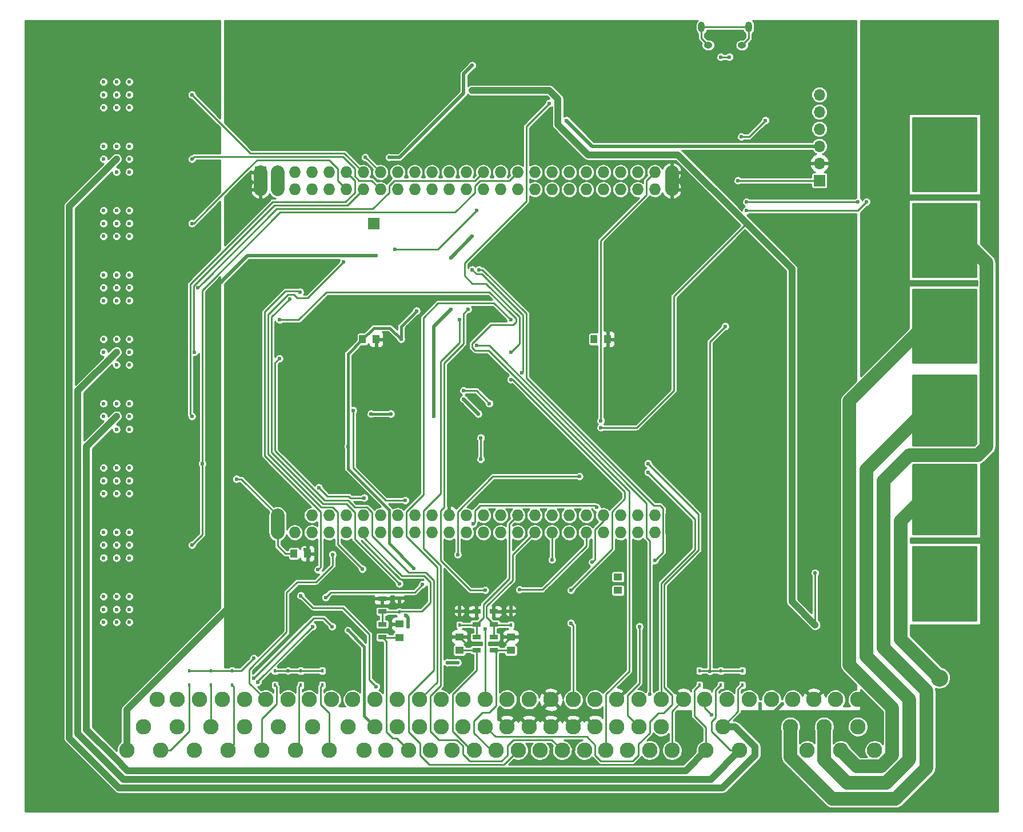
<source format=gbr>
G04 #@! TF.FileFunction,Copper,L2,Bot,Signal*
%FSLAX46Y46*%
G04 Gerber Fmt 4.6, Leading zero omitted, Abs format (unit mm)*
G04 Created by KiCad (PCBNEW 4.0.4-stable) date 05/15/17 18:30:56*
%MOMM*%
%LPD*%
G01*
G04 APERTURE LIST*
%ADD10C,0.100000*%
%ADD11C,0.600000*%
%ADD12C,5.500000*%
%ADD13R,1.000000X1.250000*%
%ADD14R,1.250000X1.000000*%
%ADD15R,0.450000X0.600000*%
%ADD16O,1.250000X0.950000*%
%ADD17O,1.000000X1.550000*%
%ADD18R,1.727200X1.727200*%
%ADD19O,1.727200X1.727200*%
%ADD20C,2.286000*%
%ADD21R,1.700000X1.700000*%
%ADD22R,1.300000X0.700000*%
%ADD23C,0.806000*%
%ADD24O,1.700000X1.700000*%
%ADD25C,2.540000*%
%ADD26C,0.250000*%
%ADD27C,1.000000*%
%ADD28C,2.000000*%
%ADD29C,0.400000*%
%ADD30C,0.750000*%
%ADD31C,0.500000*%
%ADD32C,0.254000*%
G04 APERTURE END LIST*
D10*
D11*
X15875000Y-70485000D03*
X15875000Y-68580000D03*
X15875000Y-66675000D03*
X12065000Y-66675000D03*
X12065000Y-70485000D03*
X12065000Y-68580000D03*
X13970000Y-70485000D03*
X13970000Y-68580000D03*
X13970000Y-66675000D03*
D12*
X140000000Y-112000000D03*
X5000000Y-112000000D03*
X140000000Y-5000000D03*
X5000000Y-5000000D03*
D13*
X40275000Y-79375000D03*
X42275000Y-79375000D03*
D14*
X88265000Y-82820000D03*
X88265000Y-84820000D03*
D13*
X50435000Y-47625000D03*
X52435000Y-47625000D03*
X84725000Y-47625000D03*
X86725000Y-47625000D03*
D15*
X100330000Y-96740000D03*
X100330000Y-98840000D03*
X103505000Y-96740000D03*
X103505000Y-98840000D03*
X44450000Y-96740000D03*
X44450000Y-98840000D03*
X37465000Y-96740000D03*
X37465000Y-98840000D03*
X106680000Y-96740000D03*
X106680000Y-98840000D03*
X41275000Y-96740000D03*
X41275000Y-98840000D03*
X27940000Y-96740000D03*
X27940000Y-98840000D03*
X24765000Y-96740000D03*
X24765000Y-98840000D03*
D11*
X15875000Y-60960000D03*
X15875000Y-59055000D03*
X15875000Y-57150000D03*
X12065000Y-57150000D03*
X12065000Y-60960000D03*
X12065000Y-59055000D03*
X13970000Y-60960000D03*
X13970000Y-59055000D03*
X13970000Y-57150000D03*
X15875000Y-51435000D03*
X15875000Y-49530000D03*
X15875000Y-47625000D03*
X12065000Y-47625000D03*
X12065000Y-51435000D03*
X12065000Y-49530000D03*
X13970000Y-51435000D03*
X13970000Y-49530000D03*
X13970000Y-47625000D03*
X15875000Y-41910000D03*
X15875000Y-40005000D03*
X15875000Y-38100000D03*
X12065000Y-38100000D03*
X12065000Y-41910000D03*
X12065000Y-40005000D03*
X13970000Y-41910000D03*
X13970000Y-40005000D03*
X13970000Y-38100000D03*
X15875000Y-32385000D03*
X15875000Y-30480000D03*
X15875000Y-28575000D03*
X12065000Y-28575000D03*
X12065000Y-32385000D03*
X12065000Y-30480000D03*
X13970000Y-32385000D03*
X13970000Y-30480000D03*
X13970000Y-28575000D03*
X15875000Y-22860000D03*
X15875000Y-20955000D03*
X15875000Y-19050000D03*
X12065000Y-19050000D03*
X12065000Y-22860000D03*
X12065000Y-20955000D03*
X13970000Y-22860000D03*
X13970000Y-20955000D03*
X13970000Y-19050000D03*
X15875000Y-13335000D03*
X15875000Y-11430000D03*
X15875000Y-9525000D03*
X12065000Y-9525000D03*
X12065000Y-13335000D03*
X12065000Y-11430000D03*
X13970000Y-13335000D03*
X13970000Y-11430000D03*
X13970000Y-9525000D03*
X15875000Y-80010000D03*
X15875000Y-78105000D03*
X15875000Y-76200000D03*
X12065000Y-76200000D03*
X12065000Y-80010000D03*
X12065000Y-78105000D03*
X13970000Y-80010000D03*
X13970000Y-78105000D03*
X13970000Y-76200000D03*
X50800000Y-2540000D03*
X50800000Y-5080000D03*
X50800000Y-3810000D03*
X45720000Y-2540000D03*
X45720000Y-3810000D03*
X45720000Y-5080000D03*
X46990000Y-5080000D03*
X48260000Y-5080000D03*
X49530000Y-5080000D03*
D16*
X106640900Y-4102540D03*
X101640900Y-4102540D03*
D17*
X107640900Y-1402540D03*
X100640900Y-1402540D03*
D18*
X35290000Y-73710000D03*
D19*
X35290000Y-76250000D03*
X37830000Y-73710000D03*
X37830000Y-76250000D03*
X40370000Y-73710000D03*
X40370000Y-76250000D03*
X42910000Y-73710000D03*
X42910000Y-76250000D03*
X45450000Y-73710000D03*
X45450000Y-76250000D03*
X47990000Y-73710000D03*
X47990000Y-76250000D03*
X50530000Y-73710000D03*
X50530000Y-76250000D03*
X53070000Y-73710000D03*
X53070000Y-76250000D03*
X55610000Y-73710000D03*
X55610000Y-76250000D03*
X58150000Y-73710000D03*
X58150000Y-76250000D03*
X60690000Y-73710000D03*
X60690000Y-76250000D03*
X63230000Y-73710000D03*
X63230000Y-76250000D03*
X65770000Y-73710000D03*
X65770000Y-76250000D03*
X68310000Y-73710000D03*
X68310000Y-76250000D03*
X70850000Y-73710000D03*
X70850000Y-76250000D03*
X73390000Y-73710000D03*
X73390000Y-76250000D03*
X75930000Y-73710000D03*
X75930000Y-76250000D03*
X78470000Y-73710000D03*
X78470000Y-76250000D03*
X81010000Y-73710000D03*
X81010000Y-76250000D03*
X83550000Y-73710000D03*
X83550000Y-76250000D03*
X86090000Y-73710000D03*
X86090000Y-76250000D03*
X88630000Y-73710000D03*
X88630000Y-76250000D03*
X91170000Y-73710000D03*
X91170000Y-76250000D03*
X93710000Y-73710000D03*
X93710000Y-76250000D03*
X96250000Y-73710000D03*
X96250000Y-76250000D03*
D18*
X35290000Y-22910000D03*
D19*
X35290000Y-25450000D03*
X37830000Y-22910000D03*
X37830000Y-25450000D03*
X40370000Y-22910000D03*
X40370000Y-25450000D03*
X42910000Y-22910000D03*
X42910000Y-25450000D03*
X45450000Y-22910000D03*
X45450000Y-25450000D03*
X47990000Y-22910000D03*
X47990000Y-25450000D03*
X50530000Y-22910000D03*
X50530000Y-25450000D03*
X53070000Y-22910000D03*
X53070000Y-25450000D03*
X55610000Y-22910000D03*
X55610000Y-25450000D03*
X58150000Y-22910000D03*
X58150000Y-25450000D03*
X60690000Y-22910000D03*
X60690000Y-25450000D03*
X63230000Y-22910000D03*
X63230000Y-25450000D03*
X65770000Y-22910000D03*
X65770000Y-25450000D03*
X68310000Y-22910000D03*
X68310000Y-25450000D03*
X70850000Y-22910000D03*
X70850000Y-25450000D03*
X73390000Y-22910000D03*
X73390000Y-25450000D03*
X75930000Y-22910000D03*
X75930000Y-25450000D03*
X78470000Y-22910000D03*
X78470000Y-25450000D03*
X81010000Y-22910000D03*
X81010000Y-25450000D03*
X83550000Y-22910000D03*
X83550000Y-25450000D03*
X86090000Y-22910000D03*
X86090000Y-25450000D03*
X88630000Y-22910000D03*
X88630000Y-25450000D03*
X91170000Y-22910000D03*
X91170000Y-25450000D03*
X93710000Y-22910000D03*
X93710000Y-25450000D03*
X96250000Y-22910000D03*
X96250000Y-25450000D03*
D20*
X126292000Y-108500000D03*
X121292000Y-108500000D03*
X116292000Y-108500000D03*
X111292000Y-108500000D03*
X106292000Y-108500000D03*
X101292000Y-108500000D03*
X96292000Y-108500000D03*
X92992000Y-108500000D03*
X89692000Y-108500000D03*
X86492000Y-108500000D03*
X83292000Y-108500000D03*
X79992000Y-108500000D03*
X76692000Y-108500000D03*
X73492000Y-108500000D03*
X70192000Y-108500000D03*
X66992000Y-108500000D03*
X63692000Y-108500000D03*
X60492000Y-108500000D03*
X57292000Y-108500000D03*
X53892000Y-108500000D03*
X50692000Y-108500000D03*
X45492000Y-108500000D03*
X40492000Y-108500000D03*
X35492000Y-108500000D03*
X30492000Y-108500000D03*
X25492000Y-108500000D03*
X20492000Y-108500000D03*
X15492000Y-108500000D03*
X123792000Y-105000000D03*
X118792000Y-105000000D03*
X113792000Y-105000000D03*
X108792000Y-105000000D03*
X103792000Y-105000000D03*
X98792000Y-105000000D03*
X94642000Y-105000000D03*
X91342000Y-105000000D03*
X88092000Y-105000000D03*
X84892000Y-105000000D03*
X81642000Y-105000000D03*
X78342000Y-105000000D03*
X75092000Y-105000000D03*
X71842000Y-105000000D03*
X68592000Y-105000000D03*
X65342000Y-105000000D03*
X62092000Y-105000000D03*
X58892000Y-105000000D03*
X55592000Y-105000000D03*
X52292000Y-105000000D03*
X48292000Y-105000000D03*
X42992000Y-105000000D03*
X37992000Y-105000000D03*
X32992000Y-105000000D03*
X27992000Y-105000000D03*
X22992000Y-105000000D03*
X17992000Y-105000000D03*
X123792000Y-101000000D03*
X120492000Y-101000000D03*
X117292000Y-101000000D03*
X114192000Y-101000000D03*
X110992000Y-101000000D03*
X107692000Y-101000000D03*
X104392000Y-101000000D03*
X101092000Y-101000000D03*
X97992000Y-101000000D03*
X94642000Y-101000000D03*
X91342000Y-101000000D03*
X88092000Y-101000000D03*
X84892000Y-101000000D03*
X81642000Y-101000000D03*
X78342000Y-101000000D03*
X75092000Y-101000000D03*
X71842000Y-101000000D03*
X68592000Y-101000000D03*
X65342000Y-101000000D03*
X62092000Y-101000000D03*
X58892000Y-101000000D03*
X55592000Y-101000000D03*
X52292000Y-101000000D03*
X48992000Y-101000000D03*
X45792000Y-101000000D03*
X42492000Y-101000000D03*
X39392000Y-101000000D03*
X36092000Y-101000000D03*
X32992000Y-101000000D03*
X29692000Y-101000000D03*
X26292000Y-101000000D03*
X22992000Y-101000000D03*
X19992000Y-101000000D03*
D14*
X55880000Y-91805000D03*
X55880000Y-89805000D03*
X72390000Y-93710000D03*
X72390000Y-91710000D03*
X64770000Y-93710000D03*
X64770000Y-91710000D03*
D15*
X31115000Y-96740000D03*
X31115000Y-98840000D03*
X55880000Y-88045000D03*
X55880000Y-85945000D03*
X64770000Y-89950000D03*
X64770000Y-87850000D03*
X72390000Y-89950000D03*
X72390000Y-87850000D03*
D21*
X52070000Y-30480000D03*
D11*
X15875000Y-89535000D03*
X15875000Y-87630000D03*
X15875000Y-85725000D03*
X12065000Y-85725000D03*
X12065000Y-89535000D03*
X12065000Y-87630000D03*
X13970000Y-89535000D03*
X13970000Y-87630000D03*
X13970000Y-85725000D03*
D22*
X53340000Y-91755000D03*
X53340000Y-89855000D03*
X53340000Y-87945000D03*
X53340000Y-86045000D03*
X67310000Y-93660000D03*
X67310000Y-91760000D03*
X67310000Y-89850000D03*
X67310000Y-87950000D03*
X69850000Y-93660000D03*
X69850000Y-91760000D03*
X69850000Y-89850000D03*
X69850000Y-87950000D03*
D23*
X136580000Y-20320000D03*
X139580000Y-20320000D03*
X133580000Y-20320000D03*
X133580000Y-17820000D03*
X136580000Y-17820000D03*
X139580000Y-17820000D03*
X133580000Y-22820000D03*
X136580000Y-22820000D03*
X139580000Y-22820000D03*
X136580000Y-33020000D03*
X139580000Y-33020000D03*
X133580000Y-33020000D03*
X133580000Y-30520000D03*
X136580000Y-30520000D03*
X139580000Y-30520000D03*
X133580000Y-35520000D03*
X136580000Y-35520000D03*
X139580000Y-35520000D03*
X136580000Y-45720000D03*
X139580000Y-45720000D03*
X133580000Y-45720000D03*
X133580000Y-43220000D03*
X136580000Y-43220000D03*
X139580000Y-43220000D03*
X133580000Y-48220000D03*
X136580000Y-48220000D03*
X139580000Y-48220000D03*
X136580000Y-58420000D03*
X139580000Y-58420000D03*
X133580000Y-58420000D03*
X133580000Y-55920000D03*
X136580000Y-55920000D03*
X139580000Y-55920000D03*
X133580000Y-60920000D03*
X136580000Y-60920000D03*
X139580000Y-60920000D03*
X136580000Y-71120000D03*
X139580000Y-71120000D03*
X133580000Y-71120000D03*
X133580000Y-68620000D03*
X136580000Y-68620000D03*
X139580000Y-68620000D03*
X133580000Y-73620000D03*
X136580000Y-73620000D03*
X139580000Y-73620000D03*
X136580000Y-83820000D03*
X139580000Y-83820000D03*
X133580000Y-83820000D03*
X133580000Y-81320000D03*
X136580000Y-81320000D03*
X139580000Y-81320000D03*
X133580000Y-86320000D03*
X136580000Y-86320000D03*
X139580000Y-86320000D03*
D21*
X118110000Y-24130000D03*
D24*
X118110000Y-21590000D03*
X118110000Y-19050000D03*
X118110000Y-16510000D03*
X118110000Y-13970000D03*
X118110000Y-11430000D03*
D11*
X41910000Y-78740000D03*
X46355000Y-83505000D03*
X53340000Y-83693000D03*
X99060000Y-49530000D03*
X101600000Y-45720000D03*
X67310000Y-92710000D03*
X69850000Y-92710000D03*
X74660000Y-60960000D03*
X73660000Y-66040000D03*
X73660000Y-64770000D03*
X113030000Y-91186000D03*
X102108000Y-103251000D03*
X37195000Y-82550000D03*
X86725000Y-47625000D03*
X45720000Y-45720000D03*
X45720000Y-49530000D03*
X57785000Y-49530000D03*
X57150000Y-45720000D03*
X52435000Y-47625000D03*
X102616000Y-5842000D03*
X103302500Y-14402500D03*
X103302500Y-16077500D03*
X104977500Y-16077500D03*
X104977500Y-14402500D03*
X31750000Y-63754000D03*
X51689000Y-58674000D03*
X54610000Y-58674000D03*
X69215000Y-57150000D03*
X65405000Y-55245000D03*
X88265000Y-84820000D03*
X117475000Y-82230000D03*
X85725000Y-60706000D03*
X66675000Y-10795000D03*
X117475000Y-89916000D03*
X48260000Y-63500000D03*
X80645000Y-15240000D03*
X58039000Y-81534000D03*
X50435000Y-47625000D03*
X84725000Y-47625000D03*
X66675000Y-7089140D03*
X54356000Y-20701000D03*
X58420000Y-43434000D03*
X56134000Y-47625000D03*
X40275000Y-79375000D03*
X50673000Y-71120000D03*
X43942000Y-69596000D03*
X67564000Y-58674000D03*
X60960000Y-59055000D03*
X63500000Y-43180000D03*
X63500000Y-35560000D03*
X66675000Y-32385000D03*
X65405000Y-56515000D03*
X31750000Y-68326000D03*
X50419000Y-81661000D03*
X47625000Y-36195000D03*
X104140000Y-45720000D03*
X101854000Y-96774000D03*
X39370000Y-96740000D03*
X34290000Y-94869000D03*
X82550000Y-67945000D03*
X64516000Y-79502000D03*
X45974000Y-79502000D03*
X81280000Y-89662000D03*
X68580000Y-90551000D03*
X104775000Y-5842000D03*
X103505000Y-5842000D03*
X110109000Y-15240000D03*
X106553000Y-17653000D03*
X25146000Y-78105000D03*
X26670000Y-66040000D03*
X85090000Y-72517000D03*
X66802000Y-74930000D03*
X41148000Y-40640000D03*
X43815000Y-81755000D03*
X59309000Y-83947000D03*
X78486000Y-80264000D03*
X44958000Y-85852000D03*
X43000000Y-90170000D03*
X34925000Y-98425000D03*
X45900000Y-90170000D03*
X34290000Y-97790000D03*
X93726000Y-80391000D03*
X67691000Y-37338000D03*
X57150000Y-90170000D03*
X56830000Y-88535000D03*
X64516000Y-95504000D03*
X62992000Y-95504000D03*
X139700000Y-92710000D03*
X138430000Y-90170000D03*
X139700000Y-90170000D03*
X140970000Y-90170000D03*
X140970000Y-91440000D03*
X134620000Y-90170000D03*
X138430000Y-91440000D03*
X139700000Y-91440000D03*
X133350000Y-92710000D03*
X132080000Y-91440000D03*
X132080000Y-90170000D03*
X133350000Y-90170000D03*
X133350000Y-91440000D03*
X134620000Y-91440000D03*
X112649000Y-101600000D03*
X109347000Y-101600000D03*
X52435000Y-35240000D03*
X28956000Y-39624000D03*
X88265000Y-82820000D03*
D25*
X135890000Y-97790000D03*
D11*
X38100000Y-44770000D03*
X72390000Y-44770000D03*
X25146000Y-59055000D03*
X25527000Y-49530000D03*
X26035000Y-40005000D03*
X25146000Y-30480000D03*
X38100000Y-50480000D03*
X25146000Y-20955000D03*
X25146000Y-11430000D03*
X107315000Y-27305000D03*
X123825000Y-27305000D03*
X93002100Y-100215700D03*
X67310000Y-48580000D03*
X107315000Y-28575000D03*
X125095000Y-27305000D03*
X55880000Y-83820000D03*
X39624000Y-41656000D03*
X50800000Y-20701000D03*
X74041000Y-52578000D03*
X72390000Y-53594000D03*
X66675000Y-37338000D03*
X81280000Y-84775000D03*
X67310000Y-28575000D03*
X55245000Y-34290000D03*
X64770000Y-44770000D03*
X68580000Y-84775000D03*
X66040000Y-43180000D03*
X91440000Y-90170000D03*
X49022000Y-58166000D03*
X56769000Y-71501000D03*
X73660000Y-84709000D03*
X84455000Y-80645000D03*
X67945000Y-65405000D03*
X67945000Y-62230000D03*
X85725000Y-59690000D03*
X48260000Y-90738960D03*
X52451000Y-99060000D03*
X41275000Y-85598000D03*
X78105000Y-12700000D03*
X72390000Y-49530000D03*
X92710000Y-67310000D03*
X92710000Y-66040000D03*
X106045000Y-24130000D03*
D26*
X42275000Y-79375000D02*
X42275000Y-79105000D01*
X42275000Y-79105000D02*
X41910000Y-78740000D01*
X46543000Y-83693000D02*
X53340000Y-83693000D01*
X46355000Y-83505000D02*
X46543000Y-83693000D01*
X101600000Y-46990000D02*
X99060000Y-49530000D01*
X101600000Y-45720000D02*
X101600000Y-46990000D01*
X72390000Y-91710000D02*
X71390000Y-92710000D01*
X65770000Y-92710000D02*
X64770000Y-91710000D01*
X67310000Y-92710000D02*
X65770000Y-92710000D01*
X71390000Y-92710000D02*
X69850000Y-92710000D01*
D27*
X15492000Y-108500000D02*
X15492000Y-102491000D01*
X35433000Y-82550000D02*
X37195000Y-82550000D01*
X15492000Y-102491000D02*
X35433000Y-82550000D01*
D26*
X74660000Y-60960000D02*
X74676000Y-60960000D01*
X73660000Y-64770000D02*
X73660000Y-66040000D01*
X101092000Y-102235000D02*
X101092000Y-101000000D01*
X102108000Y-103251000D02*
X101092000Y-102235000D01*
D28*
X35290000Y-25450000D02*
X35290000Y-22910000D01*
X96250000Y-25450000D02*
X96250000Y-22910000D01*
X96250000Y-76250000D02*
X96250000Y-73710000D01*
D26*
X97992000Y-101000000D02*
X96292000Y-102700000D01*
X96292000Y-102700000D02*
X96292000Y-108500000D01*
D28*
X35290000Y-76250000D02*
X35290000Y-73710000D01*
D26*
X72290000Y-87945000D02*
X72390000Y-88045000D01*
X100640900Y-1402540D02*
X107640900Y-1402540D01*
X101640900Y-4102540D02*
X100640900Y-3102540D01*
X100640900Y-3102540D02*
X100640900Y-1402540D01*
X106640900Y-4102540D02*
X107640900Y-3102540D01*
X107640900Y-3102540D02*
X107640900Y-1402540D01*
D29*
X54610000Y-58674000D02*
X51689000Y-58674000D01*
D26*
X65405000Y-55245000D02*
X67310000Y-55245000D01*
X67310000Y-55245000D02*
X69215000Y-57150000D01*
D30*
X114046000Y-72517000D02*
X114030000Y-72533000D01*
X114030000Y-72533000D02*
X114030000Y-73660000D01*
X114046000Y-76835000D02*
X114173000Y-76835000D01*
X114173000Y-76835000D02*
X114046000Y-76835000D01*
D26*
X106680000Y-31115000D02*
X107315000Y-30480000D01*
X107188000Y-30607000D02*
X107188000Y-30353000D01*
X107315000Y-30480000D02*
X107188000Y-30607000D01*
X117475000Y-89916000D02*
X117475000Y-82230000D01*
D27*
X66675000Y-10795000D02*
X78105000Y-10795000D01*
X78105000Y-10795000D02*
X79375000Y-12065000D01*
X79375000Y-12065000D02*
X79375000Y-15875000D01*
X79375000Y-15875000D02*
X83820000Y-20320000D01*
X83820000Y-20320000D02*
X97155000Y-20320000D01*
X97155000Y-20320000D02*
X107188000Y-30353000D01*
X114046000Y-86487000D02*
X117475000Y-89916000D01*
X107188000Y-30353000D02*
X114046000Y-37211000D01*
X114046000Y-37211000D02*
X114046000Y-41275000D01*
X114046000Y-41275000D02*
X114046000Y-51308000D01*
X114046000Y-51308000D02*
X114046000Y-72517000D01*
X114046000Y-72517000D02*
X114046000Y-76835000D01*
X114046000Y-76835000D02*
X114046000Y-86487000D01*
D26*
X85725000Y-60706000D02*
X91059000Y-60706000D01*
X96520000Y-41275000D02*
X106680000Y-31115000D01*
X96520000Y-55245000D02*
X96520000Y-41275000D01*
X91059000Y-60706000D02*
X96520000Y-55245000D01*
D28*
X37830000Y-25450000D02*
X37830000Y-22910000D01*
D29*
X56134000Y-47625000D02*
X54483000Y-45974000D01*
X52086000Y-45974000D02*
X50435000Y-47625000D01*
X54483000Y-45974000D02*
X52086000Y-45974000D01*
X54356000Y-73660000D02*
X54356000Y-72898000D01*
X48260000Y-66802000D02*
X48260000Y-63500000D01*
X54356000Y-72898000D02*
X48260000Y-66802000D01*
X48260000Y-63500000D02*
X48260000Y-49800000D01*
X48260000Y-49800000D02*
X50435000Y-47625000D01*
D31*
X80645000Y-15240000D02*
X84455000Y-19050000D01*
X84455000Y-19050000D02*
X118110000Y-19050000D01*
X54356000Y-20701000D02*
X55880000Y-20701000D01*
X65405000Y-11176000D02*
X65405000Y-8359140D01*
X55880000Y-20701000D02*
X65405000Y-11176000D01*
D29*
X54356000Y-77851000D02*
X58039000Y-81534000D01*
X54356000Y-73660000D02*
X54356000Y-77851000D01*
D31*
X65405000Y-8359140D02*
X66675000Y-7089140D01*
D29*
X58420000Y-43434000D02*
X56134000Y-45720000D01*
X56134000Y-45720000D02*
X56134000Y-47625000D01*
D26*
X37830000Y-76250000D02*
X37830000Y-78216000D01*
X38989000Y-79375000D02*
X40275000Y-79375000D01*
X37830000Y-78216000D02*
X38989000Y-79375000D01*
X48641000Y-71120000D02*
X50673000Y-71120000D01*
X48387000Y-70866000D02*
X48641000Y-71120000D01*
X45212000Y-70866000D02*
X48387000Y-70866000D01*
X43942000Y-69596000D02*
X45212000Y-70866000D01*
D31*
X65405000Y-56515000D02*
X67564000Y-58674000D01*
X60960000Y-59055000D02*
X60960000Y-45720000D01*
X60960000Y-45720000D02*
X63500000Y-43180000D01*
X63500000Y-35560000D02*
X66675000Y-32385000D01*
D26*
X37830000Y-73710000D02*
X32446000Y-68326000D01*
X32446000Y-68326000D02*
X31750000Y-68326000D01*
D28*
X37830000Y-76250000D02*
X37830000Y-73710000D01*
D26*
X36449000Y-50800000D02*
X36449000Y-64643000D01*
X45974000Y-72517000D02*
X46736000Y-73279000D01*
X44323000Y-72517000D02*
X45974000Y-72517000D01*
X36449000Y-64643000D02*
X44323000Y-72517000D01*
X27940000Y-96740000D02*
X31115000Y-96740000D01*
X50419000Y-81661000D02*
X46736000Y-77978000D01*
X46736000Y-77978000D02*
X46736000Y-73279000D01*
X42291000Y-41529000D02*
X47625000Y-36195000D01*
X40767000Y-41529000D02*
X42291000Y-41529000D01*
X40259000Y-41021000D02*
X40767000Y-41529000D01*
X39370000Y-41021000D02*
X40259000Y-41021000D01*
X36449000Y-43942000D02*
X39370000Y-41021000D01*
X36449000Y-50800000D02*
X36449000Y-43942000D01*
X101854000Y-96774000D02*
X101854000Y-48006000D01*
X101854000Y-48006000D02*
X104140000Y-45720000D01*
X101854000Y-96774000D02*
X101854000Y-96740000D01*
X101854000Y-96740000D02*
X101854000Y-96774000D01*
X101854000Y-96774000D02*
X101854000Y-96740000D01*
X37465000Y-96740000D02*
X39370000Y-96740000D01*
X39370000Y-96740000D02*
X41275000Y-96740000D01*
X41275000Y-96740000D02*
X44450000Y-96740000D01*
X24765000Y-96740000D02*
X27940000Y-96740000D01*
X27940000Y-96740000D02*
X32419000Y-96740000D01*
X32419000Y-96740000D02*
X34290000Y-94869000D01*
X103505000Y-96740000D02*
X106680000Y-96740000D01*
X100330000Y-96740000D02*
X101854000Y-96740000D01*
X101854000Y-96740000D02*
X103505000Y-96740000D01*
D27*
X13716000Y-109601000D02*
X15621000Y-111506000D01*
X98286000Y-111506000D02*
X101292000Y-108500000D01*
X15621000Y-111506000D02*
X98286000Y-111506000D01*
X13716000Y-109601000D02*
X9525000Y-105410000D01*
X9525000Y-63500000D02*
X13970000Y-59055000D01*
X9525000Y-105410000D02*
X9525000Y-63500000D01*
D26*
X100330000Y-98840000D02*
X99568000Y-99602000D01*
X99568000Y-99602000D02*
X99568000Y-103378000D01*
X99568000Y-103378000D02*
X101292000Y-105102000D01*
X101292000Y-105102000D02*
X101292000Y-108500000D01*
X45974000Y-79502000D02*
X45974000Y-81153000D01*
X82550000Y-67945000D02*
X69723000Y-67945000D01*
X69723000Y-67945000D02*
X64516000Y-73152000D01*
X64516000Y-73152000D02*
X64516000Y-79502000D01*
X40767000Y-83566000D02*
X39179500Y-85153500D01*
X43561000Y-83566000D02*
X40767000Y-83566000D01*
X45974000Y-81153000D02*
X43561000Y-83566000D01*
X39179500Y-90995500D02*
X33655000Y-96520000D01*
X39179500Y-85153500D02*
X39179500Y-90995500D01*
X33655000Y-98563000D02*
X36092000Y-101000000D01*
X33655000Y-96520000D02*
X33655000Y-98563000D01*
D27*
X14986000Y-112776000D02*
X8255000Y-106045000D01*
X8255000Y-55245000D02*
X13970000Y-49530000D01*
X8255000Y-106045000D02*
X8255000Y-55245000D01*
D26*
X103505000Y-98840000D02*
X102743000Y-99602000D01*
X104944000Y-108500000D02*
X106292000Y-108500000D01*
X102108000Y-105664000D02*
X104944000Y-108500000D01*
X102108000Y-104267000D02*
X102108000Y-105664000D01*
X102743000Y-103632000D02*
X102108000Y-104267000D01*
X102743000Y-99602000D02*
X102743000Y-103632000D01*
D27*
X106292000Y-108500000D02*
X102016000Y-112776000D01*
X102016000Y-112776000D02*
X14986000Y-112776000D01*
D26*
X44450000Y-98840000D02*
X44196000Y-99094000D01*
X45492000Y-103023000D02*
X45492000Y-108500000D01*
X44196000Y-101727000D02*
X45492000Y-103023000D01*
X44196000Y-99094000D02*
X44196000Y-101727000D01*
X37465000Y-98840000D02*
X37719000Y-99094000D01*
X35492000Y-103827000D02*
X35492000Y-108500000D01*
X37719000Y-101600000D02*
X35492000Y-103827000D01*
X37719000Y-99094000D02*
X37719000Y-101600000D01*
D27*
X14351000Y-114046000D02*
X6985000Y-106680000D01*
X6985000Y-27940000D02*
X13970000Y-20955000D01*
X6985000Y-106680000D02*
X6985000Y-27940000D01*
D26*
X106680000Y-98840000D02*
X106045000Y-99475000D01*
X106045000Y-102747000D02*
X103792000Y-105000000D01*
X106045000Y-99475000D02*
X106045000Y-102747000D01*
D27*
X103792000Y-105000000D02*
X105635000Y-105000000D01*
X105635000Y-105000000D02*
X108585000Y-107950000D01*
X108585000Y-107950000D02*
X108585000Y-109220000D01*
X108585000Y-109220000D02*
X103759000Y-114046000D01*
X103759000Y-114046000D02*
X14351000Y-114046000D01*
D26*
X41275000Y-98840000D02*
X41021000Y-99094000D01*
X41021000Y-99094000D02*
X41021000Y-107971000D01*
X41021000Y-107971000D02*
X40492000Y-108500000D01*
X27940000Y-98840000D02*
X27940000Y-104948000D01*
X27940000Y-104948000D02*
X27992000Y-105000000D01*
X24765000Y-98840000D02*
X24765000Y-105664000D01*
X21929000Y-108500000D02*
X20492000Y-108500000D01*
X24765000Y-105664000D02*
X21929000Y-108500000D01*
X81642000Y-101000000D02*
X81642000Y-90024000D01*
X81642000Y-90024000D02*
X81280000Y-89662000D01*
X68592000Y-101000000D02*
X68592000Y-90563000D01*
X68592000Y-90563000D02*
X68580000Y-90551000D01*
X104775000Y-5842000D02*
X103505000Y-5842000D01*
X107696000Y-17653000D02*
X110109000Y-15240000D01*
X106553000Y-17653000D02*
X107696000Y-17653000D01*
X26670000Y-73660000D02*
X26670000Y-76581000D01*
X26670000Y-76581000D02*
X25146000Y-78105000D01*
X26670000Y-69342000D02*
X26670000Y-73660000D01*
X26670000Y-68707000D02*
X26670000Y-69342000D01*
X27686000Y-39370000D02*
X26670000Y-40386000D01*
X26670000Y-40386000D02*
X26670000Y-66040000D01*
X26670000Y-66040000D02*
X26670000Y-68707000D01*
X73390000Y-22910000D02*
X72170000Y-24130000D01*
X38227000Y-28829000D02*
X27686000Y-39370000D01*
X27686000Y-39370000D02*
X26797000Y-40259000D01*
X64135000Y-28829000D02*
X38227000Y-28829000D01*
X67056000Y-25908000D02*
X64135000Y-28829000D01*
X67056000Y-24892000D02*
X67056000Y-25908000D01*
X67818000Y-24130000D02*
X67056000Y-24892000D01*
X72170000Y-24130000D02*
X67818000Y-24130000D01*
X85090000Y-72517000D02*
X84836000Y-72263000D01*
X67056000Y-74676000D02*
X66802000Y-74930000D01*
X67056000Y-73025000D02*
X67056000Y-74676000D01*
X67818000Y-72263000D02*
X67056000Y-73025000D01*
X84836000Y-72263000D02*
X67818000Y-72263000D01*
X35941000Y-50800000D02*
X35941000Y-64897000D01*
X35941000Y-64897000D02*
X44196000Y-73152000D01*
X41148000Y-40640000D02*
X41021000Y-40513000D01*
X35941000Y-43561000D02*
X35941000Y-50800000D01*
X38989000Y-40513000D02*
X35941000Y-43561000D01*
X41021000Y-40513000D02*
X38989000Y-40513000D01*
X44196000Y-81374000D02*
X44196000Y-73152000D01*
X44196000Y-81374000D02*
X43815000Y-81755000D01*
X56515000Y-85090000D02*
X58166000Y-85090000D01*
X58166000Y-85090000D02*
X59309000Y-83947000D01*
X44958000Y-85852000D02*
X45720000Y-85090000D01*
X45720000Y-85090000D02*
X56515000Y-85090000D01*
X78470000Y-80248000D02*
X78470000Y-76250000D01*
X78486000Y-80264000D02*
X78470000Y-80248000D01*
X34925000Y-98245000D02*
X34925000Y-98425000D01*
X43000000Y-90170000D02*
X34925000Y-98245000D01*
X43180000Y-88900000D02*
X34290000Y-97790000D01*
X44630000Y-88900000D02*
X43180000Y-88900000D01*
X45900000Y-90170000D02*
X44630000Y-88900000D01*
X67691000Y-37338000D02*
X68199000Y-37338000D01*
X93599000Y-72263000D02*
X94488000Y-72263000D01*
X74676000Y-53340000D02*
X93599000Y-72263000D01*
X74676000Y-43815000D02*
X74676000Y-53340000D01*
X68199000Y-37338000D02*
X74676000Y-43815000D01*
X94932500Y-73025000D02*
X94932500Y-72707500D01*
X94932500Y-72707500D02*
X94488000Y-72263000D01*
X94932500Y-79184500D02*
X93726000Y-80391000D01*
X94932500Y-73025000D02*
X94932500Y-79184500D01*
D31*
X56830000Y-88535000D02*
X57150000Y-88855000D01*
X57150000Y-90170000D02*
X57150000Y-88855000D01*
X62992000Y-95504000D02*
X64516000Y-95504000D01*
X138430000Y-90170000D02*
X134620000Y-90170000D01*
X108792000Y-105000000D02*
X109249000Y-105000000D01*
X109249000Y-105000000D02*
X112649000Y-101600000D01*
X108792000Y-105000000D02*
X109347000Y-104445000D01*
X109347000Y-104445000D02*
X109347000Y-101600000D01*
X28956000Y-39624000D02*
X33340000Y-35240000D01*
X33340000Y-35240000D02*
X52435000Y-35240000D01*
D28*
X135890000Y-97790000D02*
X130175000Y-92075000D01*
X130175000Y-92075000D02*
X130175000Y-74525000D01*
X130175000Y-74525000D02*
X133580000Y-71120000D01*
X133580000Y-71120000D02*
X136580000Y-71120000D01*
X118792000Y-105000000D02*
X118792000Y-109902000D01*
X118792000Y-109902000D02*
X122174000Y-113284000D01*
X122174000Y-113284000D02*
X128016000Y-113284000D01*
X131445000Y-100965000D02*
X125095000Y-94615000D01*
X125095000Y-66905000D02*
X133580000Y-58420000D01*
X125095000Y-94615000D02*
X125095000Y-66905000D01*
X131445000Y-103505000D02*
X131445000Y-100965000D01*
X133580000Y-58420000D02*
X136580000Y-58420000D01*
X131445000Y-109855000D02*
X131445000Y-103505000D01*
X128016000Y-113284000D02*
X131445000Y-109855000D01*
X121292000Y-108500000D02*
X123663000Y-110871000D01*
X123663000Y-110871000D02*
X127254000Y-110871000D01*
X125730000Y-99060000D02*
X122555000Y-95885000D01*
X122555000Y-56745000D02*
X133580000Y-45720000D01*
X122555000Y-95885000D02*
X122555000Y-56745000D01*
X127254000Y-110871000D02*
X128905000Y-109220000D01*
X128905000Y-109220000D02*
X128905000Y-102235000D01*
X128905000Y-102235000D02*
X125730000Y-99060000D01*
X133580000Y-45720000D02*
X136580000Y-45720000D01*
X113792000Y-105000000D02*
X113792000Y-109474000D01*
X129413000Y-115697000D02*
X131191000Y-113919000D01*
X120015000Y-115697000D02*
X129413000Y-115697000D01*
X113792000Y-109474000D02*
X120015000Y-115697000D01*
X133985000Y-99695000D02*
X127635000Y-93345000D01*
X127635000Y-68580000D02*
X131445000Y-64770000D01*
X127635000Y-93345000D02*
X127635000Y-68580000D01*
X142875000Y-40640000D02*
X142875000Y-36315000D01*
X131445000Y-64770000D02*
X141605000Y-64770000D01*
X141605000Y-64770000D02*
X142875000Y-63500000D01*
X142875000Y-63500000D02*
X142875000Y-40640000D01*
X142875000Y-36315000D02*
X139580000Y-33020000D01*
X139580000Y-33020000D02*
X136580000Y-33020000D01*
X133985000Y-103505000D02*
X133985000Y-99695000D01*
X133985000Y-111125000D02*
X133985000Y-103505000D01*
X131191000Y-113919000D02*
X133985000Y-111125000D01*
D30*
X136580000Y-20445000D02*
X136580000Y-20320000D01*
D26*
X68008500Y-46926500D02*
X66675000Y-48260000D01*
X89916000Y-70104000D02*
X89916000Y-72517000D01*
X69088000Y-49276000D02*
X89916000Y-70104000D01*
X67056000Y-49276000D02*
X69088000Y-49276000D01*
X66675000Y-48895000D02*
X67056000Y-49276000D01*
X66675000Y-48260000D02*
X66675000Y-48895000D01*
X45085000Y-40640000D02*
X40955000Y-44770000D01*
X40955000Y-44770000D02*
X38100000Y-44770000D01*
X86487000Y-101981000D02*
X86487000Y-100203000D01*
X86487000Y-101981000D02*
X86487000Y-108495000D01*
X89916000Y-96774000D02*
X89916000Y-72517000D01*
X86487000Y-100203000D02*
X89916000Y-96774000D01*
X72390000Y-43815000D02*
X73152000Y-44577000D01*
X69469000Y-45466000D02*
X68008500Y-46926500D01*
X72771000Y-45466000D02*
X69469000Y-45466000D01*
X73152000Y-45085000D02*
X72771000Y-45466000D01*
X73152000Y-44577000D02*
X73152000Y-45085000D01*
X45085000Y-40640000D02*
X69215000Y-40640000D01*
X69215000Y-40640000D02*
X72390000Y-43815000D01*
X86487000Y-108495000D02*
X86492000Y-108500000D01*
X56896000Y-73787000D02*
X56896000Y-73152000D01*
X59436000Y-70612000D02*
X59436000Y-67818000D01*
X56896000Y-73152000D02*
X59436000Y-70612000D01*
X61468000Y-84074000D02*
X61468000Y-81407000D01*
X56896000Y-76835000D02*
X56896000Y-73787000D01*
X61468000Y-81407000D02*
X56896000Y-76835000D01*
X59436000Y-48514000D02*
X59436000Y-44450000D01*
X61595000Y-42291000D02*
X65786000Y-42291000D01*
X59436000Y-44450000D02*
X61595000Y-42291000D01*
X72390000Y-44770000D02*
X69911000Y-42291000D01*
X69911000Y-42291000D02*
X65786000Y-42291000D01*
X59436000Y-48514000D02*
X59436000Y-67818000D01*
X61468000Y-98424000D02*
X58892000Y-101000000D01*
X61468000Y-84074000D02*
X61468000Y-98424000D01*
X59436000Y-100456000D02*
X58892000Y-101000000D01*
X24892000Y-55499000D02*
X24892000Y-58801000D01*
X24892000Y-58801000D02*
X25146000Y-59055000D01*
X25336500Y-39052500D02*
X24892000Y-39497000D01*
X24892000Y-39497000D02*
X24892000Y-55499000D01*
X47990000Y-22910000D02*
X49276000Y-24196000D01*
X37084000Y-27305000D02*
X25336500Y-39052500D01*
X47879000Y-27305000D02*
X37084000Y-27305000D01*
X49276000Y-25908000D02*
X47879000Y-27305000D01*
X49276000Y-24196000D02*
X49276000Y-25908000D01*
X48167000Y-27813000D02*
X37338000Y-27813000D01*
X37338000Y-27813000D02*
X25654000Y-39497000D01*
X48167000Y-27813000D02*
X50530000Y-25450000D01*
X25400000Y-39751000D02*
X25400000Y-47879000D01*
X25654000Y-39497000D02*
X25400000Y-39751000D01*
X25400000Y-49403000D02*
X25527000Y-49530000D01*
X25400000Y-47879000D02*
X25400000Y-49403000D01*
X26924000Y-39116000D02*
X26035000Y-40005000D01*
X68310000Y-22910000D02*
X67090000Y-24130000D01*
X37719000Y-28321000D02*
X26924000Y-39116000D01*
X51943000Y-28321000D02*
X37719000Y-28321000D01*
X54356000Y-25908000D02*
X51943000Y-28321000D01*
X54356000Y-24892000D02*
X54356000Y-25908000D01*
X55118000Y-24130000D02*
X54356000Y-24892000D01*
X67090000Y-24130000D02*
X55118000Y-24130000D01*
X27559000Y-28321000D02*
X25400000Y-30480000D01*
X25400000Y-30480000D02*
X25146000Y-30480000D01*
X33464500Y-22415500D02*
X27559000Y-28321000D01*
X47990000Y-25450000D02*
X46736000Y-24196000D01*
X34798000Y-21082000D02*
X33464500Y-22415500D01*
X33464500Y-22415500D02*
X33401000Y-22479000D01*
X45466000Y-21082000D02*
X34798000Y-21082000D01*
X46736000Y-22352000D02*
X45466000Y-21082000D01*
X46736000Y-24196000D02*
X46736000Y-22352000D01*
X56007000Y-80899000D02*
X57277000Y-82169000D01*
X60960000Y-83312000D02*
X60960000Y-84709000D01*
X59817000Y-82169000D02*
X60960000Y-83312000D01*
X57277000Y-82169000D02*
X59817000Y-82169000D01*
X38100000Y-50480000D02*
X37465000Y-51115000D01*
X51054000Y-72517000D02*
X51816000Y-73279000D01*
X49276000Y-72517000D02*
X51054000Y-72517000D01*
X48260000Y-71501000D02*
X49276000Y-72517000D01*
X44831000Y-71501000D02*
X48260000Y-71501000D01*
X37465000Y-64135000D02*
X44831000Y-71501000D01*
X37465000Y-51115000D02*
X37465000Y-64135000D01*
X51816000Y-75184000D02*
X51816000Y-73279000D01*
X60960000Y-96647000D02*
X57277000Y-100330000D01*
X60960000Y-86360000D02*
X60960000Y-96647000D01*
X58928000Y-107442000D02*
X57658000Y-106172000D01*
X58928000Y-109220000D02*
X58928000Y-107442000D01*
X59245500Y-109537500D02*
X58928000Y-109220000D01*
X57277000Y-100330000D02*
X57277000Y-105791000D01*
X57277000Y-105791000D02*
X57658000Y-106172000D01*
X60325000Y-110617000D02*
X71375000Y-110617000D01*
X71375000Y-110617000D02*
X73492000Y-108500000D01*
X59245500Y-109537500D02*
X60325000Y-110617000D01*
X51816000Y-76708000D02*
X56007000Y-80899000D01*
X51816000Y-75184000D02*
X51816000Y-76708000D01*
X60960000Y-84709000D02*
X60960000Y-86360000D01*
X35052000Y-20574000D02*
X25527000Y-20574000D01*
X25527000Y-20574000D02*
X25146000Y-20955000D01*
X53070000Y-25450000D02*
X51750000Y-24130000D01*
X47498000Y-20574000D02*
X35052000Y-20574000D01*
X49276000Y-22352000D02*
X47498000Y-20574000D01*
X49276000Y-23495000D02*
X49276000Y-22352000D01*
X49911000Y-24130000D02*
X49276000Y-23495000D01*
X51750000Y-24130000D02*
X49911000Y-24130000D01*
X35052000Y-20066000D02*
X33782000Y-20066000D01*
X33782000Y-20066000D02*
X25146000Y-11430000D01*
X50530000Y-22910000D02*
X47686000Y-20066000D01*
X47686000Y-20066000D02*
X35052000Y-20066000D01*
X107315000Y-27305000D02*
X120650000Y-27305000D01*
X120650000Y-27305000D02*
X123825000Y-27305000D01*
X67310000Y-48580000D02*
X69154000Y-48580000D01*
X92456000Y-71882000D02*
X92456000Y-73025000D01*
X69154000Y-48580000D02*
X92456000Y-71882000D01*
X92456000Y-76962000D02*
X92456000Y-73025000D01*
X92992000Y-77498000D02*
X92456000Y-76962000D01*
X92992000Y-80518000D02*
X92992000Y-99631500D01*
X92992000Y-80518000D02*
X92992000Y-77498000D01*
X93002100Y-100215700D02*
X92989400Y-100203000D01*
X92989400Y-100203000D02*
X92989400Y-99631500D01*
X92989400Y-99631500D02*
X92992000Y-99631500D01*
X107315000Y-28575000D02*
X120650000Y-28575000D01*
X123825000Y-28575000D02*
X125095000Y-27305000D01*
X120650000Y-28575000D02*
X123825000Y-28575000D01*
X39624000Y-41656000D02*
X36957000Y-44323000D01*
X48006000Y-72009000D02*
X49276000Y-73279000D01*
X44577000Y-72009000D02*
X48006000Y-72009000D01*
X36957000Y-64389000D02*
X44577000Y-72009000D01*
X36957000Y-44323000D02*
X36957000Y-64389000D01*
X51816000Y-79756000D02*
X49276000Y-77216000D01*
X49276000Y-77216000D02*
X49276000Y-73279000D01*
X55880000Y-83820000D02*
X51816000Y-79756000D01*
X53070000Y-22910000D02*
X50861000Y-20701000D01*
X50861000Y-20701000D02*
X50800000Y-20701000D01*
X87376000Y-73152000D02*
X89281000Y-71247000D01*
X74168000Y-52451000D02*
X74168000Y-51181000D01*
X74041000Y-52578000D02*
X74168000Y-52451000D01*
X72644000Y-53594000D02*
X72390000Y-53594000D01*
X89281000Y-70231000D02*
X72644000Y-53594000D01*
X89281000Y-71247000D02*
X89281000Y-70231000D01*
X67310000Y-37973000D02*
X68072000Y-37973000D01*
X74168000Y-51181000D02*
X74168000Y-45085000D01*
X74168000Y-44069000D02*
X74168000Y-45085000D01*
X66675000Y-37338000D02*
X67310000Y-37973000D01*
X68072000Y-37973000D02*
X74168000Y-44069000D01*
X87376000Y-78679000D02*
X87376000Y-73152000D01*
X87376000Y-78679000D02*
X81280000Y-84775000D01*
X61595000Y-34290000D02*
X67310000Y-28575000D01*
X55245000Y-34290000D02*
X61595000Y-34290000D01*
X60071000Y-72390000D02*
X61976000Y-70485000D01*
X61976000Y-66929000D02*
X61976000Y-70485000D01*
X61976000Y-50927000D02*
X61976000Y-66929000D01*
X64770000Y-48133000D02*
X61976000Y-50927000D01*
X64770000Y-44770000D02*
X64770000Y-48133000D01*
X60071000Y-72390000D02*
X59436000Y-73025000D01*
X73279000Y-106934000D02*
X72771000Y-106934000D01*
X65278000Y-107823000D02*
X64389000Y-106934000D01*
X65278000Y-109093000D02*
X65278000Y-107823000D01*
X66294000Y-110109000D02*
X65278000Y-109093000D01*
X70993000Y-110109000D02*
X66294000Y-110109000D01*
X71882000Y-109220000D02*
X70993000Y-110109000D01*
X71882000Y-107823000D02*
X71882000Y-109220000D01*
X72771000Y-106934000D02*
X71882000Y-107823000D01*
X61976000Y-81280000D02*
X61976000Y-81153000D01*
X60452000Y-100457000D02*
X60452000Y-105029000D01*
X61976000Y-98933000D02*
X60452000Y-100457000D01*
X61976000Y-81280000D02*
X61976000Y-98933000D01*
X61976000Y-81153000D02*
X59436000Y-78613000D01*
X59436000Y-78613000D02*
X59436000Y-73025000D01*
X79992000Y-108500000D02*
X78426000Y-106934000D01*
X61722000Y-106934000D02*
X61468000Y-106680000D01*
X78426000Y-106934000D02*
X73279000Y-106934000D01*
X64389000Y-106934000D02*
X61722000Y-106934000D01*
X60452000Y-105664000D02*
X60452000Y-105029000D01*
X61468000Y-106680000D02*
X60452000Y-105664000D01*
X60452000Y-105029000D02*
X60452000Y-105156000D01*
X66040000Y-43180000D02*
X65405000Y-43815000D01*
X62484000Y-72517000D02*
X61976000Y-73025000D01*
X62484000Y-51181000D02*
X62484000Y-72517000D01*
X65405000Y-48260000D02*
X62484000Y-51181000D01*
X65405000Y-43815000D02*
X65405000Y-48260000D01*
X68580000Y-84775000D02*
X66360000Y-84775000D01*
X61976000Y-80391000D02*
X61976000Y-73025000D01*
X66360000Y-84775000D02*
X61976000Y-80391000D01*
X91342000Y-105000000D02*
X89662000Y-103320000D01*
X91440000Y-98552000D02*
X91440000Y-90170000D01*
X89662000Y-100330000D02*
X91440000Y-98552000D01*
X89662000Y-103320000D02*
X89662000Y-100330000D01*
X54927500Y-81343500D02*
X56261000Y-82677000D01*
X60452000Y-83566000D02*
X60452000Y-85598000D01*
X59563000Y-82677000D02*
X60452000Y-83566000D01*
X56261000Y-82677000D02*
X59563000Y-82677000D01*
X50530000Y-76250000D02*
X50530000Y-76946000D01*
X50530000Y-76946000D02*
X54927500Y-81343500D01*
X60452000Y-85598000D02*
X60452000Y-86614000D01*
X60452000Y-86614000D02*
X59182000Y-87884000D01*
X59182000Y-87884000D02*
X56041000Y-87884000D01*
X56041000Y-87884000D02*
X55880000Y-88045000D01*
X56041000Y-87884000D02*
X55880000Y-88045000D01*
X55880000Y-88045000D02*
X53440000Y-88045000D01*
X53440000Y-88045000D02*
X53340000Y-87945000D01*
X53340000Y-89855000D02*
X53340000Y-87945000D01*
X49022000Y-66675000D02*
X49022000Y-58166000D01*
X53848000Y-71501000D02*
X49022000Y-66675000D01*
X56769000Y-71501000D02*
X53848000Y-71501000D01*
X67310000Y-89850000D02*
X67210000Y-89950000D01*
X67210000Y-89950000D02*
X64770000Y-89950000D01*
X72136000Y-75565000D02*
X72136000Y-74964000D01*
X72136000Y-74964000D02*
X73390000Y-73710000D01*
X67310000Y-89850000D02*
X68326000Y-88834000D01*
X68326000Y-86868000D02*
X72136000Y-83058000D01*
X68326000Y-88834000D02*
X68326000Y-86868000D01*
X72136000Y-83058000D02*
X72136000Y-75565000D01*
X72136000Y-75565000D02*
X72136000Y-75438000D01*
X67310000Y-91760000D02*
X67310000Y-89850000D01*
X69850000Y-89850000D02*
X69950000Y-89950000D01*
X69950000Y-89950000D02*
X72390000Y-89950000D01*
X69850000Y-89850000D02*
X68756002Y-88756002D01*
X72644000Y-79536000D02*
X75930000Y-76250000D01*
X72644000Y-83312000D02*
X72644000Y-79536000D01*
X68756002Y-87199998D02*
X72644000Y-83312000D01*
X68756002Y-88756002D02*
X68756002Y-87199998D01*
X69850000Y-91760000D02*
X69850000Y-89850000D01*
X83550000Y-76250000D02*
X83550000Y-78248000D01*
X77089000Y-84709000D02*
X73660000Y-84709000D01*
X83550000Y-78248000D02*
X77089000Y-84709000D01*
X84836000Y-75819000D02*
X86090000Y-74565000D01*
X84836000Y-80264000D02*
X84836000Y-75819000D01*
X84455000Y-80645000D02*
X84836000Y-80264000D01*
X86090000Y-74565000D02*
X86090000Y-73710000D01*
X93710000Y-22910000D02*
X92456000Y-24164000D01*
X67945000Y-62230000D02*
X67945000Y-65405000D01*
X85725000Y-33020000D02*
X85725000Y-59690000D01*
X92456000Y-26289000D02*
X85725000Y-33020000D01*
X92456000Y-24164000D02*
X92456000Y-26289000D01*
X30492000Y-108500000D02*
X31369000Y-107623000D01*
X31369000Y-99094000D02*
X31115000Y-98840000D01*
X31369000Y-107623000D02*
X31369000Y-99094000D01*
D29*
X52292000Y-105000000D02*
X50673000Y-103381000D01*
X50673000Y-93151960D02*
X50673000Y-103381000D01*
X50673000Y-93151960D02*
X48260000Y-90738960D01*
D26*
X52451000Y-99060000D02*
X51435000Y-98044000D01*
X51435000Y-98044000D02*
X51435000Y-91313000D01*
X51435000Y-91313000D02*
X47498000Y-87376000D01*
X47498000Y-87376000D02*
X43053000Y-87376000D01*
X43053000Y-87376000D02*
X41275000Y-85598000D01*
X74676000Y-16129000D02*
X78105000Y-12700000D01*
X74676000Y-27178000D02*
X74676000Y-16129000D01*
X65532000Y-36322000D02*
X74676000Y-27178000D01*
X65532000Y-38227000D02*
X65532000Y-36322000D01*
X66675000Y-39370000D02*
X65532000Y-38227000D01*
X68707000Y-39370000D02*
X66675000Y-39370000D01*
X73660000Y-44323000D02*
X68707000Y-39370000D01*
X73660000Y-48260000D02*
X73660000Y-44323000D01*
X72390000Y-49530000D02*
X73660000Y-48260000D01*
X99695000Y-74295000D02*
X92710000Y-67310000D01*
X94642000Y-101000000D02*
X94642000Y-83793000D01*
X94642000Y-83793000D02*
X99695000Y-78740000D01*
X99695000Y-78740000D02*
X99695000Y-74295000D01*
X100203000Y-74295000D02*
X100203000Y-73533000D01*
X100203000Y-73533000D02*
X92710000Y-66040000D01*
X96266000Y-100584000D02*
X96266000Y-100330000D01*
X70095998Y-106503998D02*
X83643998Y-106503998D01*
X83643998Y-106503998D02*
X84836000Y-107696000D01*
X84836000Y-107696000D02*
X84836000Y-109220000D01*
X84836000Y-109220000D02*
X85725000Y-110109000D01*
X85725000Y-110109000D02*
X90424000Y-110109000D01*
X90424000Y-110109000D02*
X91313000Y-109220000D01*
X91313000Y-109220000D02*
X91313000Y-107569000D01*
X91313000Y-107569000D02*
X92964000Y-105918000D01*
X92964000Y-105918000D02*
X92964000Y-104267000D01*
X92964000Y-104267000D02*
X94234000Y-102997000D01*
X94234000Y-102997000D02*
X94996000Y-102997000D01*
X94996000Y-102997000D02*
X96266000Y-101727000D01*
X96266000Y-101727000D02*
X96266000Y-100584000D01*
X68592000Y-105000000D02*
X70095998Y-106503998D01*
X100203000Y-78867000D02*
X100203000Y-74295000D01*
X95123000Y-83947000D02*
X100203000Y-78867000D01*
X95123000Y-99187000D02*
X95123000Y-83947000D01*
X96266000Y-100330000D02*
X95123000Y-99187000D01*
X55880000Y-91805000D02*
X53390000Y-91805000D01*
X53390000Y-91805000D02*
X53340000Y-91755000D01*
X57292000Y-108500000D02*
X55472000Y-106680000D01*
X53975000Y-92390000D02*
X53340000Y-91755000D01*
X53975000Y-105791000D02*
X53975000Y-92390000D01*
X54864000Y-106680000D02*
X53975000Y-105791000D01*
X55472000Y-106680000D02*
X54864000Y-106680000D01*
X72390000Y-93710000D02*
X72340000Y-93660000D01*
X72340000Y-93660000D02*
X69850000Y-93660000D01*
X70231000Y-101854000D02*
X70231000Y-94742000D01*
X69215000Y-102870000D02*
X70231000Y-101854000D01*
X68199000Y-102870000D02*
X69215000Y-102870000D01*
X66929000Y-104140000D02*
X68199000Y-102870000D01*
X66929000Y-105918000D02*
X66929000Y-104140000D01*
X69511000Y-108500000D02*
X66929000Y-105918000D01*
X70231000Y-94041000D02*
X69850000Y-93660000D01*
X70231000Y-94742000D02*
X70231000Y-94041000D01*
X70192000Y-108500000D02*
X69511000Y-108500000D01*
X64770000Y-93710000D02*
X64820000Y-93660000D01*
X64820000Y-93660000D02*
X67310000Y-93660000D01*
X66421000Y-97536000D02*
X67310000Y-96647000D01*
X67310000Y-96647000D02*
X67310000Y-93660000D01*
X66992000Y-108500000D02*
X66590000Y-108500000D01*
X66590000Y-108500000D02*
X63754000Y-105664000D01*
X63754000Y-105664000D02*
X63754000Y-100203000D01*
X63754000Y-100203000D02*
X66421000Y-97536000D01*
X106045000Y-24130000D02*
X118110000Y-24130000D01*
D32*
G36*
X75046990Y-72826868D02*
X74892158Y-73014029D01*
X74776627Y-73227698D01*
X74704799Y-73459738D01*
X74679408Y-73701311D01*
X74701423Y-73943215D01*
X74770005Y-74176235D01*
X74882541Y-74391497D01*
X75034745Y-74580801D01*
X75220820Y-74736936D01*
X75433678Y-74853956D01*
X75665211Y-74927403D01*
X75906601Y-74954479D01*
X75923978Y-74954600D01*
X75936022Y-74954600D01*
X76177766Y-74930897D01*
X76410302Y-74860690D01*
X76624773Y-74746654D01*
X76813010Y-74593132D01*
X76967842Y-74405971D01*
X77083373Y-74192302D01*
X77155201Y-73960262D01*
X77180592Y-73718689D01*
X77158577Y-73476785D01*
X77089995Y-73243765D01*
X76977459Y-73028503D01*
X76825255Y-72839199D01*
X76741595Y-72769000D01*
X77657943Y-72769000D01*
X77586990Y-72826868D01*
X77432158Y-73014029D01*
X77316627Y-73227698D01*
X77244799Y-73459738D01*
X77219408Y-73701311D01*
X77241423Y-73943215D01*
X77310005Y-74176235D01*
X77422541Y-74391497D01*
X77574745Y-74580801D01*
X77760820Y-74736936D01*
X77973678Y-74853956D01*
X78205211Y-74927403D01*
X78446601Y-74954479D01*
X78463978Y-74954600D01*
X78476022Y-74954600D01*
X78717766Y-74930897D01*
X78950302Y-74860690D01*
X79164773Y-74746654D01*
X79353010Y-74593132D01*
X79507842Y-74405971D01*
X79623373Y-74192302D01*
X79695201Y-73960262D01*
X79720592Y-73718689D01*
X79698577Y-73476785D01*
X79629995Y-73243765D01*
X79517459Y-73028503D01*
X79365255Y-72839199D01*
X79281595Y-72769000D01*
X80197943Y-72769000D01*
X80126990Y-72826868D01*
X79972158Y-73014029D01*
X79856627Y-73227698D01*
X79784799Y-73459738D01*
X79759408Y-73701311D01*
X79781423Y-73943215D01*
X79850005Y-74176235D01*
X79962541Y-74391497D01*
X80114745Y-74580801D01*
X80300820Y-74736936D01*
X80513678Y-74853956D01*
X80745211Y-74927403D01*
X80986601Y-74954479D01*
X81003978Y-74954600D01*
X81016022Y-74954600D01*
X81257766Y-74930897D01*
X81490302Y-74860690D01*
X81704773Y-74746654D01*
X81893010Y-74593132D01*
X82047842Y-74405971D01*
X82163373Y-74192302D01*
X82235201Y-73960262D01*
X82260592Y-73718689D01*
X82238577Y-73476785D01*
X82169995Y-73243765D01*
X82057459Y-73028503D01*
X81905255Y-72839199D01*
X81821595Y-72769000D01*
X82737943Y-72769000D01*
X82666990Y-72826868D01*
X82512158Y-73014029D01*
X82396627Y-73227698D01*
X82324799Y-73459738D01*
X82299408Y-73701311D01*
X82321423Y-73943215D01*
X82390005Y-74176235D01*
X82502541Y-74391497D01*
X82654745Y-74580801D01*
X82840820Y-74736936D01*
X83053678Y-74853956D01*
X83285211Y-74927403D01*
X83526601Y-74954479D01*
X83543978Y-74954600D01*
X83556022Y-74954600D01*
X83797766Y-74930897D01*
X84030302Y-74860690D01*
X84244773Y-74746654D01*
X84433010Y-74593132D01*
X84587842Y-74405971D01*
X84703373Y-74192302D01*
X84775201Y-73960262D01*
X84800592Y-73718689D01*
X84778577Y-73476785D01*
X84709995Y-73243765D01*
X84597459Y-73028503D01*
X84445255Y-72839199D01*
X84361595Y-72769000D01*
X84457308Y-72769000D01*
X84481377Y-72829790D01*
X84553722Y-72942048D01*
X84646495Y-73038117D01*
X84756160Y-73114336D01*
X84878541Y-73167803D01*
X84959400Y-73185581D01*
X84936627Y-73227698D01*
X84864799Y-73459738D01*
X84839408Y-73701311D01*
X84861423Y-73943215D01*
X84930005Y-74176235D01*
X85042541Y-74391497D01*
X85194745Y-74580801D01*
X85283844Y-74655564D01*
X84496488Y-75442920D01*
X84445255Y-75379199D01*
X84259180Y-75223064D01*
X84046322Y-75106044D01*
X83814789Y-75032597D01*
X83573399Y-75005521D01*
X83556022Y-75005400D01*
X83543978Y-75005400D01*
X83302234Y-75029103D01*
X83069698Y-75099310D01*
X82855227Y-75213346D01*
X82666990Y-75366868D01*
X82512158Y-75554029D01*
X82396627Y-75767698D01*
X82324799Y-75999738D01*
X82299408Y-76241311D01*
X82321423Y-76483215D01*
X82390005Y-76716235D01*
X82502541Y-76931497D01*
X82654745Y-77120801D01*
X82840820Y-77276936D01*
X83044000Y-77388635D01*
X83044000Y-78038408D01*
X76879408Y-84203000D01*
X74117296Y-84203000D01*
X74096186Y-84181742D01*
X73985467Y-84107061D01*
X73862352Y-84055308D01*
X73731528Y-84028454D01*
X73597981Y-84027521D01*
X73466795Y-84052546D01*
X73342969Y-84102575D01*
X73231218Y-84175703D01*
X73135800Y-84269144D01*
X73060348Y-84379338D01*
X73007736Y-84502090D01*
X72979970Y-84632722D01*
X72978105Y-84766260D01*
X73002213Y-84897617D01*
X73051377Y-85021790D01*
X73123722Y-85134048D01*
X73216495Y-85230117D01*
X73326160Y-85306336D01*
X73448541Y-85359803D01*
X73578977Y-85388481D01*
X73712498Y-85391278D01*
X73844020Y-85368087D01*
X73968533Y-85319792D01*
X74081294Y-85248232D01*
X74116191Y-85215000D01*
X77089000Y-85215000D01*
X77135530Y-85210438D01*
X77182079Y-85206365D01*
X77184634Y-85205623D01*
X77187283Y-85205363D01*
X77232022Y-85191855D01*
X77276912Y-85178814D01*
X77279276Y-85177589D01*
X77281822Y-85176820D01*
X77323075Y-85154885D01*
X77364588Y-85133367D01*
X77366668Y-85131706D01*
X77369016Y-85130458D01*
X77405213Y-85100936D01*
X77441766Y-85071757D01*
X77445468Y-85068106D01*
X77445545Y-85068043D01*
X77445604Y-85067972D01*
X77446796Y-85066796D01*
X83907796Y-78605796D01*
X83937460Y-78569682D01*
X83967507Y-78533873D01*
X83968789Y-78531542D01*
X83970478Y-78529485D01*
X83992580Y-78488266D01*
X84015082Y-78447335D01*
X84015886Y-78444802D01*
X84017145Y-78442453D01*
X84030813Y-78397744D01*
X84044943Y-78353203D01*
X84045240Y-78350556D01*
X84046017Y-78348014D01*
X84050736Y-78301554D01*
X84055951Y-78255065D01*
X84055987Y-78249864D01*
X84055997Y-78249766D01*
X84055988Y-78249675D01*
X84056000Y-78248000D01*
X84056000Y-77387026D01*
X84244773Y-77286654D01*
X84330000Y-77217145D01*
X84330000Y-79975535D01*
X84261795Y-79988546D01*
X84137969Y-80038575D01*
X84026218Y-80111703D01*
X83930800Y-80205144D01*
X83855348Y-80315338D01*
X83802736Y-80438090D01*
X83774970Y-80568722D01*
X83773105Y-80702260D01*
X83797213Y-80833617D01*
X83846377Y-80957790D01*
X83918722Y-81070048D01*
X84011495Y-81166117D01*
X84106949Y-81232459D01*
X81245693Y-84093715D01*
X81217981Y-84093521D01*
X81086795Y-84118546D01*
X80962969Y-84168575D01*
X80851218Y-84241703D01*
X80755800Y-84335144D01*
X80680348Y-84445338D01*
X80627736Y-84568090D01*
X80599970Y-84698722D01*
X80598105Y-84832260D01*
X80622213Y-84963617D01*
X80671377Y-85087790D01*
X80743722Y-85200048D01*
X80836495Y-85296117D01*
X80946160Y-85372336D01*
X81068541Y-85425803D01*
X81198977Y-85454481D01*
X81332498Y-85457278D01*
X81464020Y-85434087D01*
X81588533Y-85385792D01*
X81701294Y-85314232D01*
X81798008Y-85222132D01*
X81874991Y-85113002D01*
X81929311Y-84990997D01*
X81958899Y-84860765D01*
X81959594Y-84810998D01*
X82450592Y-84320000D01*
X87257157Y-84320000D01*
X87257157Y-85320000D01*
X87261995Y-85380673D01*
X87293864Y-85483580D01*
X87353140Y-85573535D01*
X87435130Y-85643415D01*
X87533342Y-85687686D01*
X87640000Y-85702843D01*
X88890000Y-85702843D01*
X88950673Y-85698005D01*
X89053580Y-85666136D01*
X89143535Y-85606860D01*
X89213415Y-85524870D01*
X89257686Y-85426658D01*
X89272843Y-85320000D01*
X89272843Y-84320000D01*
X89268005Y-84259327D01*
X89236136Y-84156420D01*
X89176860Y-84066465D01*
X89094870Y-83996585D01*
X88996658Y-83952314D01*
X88890000Y-83937157D01*
X87640000Y-83937157D01*
X87579327Y-83941995D01*
X87476420Y-83973864D01*
X87386465Y-84033140D01*
X87316585Y-84115130D01*
X87272314Y-84213342D01*
X87257157Y-84320000D01*
X82450592Y-84320000D01*
X84450592Y-82320000D01*
X87257157Y-82320000D01*
X87257157Y-83320000D01*
X87261995Y-83380673D01*
X87293864Y-83483580D01*
X87353140Y-83573535D01*
X87435130Y-83643415D01*
X87533342Y-83687686D01*
X87640000Y-83702843D01*
X88890000Y-83702843D01*
X88950673Y-83698005D01*
X89053580Y-83666136D01*
X89143535Y-83606860D01*
X89213415Y-83524870D01*
X89257686Y-83426658D01*
X89272843Y-83320000D01*
X89272843Y-82320000D01*
X89268005Y-82259327D01*
X89236136Y-82156420D01*
X89176860Y-82066465D01*
X89094870Y-81996585D01*
X88996658Y-81952314D01*
X88890000Y-81937157D01*
X87640000Y-81937157D01*
X87579327Y-81941995D01*
X87476420Y-81973864D01*
X87386465Y-82033140D01*
X87316585Y-82115130D01*
X87272314Y-82213342D01*
X87257157Y-82320000D01*
X84450592Y-82320000D01*
X87733796Y-79036796D01*
X87763460Y-79000682D01*
X87793507Y-78964873D01*
X87794789Y-78962542D01*
X87796478Y-78960485D01*
X87818580Y-78919266D01*
X87841082Y-78878335D01*
X87841886Y-78875802D01*
X87843145Y-78873453D01*
X87856817Y-78828732D01*
X87870943Y-78784203D01*
X87871240Y-78781557D01*
X87872017Y-78779015D01*
X87876737Y-78732549D01*
X87881951Y-78686065D01*
X87881987Y-78680864D01*
X87881997Y-78680766D01*
X87881988Y-78680675D01*
X87882000Y-78679000D01*
X87882000Y-77244362D01*
X87920820Y-77276936D01*
X88133678Y-77393956D01*
X88365211Y-77467403D01*
X88606601Y-77494479D01*
X88623978Y-77494600D01*
X88636022Y-77494600D01*
X88877766Y-77470897D01*
X89110302Y-77400690D01*
X89324773Y-77286654D01*
X89410000Y-77217145D01*
X89410000Y-96564408D01*
X86129204Y-99845204D01*
X86099540Y-99881318D01*
X86069493Y-99917127D01*
X86068211Y-99919458D01*
X86066522Y-99921515D01*
X86044439Y-99962699D01*
X86032091Y-99985161D01*
X85868135Y-99820056D01*
X85620359Y-99652929D01*
X85344840Y-99537112D01*
X85052072Y-99477015D01*
X84753208Y-99474929D01*
X84459630Y-99530932D01*
X84182520Y-99642891D01*
X83932435Y-99806542D01*
X83718899Y-100015652D01*
X83550047Y-100262255D01*
X83432309Y-100536959D01*
X83370170Y-100829299D01*
X83365997Y-101128142D01*
X83419949Y-101422104D01*
X83529971Y-101699988D01*
X83691872Y-101951210D01*
X83899486Y-102166200D01*
X84144904Y-102336770D01*
X84418779Y-102456423D01*
X84710679Y-102520602D01*
X85009486Y-102526861D01*
X85303817Y-102474962D01*
X85582462Y-102366883D01*
X85834808Y-102206739D01*
X85981000Y-102067522D01*
X85981000Y-103731392D01*
X85949754Y-103762638D01*
X85836736Y-103483616D01*
X85522751Y-103328444D01*
X85184527Y-103237509D01*
X84835062Y-103214306D01*
X84487784Y-103259725D01*
X84156040Y-103372023D01*
X83947264Y-103483616D01*
X83834245Y-103762640D01*
X84892000Y-104820395D01*
X84906143Y-104806253D01*
X85085748Y-104985858D01*
X85071605Y-105000000D01*
X85085748Y-105014143D01*
X84906143Y-105193748D01*
X84892000Y-105179605D01*
X84877858Y-105193748D01*
X84698253Y-105014143D01*
X84712395Y-105000000D01*
X83654640Y-103942245D01*
X83375616Y-104055264D01*
X83270978Y-104266996D01*
X83269977Y-104264040D01*
X83158384Y-104055264D01*
X82879360Y-103942245D01*
X81821605Y-105000000D01*
X81835748Y-105014143D01*
X81656143Y-105193748D01*
X81642000Y-105179605D01*
X81627858Y-105193748D01*
X81448253Y-105014143D01*
X81462395Y-105000000D01*
X80404640Y-103942245D01*
X80125616Y-104055264D01*
X79991303Y-104327041D01*
X79969977Y-104264040D01*
X79858384Y-104055264D01*
X79579360Y-103942245D01*
X78521605Y-105000000D01*
X78535748Y-105014143D01*
X78356143Y-105193748D01*
X78342000Y-105179605D01*
X78327858Y-105193748D01*
X78148253Y-105014143D01*
X78162395Y-105000000D01*
X77104640Y-103942245D01*
X76825616Y-104055264D01*
X76720978Y-104266996D01*
X76719977Y-104264040D01*
X76608384Y-104055264D01*
X76329360Y-103942245D01*
X75271605Y-105000000D01*
X75285748Y-105014143D01*
X75106143Y-105193748D01*
X75092000Y-105179605D01*
X75077858Y-105193748D01*
X74898253Y-105014143D01*
X74912395Y-105000000D01*
X73854640Y-103942245D01*
X73575616Y-104055264D01*
X73470978Y-104266996D01*
X73469977Y-104264040D01*
X73358384Y-104055264D01*
X73079360Y-103942245D01*
X72021605Y-105000000D01*
X72035748Y-105014143D01*
X71856143Y-105193748D01*
X71842000Y-105179605D01*
X71827858Y-105193748D01*
X71648253Y-105014143D01*
X71662395Y-105000000D01*
X70604640Y-103942245D01*
X70485000Y-103990705D01*
X70485000Y-103762640D01*
X70784245Y-103762640D01*
X71842000Y-104820395D01*
X72899755Y-103762640D01*
X74034245Y-103762640D01*
X75092000Y-104820395D01*
X76149755Y-103762640D01*
X77284245Y-103762640D01*
X78342000Y-104820395D01*
X79399755Y-103762640D01*
X80584245Y-103762640D01*
X81642000Y-104820395D01*
X82699755Y-103762640D01*
X82586736Y-103483616D01*
X82272751Y-103328444D01*
X81934527Y-103237509D01*
X81585062Y-103214306D01*
X81237784Y-103259725D01*
X80906040Y-103372023D01*
X80697264Y-103483616D01*
X80584245Y-103762640D01*
X79399755Y-103762640D01*
X79286736Y-103483616D01*
X78972751Y-103328444D01*
X78634527Y-103237509D01*
X78285062Y-103214306D01*
X77937784Y-103259725D01*
X77606040Y-103372023D01*
X77397264Y-103483616D01*
X77284245Y-103762640D01*
X76149755Y-103762640D01*
X76036736Y-103483616D01*
X75722751Y-103328444D01*
X75384527Y-103237509D01*
X75035062Y-103214306D01*
X74687784Y-103259725D01*
X74356040Y-103372023D01*
X74147264Y-103483616D01*
X74034245Y-103762640D01*
X72899755Y-103762640D01*
X72786736Y-103483616D01*
X72472751Y-103328444D01*
X72134527Y-103237509D01*
X71785062Y-103214306D01*
X71437784Y-103259725D01*
X71106040Y-103372023D01*
X70897264Y-103483616D01*
X70784245Y-103762640D01*
X70485000Y-103762640D01*
X70485000Y-102315592D01*
X70588796Y-102211796D01*
X70618460Y-102175682D01*
X70648507Y-102139873D01*
X70649789Y-102137542D01*
X70651478Y-102135485D01*
X70673561Y-102094301D01*
X70696082Y-102053335D01*
X70696887Y-102050797D01*
X70698144Y-102048453D01*
X70707194Y-102018853D01*
X70849486Y-102166200D01*
X71094904Y-102336770D01*
X71368779Y-102456423D01*
X71660679Y-102520602D01*
X71959486Y-102526861D01*
X72253817Y-102474962D01*
X72532462Y-102366883D01*
X72784808Y-102206739D01*
X73001243Y-102000631D01*
X73173522Y-101756410D01*
X73295084Y-101483377D01*
X73361299Y-101191932D01*
X73362189Y-101128142D01*
X73565997Y-101128142D01*
X73619949Y-101422104D01*
X73729971Y-101699988D01*
X73891872Y-101951210D01*
X74099486Y-102166200D01*
X74344904Y-102336770D01*
X74618779Y-102456423D01*
X74910679Y-102520602D01*
X75209486Y-102526861D01*
X75503817Y-102474962D01*
X75782462Y-102366883D01*
X75986557Y-102237360D01*
X77284245Y-102237360D01*
X77397264Y-102516384D01*
X77711249Y-102671556D01*
X78049473Y-102762491D01*
X78398938Y-102785694D01*
X78746216Y-102740275D01*
X79077960Y-102627977D01*
X79286736Y-102516384D01*
X79399755Y-102237360D01*
X78342000Y-101179605D01*
X77284245Y-102237360D01*
X75986557Y-102237360D01*
X76034808Y-102206739D01*
X76251243Y-102000631D01*
X76423522Y-101756410D01*
X76545084Y-101483377D01*
X76587602Y-101296233D01*
X76601725Y-101404216D01*
X76714023Y-101735960D01*
X76825616Y-101944736D01*
X77104640Y-102057755D01*
X78162395Y-101000000D01*
X78521605Y-101000000D01*
X79579360Y-102057755D01*
X79858384Y-101944736D01*
X80013556Y-101630751D01*
X80104491Y-101292527D01*
X80116155Y-101116860D01*
X80115997Y-101128142D01*
X80169949Y-101422104D01*
X80279971Y-101699988D01*
X80441872Y-101951210D01*
X80649486Y-102166200D01*
X80894904Y-102336770D01*
X81168779Y-102456423D01*
X81460679Y-102520602D01*
X81759486Y-102526861D01*
X82053817Y-102474962D01*
X82332462Y-102366883D01*
X82584808Y-102206739D01*
X82801243Y-102000631D01*
X82973522Y-101756410D01*
X83095084Y-101483377D01*
X83161299Y-101191932D01*
X83166065Y-100850564D01*
X83108014Y-100557384D01*
X82994123Y-100281063D01*
X82828730Y-100032127D01*
X82618135Y-99820056D01*
X82370359Y-99652929D01*
X82148000Y-99559458D01*
X82148000Y-90024000D01*
X82143438Y-89977475D01*
X82139365Y-89930920D01*
X82138623Y-89928365D01*
X82138363Y-89925717D01*
X82124859Y-89880990D01*
X82111814Y-89836088D01*
X82110589Y-89833724D01*
X82109820Y-89831178D01*
X82087885Y-89789925D01*
X82066367Y-89748412D01*
X82064706Y-89746332D01*
X82063458Y-89743984D01*
X82033936Y-89707787D01*
X82004757Y-89671234D01*
X82001106Y-89667532D01*
X82001043Y-89667455D01*
X82000972Y-89667396D01*
X81999796Y-89666204D01*
X81960585Y-89626993D01*
X81961029Y-89595225D01*
X81935089Y-89464217D01*
X81884197Y-89340743D01*
X81810291Y-89229506D01*
X81716186Y-89134742D01*
X81605467Y-89060061D01*
X81482352Y-89008308D01*
X81351528Y-88981454D01*
X81217981Y-88980521D01*
X81086795Y-89005546D01*
X80962969Y-89055575D01*
X80851218Y-89128703D01*
X80755800Y-89222144D01*
X80680348Y-89332338D01*
X80627736Y-89455090D01*
X80599970Y-89585722D01*
X80598105Y-89719260D01*
X80622213Y-89850617D01*
X80671377Y-89974790D01*
X80743722Y-90087048D01*
X80836495Y-90183117D01*
X80946160Y-90259336D01*
X81068541Y-90312803D01*
X81136000Y-90327635D01*
X81136000Y-99560680D01*
X80932520Y-99642891D01*
X80682435Y-99806542D01*
X80468899Y-100015652D01*
X80300047Y-100262255D01*
X80182309Y-100536959D01*
X80120170Y-100829299D01*
X80119461Y-100880108D01*
X80082275Y-100595784D01*
X79969977Y-100264040D01*
X79858384Y-100055264D01*
X79579360Y-99942245D01*
X78521605Y-101000000D01*
X78162395Y-101000000D01*
X77104640Y-99942245D01*
X76825616Y-100055264D01*
X76670444Y-100369249D01*
X76584245Y-100689859D01*
X76558014Y-100557384D01*
X76444123Y-100281063D01*
X76278730Y-100032127D01*
X76068135Y-99820056D01*
X75983013Y-99762640D01*
X77284245Y-99762640D01*
X78342000Y-100820395D01*
X79399755Y-99762640D01*
X79286736Y-99483616D01*
X78972751Y-99328444D01*
X78634527Y-99237509D01*
X78285062Y-99214306D01*
X77937784Y-99259725D01*
X77606040Y-99372023D01*
X77397264Y-99483616D01*
X77284245Y-99762640D01*
X75983013Y-99762640D01*
X75820359Y-99652929D01*
X75544840Y-99537112D01*
X75252072Y-99477015D01*
X74953208Y-99474929D01*
X74659630Y-99530932D01*
X74382520Y-99642891D01*
X74132435Y-99806542D01*
X73918899Y-100015652D01*
X73750047Y-100262255D01*
X73632309Y-100536959D01*
X73570170Y-100829299D01*
X73565997Y-101128142D01*
X73362189Y-101128142D01*
X73366065Y-100850564D01*
X73308014Y-100557384D01*
X73194123Y-100281063D01*
X73028730Y-100032127D01*
X72818135Y-99820056D01*
X72570359Y-99652929D01*
X72294840Y-99537112D01*
X72002072Y-99477015D01*
X71703208Y-99474929D01*
X71409630Y-99530932D01*
X71132520Y-99642891D01*
X70882435Y-99806542D01*
X70737000Y-99948963D01*
X70737000Y-94307756D01*
X70753535Y-94296860D01*
X70823415Y-94214870D01*
X70845444Y-94166000D01*
X71382157Y-94166000D01*
X71382157Y-94210000D01*
X71386995Y-94270673D01*
X71418864Y-94373580D01*
X71478140Y-94463535D01*
X71560130Y-94533415D01*
X71658342Y-94577686D01*
X71765000Y-94592843D01*
X73015000Y-94592843D01*
X73075673Y-94588005D01*
X73178580Y-94556136D01*
X73268535Y-94496860D01*
X73338415Y-94414870D01*
X73382686Y-94316658D01*
X73397843Y-94210000D01*
X73397843Y-93210000D01*
X73393005Y-93149327D01*
X73361136Y-93046420D01*
X73301860Y-92956465D01*
X73219870Y-92886585D01*
X73121658Y-92842314D01*
X73103802Y-92839777D01*
X73200223Y-92820597D01*
X73315785Y-92772730D01*
X73419789Y-92703237D01*
X73508237Y-92614789D01*
X73577730Y-92510785D01*
X73625597Y-92395223D01*
X73650000Y-92272542D01*
X73650000Y-91995750D01*
X73491250Y-91837000D01*
X72517000Y-91837000D01*
X72517000Y-91857000D01*
X72263000Y-91857000D01*
X72263000Y-91837000D01*
X71288750Y-91837000D01*
X71130000Y-91995750D01*
X71130000Y-92272542D01*
X71154403Y-92395223D01*
X71202270Y-92510785D01*
X71271763Y-92614789D01*
X71360211Y-92703237D01*
X71464215Y-92772730D01*
X71579777Y-92820597D01*
X71678026Y-92840140D01*
X71601420Y-92863864D01*
X71511465Y-92923140D01*
X71441585Y-93005130D01*
X71397314Y-93103342D01*
X71390115Y-93154000D01*
X70848483Y-93154000D01*
X70846136Y-93146420D01*
X70786860Y-93056465D01*
X70704870Y-92986585D01*
X70606658Y-92942314D01*
X70500000Y-92927157D01*
X69200000Y-92927157D01*
X69139327Y-92931995D01*
X69098000Y-92944793D01*
X69098000Y-92478348D01*
X69200000Y-92492843D01*
X70500000Y-92492843D01*
X70560673Y-92488005D01*
X70663580Y-92456136D01*
X70753535Y-92396860D01*
X70823415Y-92314870D01*
X70867686Y-92216658D01*
X70882843Y-92110000D01*
X70882843Y-91410000D01*
X70878005Y-91349327D01*
X70846136Y-91246420D01*
X70786860Y-91156465D01*
X70704870Y-91086585D01*
X70606658Y-91042314D01*
X70500000Y-91027157D01*
X70356000Y-91027157D01*
X70356000Y-90582843D01*
X70500000Y-90582843D01*
X70560673Y-90578005D01*
X70663580Y-90546136D01*
X70753535Y-90486860D01*
X70779837Y-90456000D01*
X71846817Y-90456000D01*
X71878140Y-90503535D01*
X71960130Y-90573415D01*
X71963646Y-90575000D01*
X71702458Y-90575000D01*
X71579777Y-90599403D01*
X71464215Y-90647270D01*
X71360211Y-90716763D01*
X71271763Y-90805211D01*
X71202270Y-90909215D01*
X71154403Y-91024777D01*
X71130000Y-91147458D01*
X71130000Y-91424250D01*
X71288750Y-91583000D01*
X72263000Y-91583000D01*
X72263000Y-91563000D01*
X72517000Y-91563000D01*
X72517000Y-91583000D01*
X73491250Y-91583000D01*
X73650000Y-91424250D01*
X73650000Y-91147458D01*
X73625597Y-91024777D01*
X73577730Y-90909215D01*
X73508237Y-90805211D01*
X73419789Y-90716763D01*
X73315785Y-90647270D01*
X73200223Y-90599403D01*
X73077542Y-90575000D01*
X72810655Y-90575000D01*
X72868535Y-90536860D01*
X72938415Y-90454870D01*
X72982686Y-90356658D01*
X72997843Y-90250000D01*
X72997843Y-89650000D01*
X72993005Y-89589327D01*
X72961136Y-89486420D01*
X72901860Y-89396465D01*
X72819870Y-89326585D01*
X72721658Y-89282314D01*
X72615000Y-89267157D01*
X72165000Y-89267157D01*
X72104327Y-89271995D01*
X72001420Y-89303864D01*
X71911465Y-89363140D01*
X71842548Y-89444000D01*
X70878378Y-89444000D01*
X70878005Y-89439327D01*
X70846136Y-89336420D01*
X70786860Y-89246465D01*
X70704870Y-89176585D01*
X70606658Y-89132314D01*
X70500000Y-89117157D01*
X69832749Y-89117157D01*
X69607421Y-88891829D01*
X69723000Y-88776250D01*
X69723000Y-88077000D01*
X69977000Y-88077000D01*
X69977000Y-88776250D01*
X70135750Y-88935000D01*
X70562542Y-88935000D01*
X70685223Y-88910597D01*
X70800785Y-88862730D01*
X70904789Y-88793237D01*
X70993237Y-88704789D01*
X71062730Y-88600785D01*
X71110597Y-88485223D01*
X71135000Y-88362542D01*
X71135000Y-88235750D01*
X71035000Y-88135750D01*
X71530000Y-88135750D01*
X71530000Y-88212542D01*
X71554403Y-88335223D01*
X71602270Y-88450785D01*
X71671763Y-88554789D01*
X71760211Y-88643237D01*
X71864215Y-88712730D01*
X71979777Y-88760597D01*
X72102458Y-88785000D01*
X72118750Y-88785000D01*
X72277500Y-88626250D01*
X72277500Y-87977000D01*
X72502500Y-87977000D01*
X72502500Y-88626250D01*
X72661250Y-88785000D01*
X72677542Y-88785000D01*
X72800223Y-88760597D01*
X72915785Y-88712730D01*
X73019789Y-88643237D01*
X73108237Y-88554789D01*
X73177730Y-88450785D01*
X73225597Y-88335223D01*
X73250000Y-88212542D01*
X73250000Y-88135750D01*
X73091250Y-87977000D01*
X72502500Y-87977000D01*
X72277500Y-87977000D01*
X71688750Y-87977000D01*
X71530000Y-88135750D01*
X71035000Y-88135750D01*
X70976250Y-88077000D01*
X69977000Y-88077000D01*
X69723000Y-88077000D01*
X69703000Y-88077000D01*
X69703000Y-87823000D01*
X69723000Y-87823000D01*
X69723000Y-87123750D01*
X69977000Y-87123750D01*
X69977000Y-87823000D01*
X70976250Y-87823000D01*
X71135000Y-87664250D01*
X71135000Y-87537458D01*
X71125055Y-87487458D01*
X71530000Y-87487458D01*
X71530000Y-87564250D01*
X71688750Y-87723000D01*
X72277500Y-87723000D01*
X72277500Y-87073750D01*
X72502500Y-87073750D01*
X72502500Y-87723000D01*
X73091250Y-87723000D01*
X73250000Y-87564250D01*
X73250000Y-87487458D01*
X73225597Y-87364777D01*
X73177730Y-87249215D01*
X73108237Y-87145211D01*
X73019789Y-87056763D01*
X72915785Y-86987270D01*
X72800223Y-86939403D01*
X72677542Y-86915000D01*
X72661250Y-86915000D01*
X72502500Y-87073750D01*
X72277500Y-87073750D01*
X72118750Y-86915000D01*
X72102458Y-86915000D01*
X71979777Y-86939403D01*
X71864215Y-86987270D01*
X71760211Y-87056763D01*
X71671763Y-87145211D01*
X71602270Y-87249215D01*
X71554403Y-87364777D01*
X71530000Y-87487458D01*
X71125055Y-87487458D01*
X71110597Y-87414777D01*
X71062730Y-87299215D01*
X70993237Y-87195211D01*
X70904789Y-87106763D01*
X70800785Y-87037270D01*
X70685223Y-86989403D01*
X70562542Y-86965000D01*
X70135750Y-86965000D01*
X69977000Y-87123750D01*
X69723000Y-87123750D01*
X69635421Y-87036171D01*
X73001796Y-83669796D01*
X73031483Y-83633655D01*
X73061507Y-83597873D01*
X73062787Y-83595545D01*
X73064479Y-83593485D01*
X73086601Y-83552227D01*
X73109082Y-83511335D01*
X73109886Y-83508802D01*
X73111145Y-83506453D01*
X73124813Y-83461744D01*
X73138943Y-83417203D01*
X73139240Y-83414556D01*
X73140017Y-83412014D01*
X73144736Y-83365554D01*
X73149951Y-83319065D01*
X73149987Y-83313864D01*
X73149997Y-83313766D01*
X73149988Y-83313675D01*
X73150000Y-83312000D01*
X73150000Y-79745592D01*
X75485270Y-77410322D01*
X75665211Y-77467403D01*
X75906601Y-77494479D01*
X75923978Y-77494600D01*
X75936022Y-77494600D01*
X76177766Y-77470897D01*
X76410302Y-77400690D01*
X76624773Y-77286654D01*
X76813010Y-77133132D01*
X76967842Y-76945971D01*
X77083373Y-76732302D01*
X77155201Y-76500262D01*
X77180592Y-76258689D01*
X77179011Y-76241311D01*
X77219408Y-76241311D01*
X77241423Y-76483215D01*
X77310005Y-76716235D01*
X77422541Y-76931497D01*
X77574745Y-77120801D01*
X77760820Y-77276936D01*
X77964000Y-77388635D01*
X77964000Y-79821990D01*
X77961800Y-79824144D01*
X77886348Y-79934338D01*
X77833736Y-80057090D01*
X77805970Y-80187722D01*
X77804105Y-80321260D01*
X77828213Y-80452617D01*
X77877377Y-80576790D01*
X77949722Y-80689048D01*
X78042495Y-80785117D01*
X78152160Y-80861336D01*
X78274541Y-80914803D01*
X78404977Y-80943481D01*
X78538498Y-80946278D01*
X78670020Y-80923087D01*
X78794533Y-80874792D01*
X78907294Y-80803232D01*
X79004008Y-80711132D01*
X79080991Y-80602002D01*
X79135311Y-80479997D01*
X79164899Y-80349765D01*
X79167029Y-80197225D01*
X79141089Y-80066217D01*
X79090197Y-79942743D01*
X79016291Y-79831506D01*
X78976000Y-79790933D01*
X78976000Y-77387026D01*
X79164773Y-77286654D01*
X79353010Y-77133132D01*
X79507842Y-76945971D01*
X79623373Y-76732302D01*
X79695201Y-76500262D01*
X79720592Y-76258689D01*
X79719011Y-76241311D01*
X79759408Y-76241311D01*
X79781423Y-76483215D01*
X79850005Y-76716235D01*
X79962541Y-76931497D01*
X80114745Y-77120801D01*
X80300820Y-77276936D01*
X80513678Y-77393956D01*
X80745211Y-77467403D01*
X80986601Y-77494479D01*
X81003978Y-77494600D01*
X81016022Y-77494600D01*
X81257766Y-77470897D01*
X81490302Y-77400690D01*
X81704773Y-77286654D01*
X81893010Y-77133132D01*
X82047842Y-76945971D01*
X82163373Y-76732302D01*
X82235201Y-76500262D01*
X82260592Y-76258689D01*
X82238577Y-76016785D01*
X82169995Y-75783765D01*
X82057459Y-75568503D01*
X81905255Y-75379199D01*
X81719180Y-75223064D01*
X81506322Y-75106044D01*
X81274789Y-75032597D01*
X81033399Y-75005521D01*
X81016022Y-75005400D01*
X81003978Y-75005400D01*
X80762234Y-75029103D01*
X80529698Y-75099310D01*
X80315227Y-75213346D01*
X80126990Y-75366868D01*
X79972158Y-75554029D01*
X79856627Y-75767698D01*
X79784799Y-75999738D01*
X79759408Y-76241311D01*
X79719011Y-76241311D01*
X79698577Y-76016785D01*
X79629995Y-75783765D01*
X79517459Y-75568503D01*
X79365255Y-75379199D01*
X79179180Y-75223064D01*
X78966322Y-75106044D01*
X78734789Y-75032597D01*
X78493399Y-75005521D01*
X78476022Y-75005400D01*
X78463978Y-75005400D01*
X78222234Y-75029103D01*
X77989698Y-75099310D01*
X77775227Y-75213346D01*
X77586990Y-75366868D01*
X77432158Y-75554029D01*
X77316627Y-75767698D01*
X77244799Y-75999738D01*
X77219408Y-76241311D01*
X77179011Y-76241311D01*
X77158577Y-76016785D01*
X77089995Y-75783765D01*
X76977459Y-75568503D01*
X76825255Y-75379199D01*
X76639180Y-75223064D01*
X76426322Y-75106044D01*
X76194789Y-75032597D01*
X75953399Y-75005521D01*
X75936022Y-75005400D01*
X75923978Y-75005400D01*
X75682234Y-75029103D01*
X75449698Y-75099310D01*
X75235227Y-75213346D01*
X75046990Y-75366868D01*
X74892158Y-75554029D01*
X74776627Y-75767698D01*
X74704799Y-75999738D01*
X74679408Y-76241311D01*
X74701423Y-76483215D01*
X74765041Y-76699367D01*
X72642000Y-78822408D01*
X72642000Y-77244362D01*
X72680820Y-77276936D01*
X72893678Y-77393956D01*
X73125211Y-77467403D01*
X73366601Y-77494479D01*
X73383978Y-77494600D01*
X73396022Y-77494600D01*
X73637766Y-77470897D01*
X73870302Y-77400690D01*
X74084773Y-77286654D01*
X74273010Y-77133132D01*
X74427842Y-76945971D01*
X74543373Y-76732302D01*
X74615201Y-76500262D01*
X74640592Y-76258689D01*
X74618577Y-76016785D01*
X74549995Y-75783765D01*
X74437459Y-75568503D01*
X74285255Y-75379199D01*
X74099180Y-75223064D01*
X73886322Y-75106044D01*
X73654789Y-75032597D01*
X73413399Y-75005521D01*
X73396022Y-75005400D01*
X73383978Y-75005400D01*
X73142234Y-75029103D01*
X72909698Y-75099310D01*
X72695227Y-75213346D01*
X72642000Y-75256757D01*
X72642000Y-75173592D01*
X72945270Y-74870322D01*
X73125211Y-74927403D01*
X73366601Y-74954479D01*
X73383978Y-74954600D01*
X73396022Y-74954600D01*
X73637766Y-74930897D01*
X73870302Y-74860690D01*
X74084773Y-74746654D01*
X74273010Y-74593132D01*
X74427842Y-74405971D01*
X74543373Y-74192302D01*
X74615201Y-73960262D01*
X74640592Y-73718689D01*
X74618577Y-73476785D01*
X74549995Y-73243765D01*
X74437459Y-73028503D01*
X74285255Y-72839199D01*
X74201595Y-72769000D01*
X75117943Y-72769000D01*
X75046990Y-72826868D01*
X75046990Y-72826868D01*
G37*
X75046990Y-72826868D02*
X74892158Y-73014029D01*
X74776627Y-73227698D01*
X74704799Y-73459738D01*
X74679408Y-73701311D01*
X74701423Y-73943215D01*
X74770005Y-74176235D01*
X74882541Y-74391497D01*
X75034745Y-74580801D01*
X75220820Y-74736936D01*
X75433678Y-74853956D01*
X75665211Y-74927403D01*
X75906601Y-74954479D01*
X75923978Y-74954600D01*
X75936022Y-74954600D01*
X76177766Y-74930897D01*
X76410302Y-74860690D01*
X76624773Y-74746654D01*
X76813010Y-74593132D01*
X76967842Y-74405971D01*
X77083373Y-74192302D01*
X77155201Y-73960262D01*
X77180592Y-73718689D01*
X77158577Y-73476785D01*
X77089995Y-73243765D01*
X76977459Y-73028503D01*
X76825255Y-72839199D01*
X76741595Y-72769000D01*
X77657943Y-72769000D01*
X77586990Y-72826868D01*
X77432158Y-73014029D01*
X77316627Y-73227698D01*
X77244799Y-73459738D01*
X77219408Y-73701311D01*
X77241423Y-73943215D01*
X77310005Y-74176235D01*
X77422541Y-74391497D01*
X77574745Y-74580801D01*
X77760820Y-74736936D01*
X77973678Y-74853956D01*
X78205211Y-74927403D01*
X78446601Y-74954479D01*
X78463978Y-74954600D01*
X78476022Y-74954600D01*
X78717766Y-74930897D01*
X78950302Y-74860690D01*
X79164773Y-74746654D01*
X79353010Y-74593132D01*
X79507842Y-74405971D01*
X79623373Y-74192302D01*
X79695201Y-73960262D01*
X79720592Y-73718689D01*
X79698577Y-73476785D01*
X79629995Y-73243765D01*
X79517459Y-73028503D01*
X79365255Y-72839199D01*
X79281595Y-72769000D01*
X80197943Y-72769000D01*
X80126990Y-72826868D01*
X79972158Y-73014029D01*
X79856627Y-73227698D01*
X79784799Y-73459738D01*
X79759408Y-73701311D01*
X79781423Y-73943215D01*
X79850005Y-74176235D01*
X79962541Y-74391497D01*
X80114745Y-74580801D01*
X80300820Y-74736936D01*
X80513678Y-74853956D01*
X80745211Y-74927403D01*
X80986601Y-74954479D01*
X81003978Y-74954600D01*
X81016022Y-74954600D01*
X81257766Y-74930897D01*
X81490302Y-74860690D01*
X81704773Y-74746654D01*
X81893010Y-74593132D01*
X82047842Y-74405971D01*
X82163373Y-74192302D01*
X82235201Y-73960262D01*
X82260592Y-73718689D01*
X82238577Y-73476785D01*
X82169995Y-73243765D01*
X82057459Y-73028503D01*
X81905255Y-72839199D01*
X81821595Y-72769000D01*
X82737943Y-72769000D01*
X82666990Y-72826868D01*
X82512158Y-73014029D01*
X82396627Y-73227698D01*
X82324799Y-73459738D01*
X82299408Y-73701311D01*
X82321423Y-73943215D01*
X82390005Y-74176235D01*
X82502541Y-74391497D01*
X82654745Y-74580801D01*
X82840820Y-74736936D01*
X83053678Y-74853956D01*
X83285211Y-74927403D01*
X83526601Y-74954479D01*
X83543978Y-74954600D01*
X83556022Y-74954600D01*
X83797766Y-74930897D01*
X84030302Y-74860690D01*
X84244773Y-74746654D01*
X84433010Y-74593132D01*
X84587842Y-74405971D01*
X84703373Y-74192302D01*
X84775201Y-73960262D01*
X84800592Y-73718689D01*
X84778577Y-73476785D01*
X84709995Y-73243765D01*
X84597459Y-73028503D01*
X84445255Y-72839199D01*
X84361595Y-72769000D01*
X84457308Y-72769000D01*
X84481377Y-72829790D01*
X84553722Y-72942048D01*
X84646495Y-73038117D01*
X84756160Y-73114336D01*
X84878541Y-73167803D01*
X84959400Y-73185581D01*
X84936627Y-73227698D01*
X84864799Y-73459738D01*
X84839408Y-73701311D01*
X84861423Y-73943215D01*
X84930005Y-74176235D01*
X85042541Y-74391497D01*
X85194745Y-74580801D01*
X85283844Y-74655564D01*
X84496488Y-75442920D01*
X84445255Y-75379199D01*
X84259180Y-75223064D01*
X84046322Y-75106044D01*
X83814789Y-75032597D01*
X83573399Y-75005521D01*
X83556022Y-75005400D01*
X83543978Y-75005400D01*
X83302234Y-75029103D01*
X83069698Y-75099310D01*
X82855227Y-75213346D01*
X82666990Y-75366868D01*
X82512158Y-75554029D01*
X82396627Y-75767698D01*
X82324799Y-75999738D01*
X82299408Y-76241311D01*
X82321423Y-76483215D01*
X82390005Y-76716235D01*
X82502541Y-76931497D01*
X82654745Y-77120801D01*
X82840820Y-77276936D01*
X83044000Y-77388635D01*
X83044000Y-78038408D01*
X76879408Y-84203000D01*
X74117296Y-84203000D01*
X74096186Y-84181742D01*
X73985467Y-84107061D01*
X73862352Y-84055308D01*
X73731528Y-84028454D01*
X73597981Y-84027521D01*
X73466795Y-84052546D01*
X73342969Y-84102575D01*
X73231218Y-84175703D01*
X73135800Y-84269144D01*
X73060348Y-84379338D01*
X73007736Y-84502090D01*
X72979970Y-84632722D01*
X72978105Y-84766260D01*
X73002213Y-84897617D01*
X73051377Y-85021790D01*
X73123722Y-85134048D01*
X73216495Y-85230117D01*
X73326160Y-85306336D01*
X73448541Y-85359803D01*
X73578977Y-85388481D01*
X73712498Y-85391278D01*
X73844020Y-85368087D01*
X73968533Y-85319792D01*
X74081294Y-85248232D01*
X74116191Y-85215000D01*
X77089000Y-85215000D01*
X77135530Y-85210438D01*
X77182079Y-85206365D01*
X77184634Y-85205623D01*
X77187283Y-85205363D01*
X77232022Y-85191855D01*
X77276912Y-85178814D01*
X77279276Y-85177589D01*
X77281822Y-85176820D01*
X77323075Y-85154885D01*
X77364588Y-85133367D01*
X77366668Y-85131706D01*
X77369016Y-85130458D01*
X77405213Y-85100936D01*
X77441766Y-85071757D01*
X77445468Y-85068106D01*
X77445545Y-85068043D01*
X77445604Y-85067972D01*
X77446796Y-85066796D01*
X83907796Y-78605796D01*
X83937460Y-78569682D01*
X83967507Y-78533873D01*
X83968789Y-78531542D01*
X83970478Y-78529485D01*
X83992580Y-78488266D01*
X84015082Y-78447335D01*
X84015886Y-78444802D01*
X84017145Y-78442453D01*
X84030813Y-78397744D01*
X84044943Y-78353203D01*
X84045240Y-78350556D01*
X84046017Y-78348014D01*
X84050736Y-78301554D01*
X84055951Y-78255065D01*
X84055987Y-78249864D01*
X84055997Y-78249766D01*
X84055988Y-78249675D01*
X84056000Y-78248000D01*
X84056000Y-77387026D01*
X84244773Y-77286654D01*
X84330000Y-77217145D01*
X84330000Y-79975535D01*
X84261795Y-79988546D01*
X84137969Y-80038575D01*
X84026218Y-80111703D01*
X83930800Y-80205144D01*
X83855348Y-80315338D01*
X83802736Y-80438090D01*
X83774970Y-80568722D01*
X83773105Y-80702260D01*
X83797213Y-80833617D01*
X83846377Y-80957790D01*
X83918722Y-81070048D01*
X84011495Y-81166117D01*
X84106949Y-81232459D01*
X81245693Y-84093715D01*
X81217981Y-84093521D01*
X81086795Y-84118546D01*
X80962969Y-84168575D01*
X80851218Y-84241703D01*
X80755800Y-84335144D01*
X80680348Y-84445338D01*
X80627736Y-84568090D01*
X80599970Y-84698722D01*
X80598105Y-84832260D01*
X80622213Y-84963617D01*
X80671377Y-85087790D01*
X80743722Y-85200048D01*
X80836495Y-85296117D01*
X80946160Y-85372336D01*
X81068541Y-85425803D01*
X81198977Y-85454481D01*
X81332498Y-85457278D01*
X81464020Y-85434087D01*
X81588533Y-85385792D01*
X81701294Y-85314232D01*
X81798008Y-85222132D01*
X81874991Y-85113002D01*
X81929311Y-84990997D01*
X81958899Y-84860765D01*
X81959594Y-84810998D01*
X82450592Y-84320000D01*
X87257157Y-84320000D01*
X87257157Y-85320000D01*
X87261995Y-85380673D01*
X87293864Y-85483580D01*
X87353140Y-85573535D01*
X87435130Y-85643415D01*
X87533342Y-85687686D01*
X87640000Y-85702843D01*
X88890000Y-85702843D01*
X88950673Y-85698005D01*
X89053580Y-85666136D01*
X89143535Y-85606860D01*
X89213415Y-85524870D01*
X89257686Y-85426658D01*
X89272843Y-85320000D01*
X89272843Y-84320000D01*
X89268005Y-84259327D01*
X89236136Y-84156420D01*
X89176860Y-84066465D01*
X89094870Y-83996585D01*
X88996658Y-83952314D01*
X88890000Y-83937157D01*
X87640000Y-83937157D01*
X87579327Y-83941995D01*
X87476420Y-83973864D01*
X87386465Y-84033140D01*
X87316585Y-84115130D01*
X87272314Y-84213342D01*
X87257157Y-84320000D01*
X82450592Y-84320000D01*
X84450592Y-82320000D01*
X87257157Y-82320000D01*
X87257157Y-83320000D01*
X87261995Y-83380673D01*
X87293864Y-83483580D01*
X87353140Y-83573535D01*
X87435130Y-83643415D01*
X87533342Y-83687686D01*
X87640000Y-83702843D01*
X88890000Y-83702843D01*
X88950673Y-83698005D01*
X89053580Y-83666136D01*
X89143535Y-83606860D01*
X89213415Y-83524870D01*
X89257686Y-83426658D01*
X89272843Y-83320000D01*
X89272843Y-82320000D01*
X89268005Y-82259327D01*
X89236136Y-82156420D01*
X89176860Y-82066465D01*
X89094870Y-81996585D01*
X88996658Y-81952314D01*
X88890000Y-81937157D01*
X87640000Y-81937157D01*
X87579327Y-81941995D01*
X87476420Y-81973864D01*
X87386465Y-82033140D01*
X87316585Y-82115130D01*
X87272314Y-82213342D01*
X87257157Y-82320000D01*
X84450592Y-82320000D01*
X87733796Y-79036796D01*
X87763460Y-79000682D01*
X87793507Y-78964873D01*
X87794789Y-78962542D01*
X87796478Y-78960485D01*
X87818580Y-78919266D01*
X87841082Y-78878335D01*
X87841886Y-78875802D01*
X87843145Y-78873453D01*
X87856817Y-78828732D01*
X87870943Y-78784203D01*
X87871240Y-78781557D01*
X87872017Y-78779015D01*
X87876737Y-78732549D01*
X87881951Y-78686065D01*
X87881987Y-78680864D01*
X87881997Y-78680766D01*
X87881988Y-78680675D01*
X87882000Y-78679000D01*
X87882000Y-77244362D01*
X87920820Y-77276936D01*
X88133678Y-77393956D01*
X88365211Y-77467403D01*
X88606601Y-77494479D01*
X88623978Y-77494600D01*
X88636022Y-77494600D01*
X88877766Y-77470897D01*
X89110302Y-77400690D01*
X89324773Y-77286654D01*
X89410000Y-77217145D01*
X89410000Y-96564408D01*
X86129204Y-99845204D01*
X86099540Y-99881318D01*
X86069493Y-99917127D01*
X86068211Y-99919458D01*
X86066522Y-99921515D01*
X86044439Y-99962699D01*
X86032091Y-99985161D01*
X85868135Y-99820056D01*
X85620359Y-99652929D01*
X85344840Y-99537112D01*
X85052072Y-99477015D01*
X84753208Y-99474929D01*
X84459630Y-99530932D01*
X84182520Y-99642891D01*
X83932435Y-99806542D01*
X83718899Y-100015652D01*
X83550047Y-100262255D01*
X83432309Y-100536959D01*
X83370170Y-100829299D01*
X83365997Y-101128142D01*
X83419949Y-101422104D01*
X83529971Y-101699988D01*
X83691872Y-101951210D01*
X83899486Y-102166200D01*
X84144904Y-102336770D01*
X84418779Y-102456423D01*
X84710679Y-102520602D01*
X85009486Y-102526861D01*
X85303817Y-102474962D01*
X85582462Y-102366883D01*
X85834808Y-102206739D01*
X85981000Y-102067522D01*
X85981000Y-103731392D01*
X85949754Y-103762638D01*
X85836736Y-103483616D01*
X85522751Y-103328444D01*
X85184527Y-103237509D01*
X84835062Y-103214306D01*
X84487784Y-103259725D01*
X84156040Y-103372023D01*
X83947264Y-103483616D01*
X83834245Y-103762640D01*
X84892000Y-104820395D01*
X84906143Y-104806253D01*
X85085748Y-104985858D01*
X85071605Y-105000000D01*
X85085748Y-105014143D01*
X84906143Y-105193748D01*
X84892000Y-105179605D01*
X84877858Y-105193748D01*
X84698253Y-105014143D01*
X84712395Y-105000000D01*
X83654640Y-103942245D01*
X83375616Y-104055264D01*
X83270978Y-104266996D01*
X83269977Y-104264040D01*
X83158384Y-104055264D01*
X82879360Y-103942245D01*
X81821605Y-105000000D01*
X81835748Y-105014143D01*
X81656143Y-105193748D01*
X81642000Y-105179605D01*
X81627858Y-105193748D01*
X81448253Y-105014143D01*
X81462395Y-105000000D01*
X80404640Y-103942245D01*
X80125616Y-104055264D01*
X79991303Y-104327041D01*
X79969977Y-104264040D01*
X79858384Y-104055264D01*
X79579360Y-103942245D01*
X78521605Y-105000000D01*
X78535748Y-105014143D01*
X78356143Y-105193748D01*
X78342000Y-105179605D01*
X78327858Y-105193748D01*
X78148253Y-105014143D01*
X78162395Y-105000000D01*
X77104640Y-103942245D01*
X76825616Y-104055264D01*
X76720978Y-104266996D01*
X76719977Y-104264040D01*
X76608384Y-104055264D01*
X76329360Y-103942245D01*
X75271605Y-105000000D01*
X75285748Y-105014143D01*
X75106143Y-105193748D01*
X75092000Y-105179605D01*
X75077858Y-105193748D01*
X74898253Y-105014143D01*
X74912395Y-105000000D01*
X73854640Y-103942245D01*
X73575616Y-104055264D01*
X73470978Y-104266996D01*
X73469977Y-104264040D01*
X73358384Y-104055264D01*
X73079360Y-103942245D01*
X72021605Y-105000000D01*
X72035748Y-105014143D01*
X71856143Y-105193748D01*
X71842000Y-105179605D01*
X71827858Y-105193748D01*
X71648253Y-105014143D01*
X71662395Y-105000000D01*
X70604640Y-103942245D01*
X70485000Y-103990705D01*
X70485000Y-103762640D01*
X70784245Y-103762640D01*
X71842000Y-104820395D01*
X72899755Y-103762640D01*
X74034245Y-103762640D01*
X75092000Y-104820395D01*
X76149755Y-103762640D01*
X77284245Y-103762640D01*
X78342000Y-104820395D01*
X79399755Y-103762640D01*
X80584245Y-103762640D01*
X81642000Y-104820395D01*
X82699755Y-103762640D01*
X82586736Y-103483616D01*
X82272751Y-103328444D01*
X81934527Y-103237509D01*
X81585062Y-103214306D01*
X81237784Y-103259725D01*
X80906040Y-103372023D01*
X80697264Y-103483616D01*
X80584245Y-103762640D01*
X79399755Y-103762640D01*
X79286736Y-103483616D01*
X78972751Y-103328444D01*
X78634527Y-103237509D01*
X78285062Y-103214306D01*
X77937784Y-103259725D01*
X77606040Y-103372023D01*
X77397264Y-103483616D01*
X77284245Y-103762640D01*
X76149755Y-103762640D01*
X76036736Y-103483616D01*
X75722751Y-103328444D01*
X75384527Y-103237509D01*
X75035062Y-103214306D01*
X74687784Y-103259725D01*
X74356040Y-103372023D01*
X74147264Y-103483616D01*
X74034245Y-103762640D01*
X72899755Y-103762640D01*
X72786736Y-103483616D01*
X72472751Y-103328444D01*
X72134527Y-103237509D01*
X71785062Y-103214306D01*
X71437784Y-103259725D01*
X71106040Y-103372023D01*
X70897264Y-103483616D01*
X70784245Y-103762640D01*
X70485000Y-103762640D01*
X70485000Y-102315592D01*
X70588796Y-102211796D01*
X70618460Y-102175682D01*
X70648507Y-102139873D01*
X70649789Y-102137542D01*
X70651478Y-102135485D01*
X70673561Y-102094301D01*
X70696082Y-102053335D01*
X70696887Y-102050797D01*
X70698144Y-102048453D01*
X70707194Y-102018853D01*
X70849486Y-102166200D01*
X71094904Y-102336770D01*
X71368779Y-102456423D01*
X71660679Y-102520602D01*
X71959486Y-102526861D01*
X72253817Y-102474962D01*
X72532462Y-102366883D01*
X72784808Y-102206739D01*
X73001243Y-102000631D01*
X73173522Y-101756410D01*
X73295084Y-101483377D01*
X73361299Y-101191932D01*
X73362189Y-101128142D01*
X73565997Y-101128142D01*
X73619949Y-101422104D01*
X73729971Y-101699988D01*
X73891872Y-101951210D01*
X74099486Y-102166200D01*
X74344904Y-102336770D01*
X74618779Y-102456423D01*
X74910679Y-102520602D01*
X75209486Y-102526861D01*
X75503817Y-102474962D01*
X75782462Y-102366883D01*
X75986557Y-102237360D01*
X77284245Y-102237360D01*
X77397264Y-102516384D01*
X77711249Y-102671556D01*
X78049473Y-102762491D01*
X78398938Y-102785694D01*
X78746216Y-102740275D01*
X79077960Y-102627977D01*
X79286736Y-102516384D01*
X79399755Y-102237360D01*
X78342000Y-101179605D01*
X77284245Y-102237360D01*
X75986557Y-102237360D01*
X76034808Y-102206739D01*
X76251243Y-102000631D01*
X76423522Y-101756410D01*
X76545084Y-101483377D01*
X76587602Y-101296233D01*
X76601725Y-101404216D01*
X76714023Y-101735960D01*
X76825616Y-101944736D01*
X77104640Y-102057755D01*
X78162395Y-101000000D01*
X78521605Y-101000000D01*
X79579360Y-102057755D01*
X79858384Y-101944736D01*
X80013556Y-101630751D01*
X80104491Y-101292527D01*
X80116155Y-101116860D01*
X80115997Y-101128142D01*
X80169949Y-101422104D01*
X80279971Y-101699988D01*
X80441872Y-101951210D01*
X80649486Y-102166200D01*
X80894904Y-102336770D01*
X81168779Y-102456423D01*
X81460679Y-102520602D01*
X81759486Y-102526861D01*
X82053817Y-102474962D01*
X82332462Y-102366883D01*
X82584808Y-102206739D01*
X82801243Y-102000631D01*
X82973522Y-101756410D01*
X83095084Y-101483377D01*
X83161299Y-101191932D01*
X83166065Y-100850564D01*
X83108014Y-100557384D01*
X82994123Y-100281063D01*
X82828730Y-100032127D01*
X82618135Y-99820056D01*
X82370359Y-99652929D01*
X82148000Y-99559458D01*
X82148000Y-90024000D01*
X82143438Y-89977475D01*
X82139365Y-89930920D01*
X82138623Y-89928365D01*
X82138363Y-89925717D01*
X82124859Y-89880990D01*
X82111814Y-89836088D01*
X82110589Y-89833724D01*
X82109820Y-89831178D01*
X82087885Y-89789925D01*
X82066367Y-89748412D01*
X82064706Y-89746332D01*
X82063458Y-89743984D01*
X82033936Y-89707787D01*
X82004757Y-89671234D01*
X82001106Y-89667532D01*
X82001043Y-89667455D01*
X82000972Y-89667396D01*
X81999796Y-89666204D01*
X81960585Y-89626993D01*
X81961029Y-89595225D01*
X81935089Y-89464217D01*
X81884197Y-89340743D01*
X81810291Y-89229506D01*
X81716186Y-89134742D01*
X81605467Y-89060061D01*
X81482352Y-89008308D01*
X81351528Y-88981454D01*
X81217981Y-88980521D01*
X81086795Y-89005546D01*
X80962969Y-89055575D01*
X80851218Y-89128703D01*
X80755800Y-89222144D01*
X80680348Y-89332338D01*
X80627736Y-89455090D01*
X80599970Y-89585722D01*
X80598105Y-89719260D01*
X80622213Y-89850617D01*
X80671377Y-89974790D01*
X80743722Y-90087048D01*
X80836495Y-90183117D01*
X80946160Y-90259336D01*
X81068541Y-90312803D01*
X81136000Y-90327635D01*
X81136000Y-99560680D01*
X80932520Y-99642891D01*
X80682435Y-99806542D01*
X80468899Y-100015652D01*
X80300047Y-100262255D01*
X80182309Y-100536959D01*
X80120170Y-100829299D01*
X80119461Y-100880108D01*
X80082275Y-100595784D01*
X79969977Y-100264040D01*
X79858384Y-100055264D01*
X79579360Y-99942245D01*
X78521605Y-101000000D01*
X78162395Y-101000000D01*
X77104640Y-99942245D01*
X76825616Y-100055264D01*
X76670444Y-100369249D01*
X76584245Y-100689859D01*
X76558014Y-100557384D01*
X76444123Y-100281063D01*
X76278730Y-100032127D01*
X76068135Y-99820056D01*
X75983013Y-99762640D01*
X77284245Y-99762640D01*
X78342000Y-100820395D01*
X79399755Y-99762640D01*
X79286736Y-99483616D01*
X78972751Y-99328444D01*
X78634527Y-99237509D01*
X78285062Y-99214306D01*
X77937784Y-99259725D01*
X77606040Y-99372023D01*
X77397264Y-99483616D01*
X77284245Y-99762640D01*
X75983013Y-99762640D01*
X75820359Y-99652929D01*
X75544840Y-99537112D01*
X75252072Y-99477015D01*
X74953208Y-99474929D01*
X74659630Y-99530932D01*
X74382520Y-99642891D01*
X74132435Y-99806542D01*
X73918899Y-100015652D01*
X73750047Y-100262255D01*
X73632309Y-100536959D01*
X73570170Y-100829299D01*
X73565997Y-101128142D01*
X73362189Y-101128142D01*
X73366065Y-100850564D01*
X73308014Y-100557384D01*
X73194123Y-100281063D01*
X73028730Y-100032127D01*
X72818135Y-99820056D01*
X72570359Y-99652929D01*
X72294840Y-99537112D01*
X72002072Y-99477015D01*
X71703208Y-99474929D01*
X71409630Y-99530932D01*
X71132520Y-99642891D01*
X70882435Y-99806542D01*
X70737000Y-99948963D01*
X70737000Y-94307756D01*
X70753535Y-94296860D01*
X70823415Y-94214870D01*
X70845444Y-94166000D01*
X71382157Y-94166000D01*
X71382157Y-94210000D01*
X71386995Y-94270673D01*
X71418864Y-94373580D01*
X71478140Y-94463535D01*
X71560130Y-94533415D01*
X71658342Y-94577686D01*
X71765000Y-94592843D01*
X73015000Y-94592843D01*
X73075673Y-94588005D01*
X73178580Y-94556136D01*
X73268535Y-94496860D01*
X73338415Y-94414870D01*
X73382686Y-94316658D01*
X73397843Y-94210000D01*
X73397843Y-93210000D01*
X73393005Y-93149327D01*
X73361136Y-93046420D01*
X73301860Y-92956465D01*
X73219870Y-92886585D01*
X73121658Y-92842314D01*
X73103802Y-92839777D01*
X73200223Y-92820597D01*
X73315785Y-92772730D01*
X73419789Y-92703237D01*
X73508237Y-92614789D01*
X73577730Y-92510785D01*
X73625597Y-92395223D01*
X73650000Y-92272542D01*
X73650000Y-91995750D01*
X73491250Y-91837000D01*
X72517000Y-91837000D01*
X72517000Y-91857000D01*
X72263000Y-91857000D01*
X72263000Y-91837000D01*
X71288750Y-91837000D01*
X71130000Y-91995750D01*
X71130000Y-92272542D01*
X71154403Y-92395223D01*
X71202270Y-92510785D01*
X71271763Y-92614789D01*
X71360211Y-92703237D01*
X71464215Y-92772730D01*
X71579777Y-92820597D01*
X71678026Y-92840140D01*
X71601420Y-92863864D01*
X71511465Y-92923140D01*
X71441585Y-93005130D01*
X71397314Y-93103342D01*
X71390115Y-93154000D01*
X70848483Y-93154000D01*
X70846136Y-93146420D01*
X70786860Y-93056465D01*
X70704870Y-92986585D01*
X70606658Y-92942314D01*
X70500000Y-92927157D01*
X69200000Y-92927157D01*
X69139327Y-92931995D01*
X69098000Y-92944793D01*
X69098000Y-92478348D01*
X69200000Y-92492843D01*
X70500000Y-92492843D01*
X70560673Y-92488005D01*
X70663580Y-92456136D01*
X70753535Y-92396860D01*
X70823415Y-92314870D01*
X70867686Y-92216658D01*
X70882843Y-92110000D01*
X70882843Y-91410000D01*
X70878005Y-91349327D01*
X70846136Y-91246420D01*
X70786860Y-91156465D01*
X70704870Y-91086585D01*
X70606658Y-91042314D01*
X70500000Y-91027157D01*
X70356000Y-91027157D01*
X70356000Y-90582843D01*
X70500000Y-90582843D01*
X70560673Y-90578005D01*
X70663580Y-90546136D01*
X70753535Y-90486860D01*
X70779837Y-90456000D01*
X71846817Y-90456000D01*
X71878140Y-90503535D01*
X71960130Y-90573415D01*
X71963646Y-90575000D01*
X71702458Y-90575000D01*
X71579777Y-90599403D01*
X71464215Y-90647270D01*
X71360211Y-90716763D01*
X71271763Y-90805211D01*
X71202270Y-90909215D01*
X71154403Y-91024777D01*
X71130000Y-91147458D01*
X71130000Y-91424250D01*
X71288750Y-91583000D01*
X72263000Y-91583000D01*
X72263000Y-91563000D01*
X72517000Y-91563000D01*
X72517000Y-91583000D01*
X73491250Y-91583000D01*
X73650000Y-91424250D01*
X73650000Y-91147458D01*
X73625597Y-91024777D01*
X73577730Y-90909215D01*
X73508237Y-90805211D01*
X73419789Y-90716763D01*
X73315785Y-90647270D01*
X73200223Y-90599403D01*
X73077542Y-90575000D01*
X72810655Y-90575000D01*
X72868535Y-90536860D01*
X72938415Y-90454870D01*
X72982686Y-90356658D01*
X72997843Y-90250000D01*
X72997843Y-89650000D01*
X72993005Y-89589327D01*
X72961136Y-89486420D01*
X72901860Y-89396465D01*
X72819870Y-89326585D01*
X72721658Y-89282314D01*
X72615000Y-89267157D01*
X72165000Y-89267157D01*
X72104327Y-89271995D01*
X72001420Y-89303864D01*
X71911465Y-89363140D01*
X71842548Y-89444000D01*
X70878378Y-89444000D01*
X70878005Y-89439327D01*
X70846136Y-89336420D01*
X70786860Y-89246465D01*
X70704870Y-89176585D01*
X70606658Y-89132314D01*
X70500000Y-89117157D01*
X69832749Y-89117157D01*
X69607421Y-88891829D01*
X69723000Y-88776250D01*
X69723000Y-88077000D01*
X69977000Y-88077000D01*
X69977000Y-88776250D01*
X70135750Y-88935000D01*
X70562542Y-88935000D01*
X70685223Y-88910597D01*
X70800785Y-88862730D01*
X70904789Y-88793237D01*
X70993237Y-88704789D01*
X71062730Y-88600785D01*
X71110597Y-88485223D01*
X71135000Y-88362542D01*
X71135000Y-88235750D01*
X71035000Y-88135750D01*
X71530000Y-88135750D01*
X71530000Y-88212542D01*
X71554403Y-88335223D01*
X71602270Y-88450785D01*
X71671763Y-88554789D01*
X71760211Y-88643237D01*
X71864215Y-88712730D01*
X71979777Y-88760597D01*
X72102458Y-88785000D01*
X72118750Y-88785000D01*
X72277500Y-88626250D01*
X72277500Y-87977000D01*
X72502500Y-87977000D01*
X72502500Y-88626250D01*
X72661250Y-88785000D01*
X72677542Y-88785000D01*
X72800223Y-88760597D01*
X72915785Y-88712730D01*
X73019789Y-88643237D01*
X73108237Y-88554789D01*
X73177730Y-88450785D01*
X73225597Y-88335223D01*
X73250000Y-88212542D01*
X73250000Y-88135750D01*
X73091250Y-87977000D01*
X72502500Y-87977000D01*
X72277500Y-87977000D01*
X71688750Y-87977000D01*
X71530000Y-88135750D01*
X71035000Y-88135750D01*
X70976250Y-88077000D01*
X69977000Y-88077000D01*
X69723000Y-88077000D01*
X69703000Y-88077000D01*
X69703000Y-87823000D01*
X69723000Y-87823000D01*
X69723000Y-87123750D01*
X69977000Y-87123750D01*
X69977000Y-87823000D01*
X70976250Y-87823000D01*
X71135000Y-87664250D01*
X71135000Y-87537458D01*
X71125055Y-87487458D01*
X71530000Y-87487458D01*
X71530000Y-87564250D01*
X71688750Y-87723000D01*
X72277500Y-87723000D01*
X72277500Y-87073750D01*
X72502500Y-87073750D01*
X72502500Y-87723000D01*
X73091250Y-87723000D01*
X73250000Y-87564250D01*
X73250000Y-87487458D01*
X73225597Y-87364777D01*
X73177730Y-87249215D01*
X73108237Y-87145211D01*
X73019789Y-87056763D01*
X72915785Y-86987270D01*
X72800223Y-86939403D01*
X72677542Y-86915000D01*
X72661250Y-86915000D01*
X72502500Y-87073750D01*
X72277500Y-87073750D01*
X72118750Y-86915000D01*
X72102458Y-86915000D01*
X71979777Y-86939403D01*
X71864215Y-86987270D01*
X71760211Y-87056763D01*
X71671763Y-87145211D01*
X71602270Y-87249215D01*
X71554403Y-87364777D01*
X71530000Y-87487458D01*
X71125055Y-87487458D01*
X71110597Y-87414777D01*
X71062730Y-87299215D01*
X70993237Y-87195211D01*
X70904789Y-87106763D01*
X70800785Y-87037270D01*
X70685223Y-86989403D01*
X70562542Y-86965000D01*
X70135750Y-86965000D01*
X69977000Y-87123750D01*
X69723000Y-87123750D01*
X69635421Y-87036171D01*
X73001796Y-83669796D01*
X73031483Y-83633655D01*
X73061507Y-83597873D01*
X73062787Y-83595545D01*
X73064479Y-83593485D01*
X73086601Y-83552227D01*
X73109082Y-83511335D01*
X73109886Y-83508802D01*
X73111145Y-83506453D01*
X73124813Y-83461744D01*
X73138943Y-83417203D01*
X73139240Y-83414556D01*
X73140017Y-83412014D01*
X73144736Y-83365554D01*
X73149951Y-83319065D01*
X73149987Y-83313864D01*
X73149997Y-83313766D01*
X73149988Y-83313675D01*
X73150000Y-83312000D01*
X73150000Y-79745592D01*
X75485270Y-77410322D01*
X75665211Y-77467403D01*
X75906601Y-77494479D01*
X75923978Y-77494600D01*
X75936022Y-77494600D01*
X76177766Y-77470897D01*
X76410302Y-77400690D01*
X76624773Y-77286654D01*
X76813010Y-77133132D01*
X76967842Y-76945971D01*
X77083373Y-76732302D01*
X77155201Y-76500262D01*
X77180592Y-76258689D01*
X77179011Y-76241311D01*
X77219408Y-76241311D01*
X77241423Y-76483215D01*
X77310005Y-76716235D01*
X77422541Y-76931497D01*
X77574745Y-77120801D01*
X77760820Y-77276936D01*
X77964000Y-77388635D01*
X77964000Y-79821990D01*
X77961800Y-79824144D01*
X77886348Y-79934338D01*
X77833736Y-80057090D01*
X77805970Y-80187722D01*
X77804105Y-80321260D01*
X77828213Y-80452617D01*
X77877377Y-80576790D01*
X77949722Y-80689048D01*
X78042495Y-80785117D01*
X78152160Y-80861336D01*
X78274541Y-80914803D01*
X78404977Y-80943481D01*
X78538498Y-80946278D01*
X78670020Y-80923087D01*
X78794533Y-80874792D01*
X78907294Y-80803232D01*
X79004008Y-80711132D01*
X79080991Y-80602002D01*
X79135311Y-80479997D01*
X79164899Y-80349765D01*
X79167029Y-80197225D01*
X79141089Y-80066217D01*
X79090197Y-79942743D01*
X79016291Y-79831506D01*
X78976000Y-79790933D01*
X78976000Y-77387026D01*
X79164773Y-77286654D01*
X79353010Y-77133132D01*
X79507842Y-76945971D01*
X79623373Y-76732302D01*
X79695201Y-76500262D01*
X79720592Y-76258689D01*
X79719011Y-76241311D01*
X79759408Y-76241311D01*
X79781423Y-76483215D01*
X79850005Y-76716235D01*
X79962541Y-76931497D01*
X80114745Y-77120801D01*
X80300820Y-77276936D01*
X80513678Y-77393956D01*
X80745211Y-77467403D01*
X80986601Y-77494479D01*
X81003978Y-77494600D01*
X81016022Y-77494600D01*
X81257766Y-77470897D01*
X81490302Y-77400690D01*
X81704773Y-77286654D01*
X81893010Y-77133132D01*
X82047842Y-76945971D01*
X82163373Y-76732302D01*
X82235201Y-76500262D01*
X82260592Y-76258689D01*
X82238577Y-76016785D01*
X82169995Y-75783765D01*
X82057459Y-75568503D01*
X81905255Y-75379199D01*
X81719180Y-75223064D01*
X81506322Y-75106044D01*
X81274789Y-75032597D01*
X81033399Y-75005521D01*
X81016022Y-75005400D01*
X81003978Y-75005400D01*
X80762234Y-75029103D01*
X80529698Y-75099310D01*
X80315227Y-75213346D01*
X80126990Y-75366868D01*
X79972158Y-75554029D01*
X79856627Y-75767698D01*
X79784799Y-75999738D01*
X79759408Y-76241311D01*
X79719011Y-76241311D01*
X79698577Y-76016785D01*
X79629995Y-75783765D01*
X79517459Y-75568503D01*
X79365255Y-75379199D01*
X79179180Y-75223064D01*
X78966322Y-75106044D01*
X78734789Y-75032597D01*
X78493399Y-75005521D01*
X78476022Y-75005400D01*
X78463978Y-75005400D01*
X78222234Y-75029103D01*
X77989698Y-75099310D01*
X77775227Y-75213346D01*
X77586990Y-75366868D01*
X77432158Y-75554029D01*
X77316627Y-75767698D01*
X77244799Y-75999738D01*
X77219408Y-76241311D01*
X77179011Y-76241311D01*
X77158577Y-76016785D01*
X77089995Y-75783765D01*
X76977459Y-75568503D01*
X76825255Y-75379199D01*
X76639180Y-75223064D01*
X76426322Y-75106044D01*
X76194789Y-75032597D01*
X75953399Y-75005521D01*
X75936022Y-75005400D01*
X75923978Y-75005400D01*
X75682234Y-75029103D01*
X75449698Y-75099310D01*
X75235227Y-75213346D01*
X75046990Y-75366868D01*
X74892158Y-75554029D01*
X74776627Y-75767698D01*
X74704799Y-75999738D01*
X74679408Y-76241311D01*
X74701423Y-76483215D01*
X74765041Y-76699367D01*
X72642000Y-78822408D01*
X72642000Y-77244362D01*
X72680820Y-77276936D01*
X72893678Y-77393956D01*
X73125211Y-77467403D01*
X73366601Y-77494479D01*
X73383978Y-77494600D01*
X73396022Y-77494600D01*
X73637766Y-77470897D01*
X73870302Y-77400690D01*
X74084773Y-77286654D01*
X74273010Y-77133132D01*
X74427842Y-76945971D01*
X74543373Y-76732302D01*
X74615201Y-76500262D01*
X74640592Y-76258689D01*
X74618577Y-76016785D01*
X74549995Y-75783765D01*
X74437459Y-75568503D01*
X74285255Y-75379199D01*
X74099180Y-75223064D01*
X73886322Y-75106044D01*
X73654789Y-75032597D01*
X73413399Y-75005521D01*
X73396022Y-75005400D01*
X73383978Y-75005400D01*
X73142234Y-75029103D01*
X72909698Y-75099310D01*
X72695227Y-75213346D01*
X72642000Y-75256757D01*
X72642000Y-75173592D01*
X72945270Y-74870322D01*
X73125211Y-74927403D01*
X73366601Y-74954479D01*
X73383978Y-74954600D01*
X73396022Y-74954600D01*
X73637766Y-74930897D01*
X73870302Y-74860690D01*
X74084773Y-74746654D01*
X74273010Y-74593132D01*
X74427842Y-74405971D01*
X74543373Y-74192302D01*
X74615201Y-73960262D01*
X74640592Y-73718689D01*
X74618577Y-73476785D01*
X74549995Y-73243765D01*
X74437459Y-73028503D01*
X74285255Y-72839199D01*
X74201595Y-72769000D01*
X75117943Y-72769000D01*
X75046990Y-72826868D01*
G36*
X78494000Y-15875000D02*
X78501943Y-15956002D01*
X78509034Y-16037061D01*
X78510327Y-16041512D01*
X78510779Y-16046120D01*
X78534292Y-16124000D01*
X78557004Y-16202175D01*
X78559136Y-16206288D01*
X78560475Y-16210723D01*
X78598683Y-16282582D01*
X78636131Y-16354827D01*
X78639021Y-16358447D01*
X78641196Y-16362538D01*
X78692659Y-16425638D01*
X78743402Y-16489202D01*
X78749756Y-16495646D01*
X78749868Y-16495783D01*
X78749995Y-16495888D01*
X78752039Y-16497961D01*
X83197039Y-20942961D01*
X83259915Y-20994608D01*
X83322264Y-21046925D01*
X83326327Y-21049159D01*
X83329903Y-21052096D01*
X83401578Y-21090528D01*
X83472937Y-21129758D01*
X83477354Y-21131159D01*
X83481436Y-21133348D01*
X83559275Y-21157146D01*
X83636830Y-21181748D01*
X83641432Y-21182264D01*
X83645863Y-21183619D01*
X83726858Y-21191846D01*
X83807699Y-21200914D01*
X83816751Y-21200977D01*
X83816925Y-21200995D01*
X83817088Y-21200980D01*
X83820000Y-21201000D01*
X96790078Y-21201000D01*
X106334243Y-30745165D01*
X96162204Y-40917204D01*
X96132540Y-40953318D01*
X96102493Y-40989127D01*
X96101211Y-40991458D01*
X96099522Y-40993515D01*
X96077439Y-41034699D01*
X96054918Y-41075665D01*
X96054113Y-41078203D01*
X96052856Y-41080547D01*
X96039197Y-41125222D01*
X96025057Y-41169797D01*
X96024760Y-41172443D01*
X96023983Y-41174985D01*
X96019263Y-41221451D01*
X96014049Y-41267935D01*
X96014013Y-41273136D01*
X96014003Y-41273234D01*
X96014012Y-41273325D01*
X96014000Y-41275000D01*
X96014000Y-55035408D01*
X90849408Y-60200000D01*
X86182296Y-60200000D01*
X86179717Y-60197403D01*
X86243008Y-60137132D01*
X86319991Y-60028002D01*
X86374311Y-59905997D01*
X86403899Y-59775765D01*
X86406029Y-59623225D01*
X86380089Y-59492217D01*
X86329197Y-59368743D01*
X86255291Y-59257506D01*
X86231000Y-59233045D01*
X86231000Y-48885000D01*
X86439250Y-48885000D01*
X86598000Y-48726250D01*
X86598000Y-47752000D01*
X86852000Y-47752000D01*
X86852000Y-48726250D01*
X87010750Y-48885000D01*
X87287542Y-48885000D01*
X87410223Y-48860597D01*
X87525785Y-48812730D01*
X87629789Y-48743237D01*
X87718237Y-48654789D01*
X87787730Y-48550785D01*
X87835597Y-48435223D01*
X87860000Y-48312542D01*
X87860000Y-47910750D01*
X87701250Y-47752000D01*
X86852000Y-47752000D01*
X86598000Y-47752000D01*
X86578000Y-47752000D01*
X86578000Y-47498000D01*
X86598000Y-47498000D01*
X86598000Y-46523750D01*
X86852000Y-46523750D01*
X86852000Y-47498000D01*
X87701250Y-47498000D01*
X87860000Y-47339250D01*
X87860000Y-46937458D01*
X87835597Y-46814777D01*
X87787730Y-46699215D01*
X87718237Y-46595211D01*
X87629789Y-46506763D01*
X87525785Y-46437270D01*
X87410223Y-46389403D01*
X87287542Y-46365000D01*
X87010750Y-46365000D01*
X86852000Y-46523750D01*
X86598000Y-46523750D01*
X86439250Y-46365000D01*
X86231000Y-46365000D01*
X86231000Y-33229592D01*
X92813796Y-26646796D01*
X92843460Y-26610682D01*
X92873507Y-26574873D01*
X92874789Y-26572542D01*
X92876478Y-26570485D01*
X92898561Y-26529301D01*
X92921082Y-26488335D01*
X92921887Y-26485797D01*
X92923144Y-26483453D01*
X92936803Y-26438778D01*
X92940701Y-26426490D01*
X93000820Y-26476936D01*
X93213678Y-26593956D01*
X93445211Y-26667403D01*
X93686601Y-26694479D01*
X93703978Y-26694600D01*
X93716022Y-26694600D01*
X93957766Y-26670897D01*
X94190302Y-26600690D01*
X94404773Y-26486654D01*
X94593010Y-26333132D01*
X94747842Y-26145971D01*
X94844397Y-25967397D01*
X94967316Y-26224944D01*
X95143146Y-26460293D01*
X95361512Y-26656817D01*
X95614022Y-26806964D01*
X95890973Y-26904963D01*
X96123000Y-26784464D01*
X96123000Y-25577000D01*
X96377000Y-25577000D01*
X96377000Y-26784464D01*
X96609027Y-26904963D01*
X96885978Y-26806964D01*
X97138488Y-26656817D01*
X97356854Y-26460293D01*
X97532684Y-26224944D01*
X97659222Y-25959814D01*
X97704958Y-25809026D01*
X97583817Y-25577000D01*
X96377000Y-25577000D01*
X96123000Y-25577000D01*
X96103000Y-25577000D01*
X96103000Y-25323000D01*
X96123000Y-25323000D01*
X96123000Y-23037000D01*
X96377000Y-23037000D01*
X96377000Y-25323000D01*
X97583817Y-25323000D01*
X97704958Y-25090974D01*
X97659222Y-24940186D01*
X97532684Y-24675056D01*
X97356854Y-24439707D01*
X97138488Y-24243183D01*
X97032230Y-24180000D01*
X97138488Y-24116817D01*
X97356854Y-23920293D01*
X97532684Y-23684944D01*
X97659222Y-23419814D01*
X97704958Y-23269026D01*
X97583817Y-23037000D01*
X96377000Y-23037000D01*
X96123000Y-23037000D01*
X96103000Y-23037000D01*
X96103000Y-22783000D01*
X96123000Y-22783000D01*
X96123000Y-21575536D01*
X96377000Y-21575536D01*
X96377000Y-22783000D01*
X97583817Y-22783000D01*
X97704958Y-22550974D01*
X97659222Y-22400186D01*
X97532684Y-22135056D01*
X97356854Y-21899707D01*
X97138488Y-21703183D01*
X96885978Y-21553036D01*
X96609027Y-21455037D01*
X96377000Y-21575536D01*
X96123000Y-21575536D01*
X95890973Y-21455037D01*
X95614022Y-21553036D01*
X95361512Y-21703183D01*
X95143146Y-21899707D01*
X94967316Y-22135056D01*
X94843849Y-22393752D01*
X94757459Y-22228503D01*
X94605255Y-22039199D01*
X94419180Y-21883064D01*
X94206322Y-21766044D01*
X93974789Y-21692597D01*
X93733399Y-21665521D01*
X93716022Y-21665400D01*
X93703978Y-21665400D01*
X93462234Y-21689103D01*
X93229698Y-21759310D01*
X93015227Y-21873346D01*
X92826990Y-22026868D01*
X92672158Y-22214029D01*
X92556627Y-22427698D01*
X92484799Y-22659738D01*
X92459408Y-22901311D01*
X92481423Y-23143215D01*
X92545041Y-23359367D01*
X92098204Y-23806204D01*
X92068540Y-23842318D01*
X92038493Y-23878127D01*
X92037211Y-23880458D01*
X92035522Y-23882515D01*
X92013439Y-23923699D01*
X91990918Y-23964665D01*
X91990113Y-23967203D01*
X91988856Y-23969547D01*
X91975197Y-24014222D01*
X91961057Y-24058797D01*
X91960760Y-24061443D01*
X91959983Y-24063985D01*
X91955263Y-24110451D01*
X91950049Y-24156935D01*
X91950013Y-24162136D01*
X91950003Y-24162234D01*
X91950012Y-24162325D01*
X91950000Y-24164000D01*
X91950000Y-24482489D01*
X91879180Y-24423064D01*
X91666322Y-24306044D01*
X91434789Y-24232597D01*
X91193399Y-24205521D01*
X91176022Y-24205400D01*
X91163978Y-24205400D01*
X90922234Y-24229103D01*
X90689698Y-24299310D01*
X90475227Y-24413346D01*
X90286990Y-24566868D01*
X90132158Y-24754029D01*
X90016627Y-24967698D01*
X89944799Y-25199738D01*
X89919408Y-25441311D01*
X89941423Y-25683215D01*
X90010005Y-25916235D01*
X90122541Y-26131497D01*
X90274745Y-26320801D01*
X90460820Y-26476936D01*
X90673678Y-26593956D01*
X90905211Y-26667403D01*
X91146601Y-26694479D01*
X91163978Y-26694600D01*
X91176022Y-26694600D01*
X91352069Y-26677339D01*
X85367204Y-32662204D01*
X85337540Y-32698318D01*
X85307493Y-32734127D01*
X85306211Y-32736458D01*
X85304522Y-32738515D01*
X85282439Y-32779699D01*
X85259918Y-32820665D01*
X85259113Y-32823203D01*
X85257856Y-32825547D01*
X85244197Y-32870222D01*
X85230057Y-32914797D01*
X85229760Y-32917443D01*
X85228983Y-32919985D01*
X85224263Y-32966451D01*
X85219049Y-33012935D01*
X85219013Y-33018136D01*
X85219003Y-33018234D01*
X85219012Y-33018325D01*
X85219000Y-33020000D01*
X85219000Y-46617157D01*
X84225000Y-46617157D01*
X84164327Y-46621995D01*
X84061420Y-46653864D01*
X83971465Y-46713140D01*
X83901585Y-46795130D01*
X83857314Y-46893342D01*
X83842157Y-47000000D01*
X83842157Y-48250000D01*
X83846995Y-48310673D01*
X83878864Y-48413580D01*
X83938140Y-48503535D01*
X84020130Y-48573415D01*
X84118342Y-48617686D01*
X84225000Y-48632843D01*
X85219000Y-48632843D01*
X85219000Y-59232321D01*
X85200800Y-59250144D01*
X85125348Y-59360338D01*
X85072736Y-59483090D01*
X85044970Y-59613722D01*
X85043105Y-59747260D01*
X85067213Y-59878617D01*
X85116377Y-60002790D01*
X85188722Y-60115048D01*
X85269585Y-60198784D01*
X85200800Y-60266144D01*
X85125348Y-60376338D01*
X85072736Y-60499090D01*
X85044970Y-60629722D01*
X85043105Y-60763260D01*
X85067213Y-60894617D01*
X85116377Y-61018790D01*
X85188722Y-61131048D01*
X85281495Y-61227117D01*
X85391160Y-61303336D01*
X85513541Y-61356803D01*
X85643977Y-61385481D01*
X85777498Y-61388278D01*
X85909020Y-61365087D01*
X86033533Y-61316792D01*
X86146294Y-61245232D01*
X86181191Y-61212000D01*
X91059000Y-61212000D01*
X91105530Y-61207438D01*
X91152079Y-61203365D01*
X91154634Y-61202623D01*
X91157283Y-61202363D01*
X91202022Y-61188855D01*
X91246912Y-61175814D01*
X91249276Y-61174589D01*
X91251822Y-61173820D01*
X91293075Y-61151885D01*
X91334588Y-61130367D01*
X91336668Y-61128706D01*
X91339016Y-61127458D01*
X91375213Y-61097936D01*
X91411766Y-61068757D01*
X91415468Y-61065106D01*
X91415545Y-61065043D01*
X91415604Y-61064972D01*
X91416796Y-61063796D01*
X96877796Y-55602796D01*
X96907460Y-55566682D01*
X96937507Y-55530873D01*
X96938789Y-55528542D01*
X96940478Y-55526485D01*
X96962561Y-55485301D01*
X96985082Y-55444335D01*
X96985887Y-55441797D01*
X96987144Y-55439453D01*
X97000803Y-55394778D01*
X97014943Y-55350203D01*
X97015240Y-55347557D01*
X97016017Y-55345015D01*
X97020737Y-55298545D01*
X97025951Y-55252065D01*
X97025987Y-55246865D01*
X97025997Y-55246767D01*
X97025988Y-55246676D01*
X97026000Y-55245000D01*
X97026000Y-41484592D01*
X107049835Y-31460757D01*
X113165000Y-37575922D01*
X113165000Y-86487000D01*
X113172943Y-86568002D01*
X113180034Y-86649061D01*
X113181327Y-86653512D01*
X113181779Y-86658120D01*
X113205292Y-86736000D01*
X113228004Y-86814175D01*
X113230136Y-86818288D01*
X113231475Y-86822723D01*
X113269683Y-86894582D01*
X113307131Y-86966827D01*
X113310021Y-86970447D01*
X113312196Y-86974538D01*
X113363659Y-87037638D01*
X113414402Y-87101202D01*
X113420756Y-87107646D01*
X113420868Y-87107783D01*
X113420995Y-87107888D01*
X113423039Y-87109961D01*
X116852039Y-90538961D01*
X116984903Y-90648096D01*
X117136436Y-90729348D01*
X117300863Y-90779619D01*
X117471925Y-90796995D01*
X117643102Y-90780813D01*
X117807877Y-90731691D01*
X117959973Y-90651501D01*
X118093597Y-90543295D01*
X118203658Y-90411195D01*
X118285964Y-90260234D01*
X118337382Y-90096161D01*
X118355951Y-89925225D01*
X118340966Y-89753939D01*
X118292996Y-89588825D01*
X118213868Y-89436173D01*
X118106598Y-89301798D01*
X118097961Y-89293039D01*
X117981000Y-89176078D01*
X117981000Y-82688567D01*
X117993008Y-82677132D01*
X118069991Y-82568002D01*
X118124311Y-82445997D01*
X118153899Y-82315765D01*
X118156029Y-82163225D01*
X118130089Y-82032217D01*
X118079197Y-81908743D01*
X118005291Y-81797506D01*
X117911186Y-81702742D01*
X117800467Y-81628061D01*
X117677352Y-81576308D01*
X117546528Y-81549454D01*
X117412981Y-81548521D01*
X117281795Y-81573546D01*
X117157969Y-81623575D01*
X117046218Y-81696703D01*
X116950800Y-81790144D01*
X116875348Y-81900338D01*
X116822736Y-82023090D01*
X116794970Y-82153722D01*
X116793105Y-82287260D01*
X116817213Y-82418617D01*
X116866377Y-82542790D01*
X116938722Y-82655048D01*
X116969000Y-82686402D01*
X116969000Y-88164078D01*
X114927000Y-86122078D01*
X114927000Y-76859135D01*
X114928982Y-76840278D01*
X114927000Y-76818500D01*
X114927000Y-37211000D01*
X114919057Y-37129998D01*
X114911966Y-37048939D01*
X114910673Y-37044488D01*
X114910221Y-37039880D01*
X114886704Y-36961986D01*
X114863996Y-36883826D01*
X114861865Y-36879714D01*
X114860525Y-36875277D01*
X114822308Y-36803400D01*
X114784869Y-36731173D01*
X114781979Y-36727553D01*
X114779804Y-36723462D01*
X114728365Y-36660392D01*
X114677599Y-36596798D01*
X114671242Y-36590352D01*
X114671132Y-36590217D01*
X114671007Y-36590113D01*
X114668961Y-36588039D01*
X107337573Y-29256651D01*
X107367498Y-29257278D01*
X107499020Y-29234087D01*
X107623533Y-29185792D01*
X107736294Y-29114232D01*
X107771191Y-29081000D01*
X123571000Y-29081000D01*
X123571000Y-53775972D01*
X121578486Y-55768486D01*
X121497532Y-55867041D01*
X121415518Y-55964781D01*
X121412020Y-55971144D01*
X121407410Y-55976756D01*
X121347132Y-56089175D01*
X121285674Y-56200966D01*
X121283478Y-56207890D01*
X121280047Y-56214288D01*
X121242755Y-56336265D01*
X121204178Y-56457874D01*
X121203369Y-56465090D01*
X121201245Y-56472036D01*
X121188349Y-56598996D01*
X121174135Y-56725718D01*
X121174036Y-56739908D01*
X121174008Y-56740180D01*
X121174032Y-56740434D01*
X121174000Y-56745000D01*
X121174000Y-95885000D01*
X121186448Y-96011955D01*
X121197566Y-96139037D01*
X121199593Y-96146012D01*
X121200301Y-96153238D01*
X121237165Y-96275337D01*
X121272761Y-96397859D01*
X121276103Y-96404307D01*
X121278202Y-96411258D01*
X121338079Y-96523871D01*
X121396796Y-96637147D01*
X121401327Y-96642823D01*
X121404736Y-96649234D01*
X121485366Y-96748096D01*
X121564947Y-96847785D01*
X121574910Y-96857888D01*
X121575083Y-96858100D01*
X121575280Y-96858263D01*
X121578486Y-96861514D01*
X123571000Y-98854029D01*
X123571000Y-99490611D01*
X123359630Y-99530932D01*
X123082520Y-99642891D01*
X122832435Y-99806542D01*
X122618899Y-100015652D01*
X122450047Y-100262255D01*
X122332309Y-100536959D01*
X122270170Y-100829299D01*
X122265997Y-101128142D01*
X122319949Y-101422104D01*
X122429971Y-101699988D01*
X122591872Y-101951210D01*
X122620640Y-101981000D01*
X121665091Y-101981000D01*
X121823522Y-101756410D01*
X121945084Y-101483377D01*
X122011299Y-101191932D01*
X122016065Y-100850564D01*
X121958014Y-100557384D01*
X121844123Y-100281063D01*
X121678730Y-100032127D01*
X121468135Y-99820056D01*
X121220359Y-99652929D01*
X120944840Y-99537112D01*
X120652072Y-99477015D01*
X120353208Y-99474929D01*
X120059630Y-99530932D01*
X119782520Y-99642891D01*
X119532435Y-99806542D01*
X119318899Y-100015652D01*
X119150047Y-100262255D01*
X119032309Y-100536959D01*
X119024615Y-100573156D01*
X118919977Y-100264040D01*
X118808384Y-100055264D01*
X118529360Y-99942245D01*
X117471605Y-101000000D01*
X117485748Y-101014143D01*
X117306143Y-101193748D01*
X117292000Y-101179605D01*
X117277858Y-101193748D01*
X117098253Y-101014143D01*
X117112395Y-101000000D01*
X116054640Y-99942245D01*
X115775616Y-100055264D01*
X115620444Y-100369249D01*
X115604663Y-100427945D01*
X115544123Y-100281063D01*
X115378730Y-100032127D01*
X115168135Y-99820056D01*
X115083013Y-99762640D01*
X116234245Y-99762640D01*
X117292000Y-100820395D01*
X118349755Y-99762640D01*
X118236736Y-99483616D01*
X117922751Y-99328444D01*
X117584527Y-99237509D01*
X117235062Y-99214306D01*
X116887784Y-99259725D01*
X116556040Y-99372023D01*
X116347264Y-99483616D01*
X116234245Y-99762640D01*
X115083013Y-99762640D01*
X114920359Y-99652929D01*
X114644840Y-99537112D01*
X114352072Y-99477015D01*
X114053208Y-99474929D01*
X113759630Y-99530932D01*
X113482520Y-99642891D01*
X113232435Y-99806542D01*
X113018899Y-100015652D01*
X112850047Y-100262255D01*
X112732309Y-100536959D01*
X112670170Y-100829299D01*
X112668916Y-100919093D01*
X112586981Y-100918521D01*
X112514924Y-100932267D01*
X112516065Y-100850564D01*
X112458014Y-100557384D01*
X112344123Y-100281063D01*
X112178730Y-100032127D01*
X111968135Y-99820056D01*
X111720359Y-99652929D01*
X111444840Y-99537112D01*
X111152072Y-99477015D01*
X110853208Y-99474929D01*
X110559630Y-99530932D01*
X110282520Y-99642891D01*
X110032435Y-99806542D01*
X109818899Y-100015652D01*
X109650047Y-100262255D01*
X109532309Y-100536959D01*
X109470170Y-100829299D01*
X109468767Y-100929766D01*
X109418528Y-100919454D01*
X109284981Y-100918521D01*
X109214930Y-100931884D01*
X109216065Y-100850564D01*
X109158014Y-100557384D01*
X109044123Y-100281063D01*
X108878730Y-100032127D01*
X108668135Y-99820056D01*
X108420359Y-99652929D01*
X108144840Y-99537112D01*
X107852072Y-99477015D01*
X107553208Y-99474929D01*
X107259630Y-99530932D01*
X106982520Y-99642891D01*
X106732435Y-99806542D01*
X106551000Y-99984216D01*
X106551000Y-99684592D01*
X106712749Y-99522843D01*
X106905000Y-99522843D01*
X106965673Y-99518005D01*
X107068580Y-99486136D01*
X107158535Y-99426860D01*
X107228415Y-99344870D01*
X107272686Y-99246658D01*
X107287843Y-99140000D01*
X107287843Y-98540000D01*
X107283005Y-98479327D01*
X107251136Y-98376420D01*
X107191860Y-98286465D01*
X107109870Y-98216585D01*
X107011658Y-98172314D01*
X106905000Y-98157157D01*
X106455000Y-98157157D01*
X106394327Y-98161995D01*
X106291420Y-98193864D01*
X106201465Y-98253140D01*
X106131585Y-98335130D01*
X106087314Y-98433342D01*
X106072157Y-98540000D01*
X106072157Y-98732251D01*
X105687204Y-99117204D01*
X105657540Y-99153318D01*
X105627493Y-99189127D01*
X105626211Y-99191458D01*
X105624522Y-99193515D01*
X105602439Y-99234699D01*
X105579918Y-99275665D01*
X105579113Y-99278203D01*
X105577856Y-99280547D01*
X105564197Y-99325222D01*
X105550057Y-99369797D01*
X105549760Y-99372443D01*
X105548983Y-99374985D01*
X105544263Y-99421451D01*
X105539049Y-99467935D01*
X105539013Y-99473136D01*
X105539003Y-99473234D01*
X105539012Y-99473325D01*
X105539000Y-99475000D01*
X105539000Y-99992119D01*
X105368135Y-99820056D01*
X105120359Y-99652929D01*
X104844840Y-99537112D01*
X104552072Y-99477015D01*
X104253208Y-99474929D01*
X103959630Y-99530932D01*
X103682520Y-99642891D01*
X103432435Y-99806542D01*
X103249000Y-99986175D01*
X103249000Y-99811592D01*
X103537749Y-99522843D01*
X103730000Y-99522843D01*
X103790673Y-99518005D01*
X103893580Y-99486136D01*
X103983535Y-99426860D01*
X104053415Y-99344870D01*
X104097686Y-99246658D01*
X104112843Y-99140000D01*
X104112843Y-98540000D01*
X104108005Y-98479327D01*
X104076136Y-98376420D01*
X104016860Y-98286465D01*
X103934870Y-98216585D01*
X103836658Y-98172314D01*
X103730000Y-98157157D01*
X103280000Y-98157157D01*
X103219327Y-98161995D01*
X103116420Y-98193864D01*
X103026465Y-98253140D01*
X102956585Y-98335130D01*
X102912314Y-98433342D01*
X102897157Y-98540000D01*
X102897157Y-98732251D01*
X102385204Y-99244204D01*
X102355540Y-99280318D01*
X102325493Y-99316127D01*
X102324211Y-99318458D01*
X102322522Y-99320515D01*
X102300439Y-99361699D01*
X102277918Y-99402665D01*
X102277113Y-99405203D01*
X102275856Y-99407547D01*
X102262197Y-99452222D01*
X102248057Y-99496797D01*
X102247760Y-99499443D01*
X102246983Y-99501985D01*
X102242263Y-99548451D01*
X102237049Y-99594935D01*
X102237013Y-99600136D01*
X102237003Y-99600234D01*
X102237012Y-99600325D01*
X102237000Y-99602000D01*
X102237000Y-99675392D01*
X102149754Y-99762638D01*
X102036736Y-99483616D01*
X101722751Y-99328444D01*
X101384527Y-99237509D01*
X101035062Y-99214306D01*
X100925242Y-99228669D01*
X100937843Y-99140000D01*
X100937843Y-98540000D01*
X100933005Y-98479327D01*
X100901136Y-98376420D01*
X100841860Y-98286465D01*
X100759870Y-98216585D01*
X100661658Y-98172314D01*
X100555000Y-98157157D01*
X100105000Y-98157157D01*
X100044327Y-98161995D01*
X99941420Y-98193864D01*
X99851465Y-98253140D01*
X99781585Y-98335130D01*
X99737314Y-98433342D01*
X99722157Y-98540000D01*
X99722157Y-98732251D01*
X99210204Y-99244204D01*
X99180540Y-99280318D01*
X99150493Y-99316127D01*
X99149211Y-99318458D01*
X99147522Y-99320515D01*
X99125439Y-99361699D01*
X99102918Y-99402665D01*
X99102113Y-99405203D01*
X99100856Y-99407547D01*
X99087197Y-99452222D01*
X99073057Y-99496797D01*
X99072760Y-99499443D01*
X99071983Y-99501985D01*
X99067263Y-99548451D01*
X99062049Y-99594935D01*
X99062013Y-99600136D01*
X99062003Y-99600234D01*
X99062012Y-99600325D01*
X99062000Y-99602000D01*
X99062000Y-99750392D01*
X99049754Y-99762638D01*
X98936736Y-99483616D01*
X98622751Y-99328444D01*
X98284527Y-99237509D01*
X97935062Y-99214306D01*
X97587784Y-99259725D01*
X97256040Y-99372023D01*
X97047264Y-99483616D01*
X96934245Y-99762640D01*
X97992000Y-100820395D01*
X98006143Y-100806253D01*
X98185748Y-100985858D01*
X98171605Y-101000000D01*
X98185748Y-101014143D01*
X98006143Y-101193748D01*
X97992000Y-101179605D01*
X97977858Y-101193748D01*
X97798253Y-101014143D01*
X97812395Y-101000000D01*
X96754640Y-99942245D01*
X96638409Y-99989325D01*
X96628757Y-99977234D01*
X96625106Y-99973532D01*
X96625043Y-99973455D01*
X96624972Y-99973396D01*
X96623796Y-99972204D01*
X95629000Y-98977408D01*
X95629000Y-96440000D01*
X99722157Y-96440000D01*
X99722157Y-97040000D01*
X99726995Y-97100673D01*
X99758864Y-97203580D01*
X99818140Y-97293535D01*
X99900130Y-97363415D01*
X99998342Y-97407686D01*
X100105000Y-97422843D01*
X100555000Y-97422843D01*
X100615673Y-97418005D01*
X100718580Y-97386136D01*
X100808535Y-97326860D01*
X100877452Y-97246000D01*
X101363063Y-97246000D01*
X101410495Y-97295117D01*
X101520160Y-97371336D01*
X101642541Y-97424803D01*
X101772977Y-97453481D01*
X101906498Y-97456278D01*
X102038020Y-97433087D01*
X102162533Y-97384792D01*
X102275294Y-97313232D01*
X102345894Y-97246000D01*
X102961817Y-97246000D01*
X102993140Y-97293535D01*
X103075130Y-97363415D01*
X103173342Y-97407686D01*
X103280000Y-97422843D01*
X103730000Y-97422843D01*
X103790673Y-97418005D01*
X103893580Y-97386136D01*
X103983535Y-97326860D01*
X104052452Y-97246000D01*
X106136817Y-97246000D01*
X106168140Y-97293535D01*
X106250130Y-97363415D01*
X106348342Y-97407686D01*
X106455000Y-97422843D01*
X106905000Y-97422843D01*
X106965673Y-97418005D01*
X107068580Y-97386136D01*
X107158535Y-97326860D01*
X107228415Y-97244870D01*
X107272686Y-97146658D01*
X107287843Y-97040000D01*
X107287843Y-96440000D01*
X107283005Y-96379327D01*
X107251136Y-96276420D01*
X107191860Y-96186465D01*
X107109870Y-96116585D01*
X107011658Y-96072314D01*
X106905000Y-96057157D01*
X106455000Y-96057157D01*
X106394327Y-96061995D01*
X106291420Y-96093864D01*
X106201465Y-96153140D01*
X106132548Y-96234000D01*
X104048183Y-96234000D01*
X104016860Y-96186465D01*
X103934870Y-96116585D01*
X103836658Y-96072314D01*
X103730000Y-96057157D01*
X103280000Y-96057157D01*
X103219327Y-96061995D01*
X103116420Y-96093864D01*
X103026465Y-96153140D01*
X102957548Y-96234000D01*
X102360000Y-96234000D01*
X102360000Y-48215592D01*
X104173708Y-46401884D01*
X104192498Y-46402278D01*
X104324020Y-46379087D01*
X104448533Y-46330792D01*
X104561294Y-46259232D01*
X104658008Y-46167132D01*
X104734991Y-46058002D01*
X104789311Y-45935997D01*
X104818899Y-45805765D01*
X104821029Y-45653225D01*
X104795089Y-45522217D01*
X104744197Y-45398743D01*
X104670291Y-45287506D01*
X104576186Y-45192742D01*
X104465467Y-45118061D01*
X104342352Y-45066308D01*
X104211528Y-45039454D01*
X104077981Y-45038521D01*
X103946795Y-45063546D01*
X103822969Y-45113575D01*
X103711218Y-45186703D01*
X103615800Y-45280144D01*
X103540348Y-45390338D01*
X103487736Y-45513090D01*
X103459970Y-45643722D01*
X103459393Y-45685015D01*
X101496204Y-47648204D01*
X101466540Y-47684318D01*
X101436493Y-47720127D01*
X101435211Y-47722458D01*
X101433522Y-47724515D01*
X101411439Y-47765699D01*
X101388918Y-47806665D01*
X101388113Y-47809203D01*
X101386856Y-47811547D01*
X101373197Y-47856222D01*
X101359057Y-47900797D01*
X101358760Y-47903443D01*
X101357983Y-47905985D01*
X101353263Y-47952451D01*
X101348049Y-47998935D01*
X101348013Y-48004136D01*
X101348003Y-48004234D01*
X101348012Y-48004325D01*
X101348000Y-48006000D01*
X101348000Y-96234000D01*
X100873183Y-96234000D01*
X100841860Y-96186465D01*
X100759870Y-96116585D01*
X100661658Y-96072314D01*
X100555000Y-96057157D01*
X100105000Y-96057157D01*
X100044327Y-96061995D01*
X99941420Y-96093864D01*
X99851465Y-96153140D01*
X99781585Y-96235130D01*
X99737314Y-96333342D01*
X99722157Y-96440000D01*
X95629000Y-96440000D01*
X95629000Y-84156592D01*
X100560796Y-79224796D01*
X100590460Y-79188682D01*
X100620507Y-79152873D01*
X100621789Y-79150542D01*
X100623478Y-79148485D01*
X100645580Y-79107266D01*
X100668082Y-79066335D01*
X100668886Y-79063802D01*
X100670145Y-79061453D01*
X100683817Y-79016732D01*
X100697943Y-78972203D01*
X100698240Y-78969557D01*
X100699017Y-78967015D01*
X100703737Y-78920549D01*
X100708951Y-78874065D01*
X100708987Y-78868864D01*
X100708997Y-78868766D01*
X100708988Y-78868675D01*
X100709000Y-78867000D01*
X100709000Y-73533000D01*
X100704438Y-73486470D01*
X100700365Y-73439921D01*
X100699623Y-73437366D01*
X100699363Y-73434717D01*
X100685855Y-73389978D01*
X100672814Y-73345088D01*
X100671589Y-73342724D01*
X100670820Y-73340178D01*
X100648885Y-73298925D01*
X100627367Y-73257412D01*
X100625706Y-73255332D01*
X100624458Y-73252984D01*
X100594936Y-73216787D01*
X100565757Y-73180234D01*
X100562106Y-73176532D01*
X100562043Y-73176455D01*
X100561972Y-73176396D01*
X100560796Y-73175204D01*
X93390585Y-66004993D01*
X93391029Y-65973225D01*
X93365089Y-65842217D01*
X93314197Y-65718743D01*
X93240291Y-65607506D01*
X93146186Y-65512742D01*
X93035467Y-65438061D01*
X92912352Y-65386308D01*
X92781528Y-65359454D01*
X92647981Y-65358521D01*
X92516795Y-65383546D01*
X92392969Y-65433575D01*
X92281218Y-65506703D01*
X92185800Y-65600144D01*
X92110348Y-65710338D01*
X92057736Y-65833090D01*
X92029970Y-65963722D01*
X92028105Y-66097260D01*
X92052213Y-66228617D01*
X92101377Y-66352790D01*
X92173722Y-66465048D01*
X92266495Y-66561117D01*
X92376160Y-66637336D01*
X92463006Y-66675278D01*
X92392969Y-66703575D01*
X92281218Y-66776703D01*
X92185800Y-66870144D01*
X92110348Y-66980338D01*
X92057736Y-67103090D01*
X92029970Y-67233722D01*
X92028105Y-67367260D01*
X92052213Y-67498617D01*
X92101377Y-67622790D01*
X92173722Y-67735048D01*
X92266495Y-67831117D01*
X92376160Y-67907336D01*
X92498541Y-67960803D01*
X92628977Y-67989481D01*
X92674850Y-67990442D01*
X99189000Y-74504592D01*
X99189000Y-78530408D01*
X94284204Y-83435204D01*
X94254540Y-83471318D01*
X94224493Y-83507127D01*
X94223211Y-83509458D01*
X94221522Y-83511515D01*
X94199439Y-83552699D01*
X94176918Y-83593665D01*
X94176113Y-83596203D01*
X94174856Y-83598547D01*
X94161197Y-83643222D01*
X94147057Y-83687797D01*
X94146760Y-83690443D01*
X94145983Y-83692985D01*
X94141263Y-83739451D01*
X94136049Y-83785935D01*
X94136013Y-83791136D01*
X94136003Y-83791234D01*
X94136012Y-83791325D01*
X94136000Y-83793000D01*
X94136000Y-99560680D01*
X93932520Y-99642891D01*
X93682435Y-99806542D01*
X93600927Y-99886361D01*
X93532391Y-99783206D01*
X93495400Y-99745956D01*
X93495400Y-99661308D01*
X93497951Y-99638565D01*
X93497975Y-99635160D01*
X93497988Y-99635033D01*
X93497976Y-99634905D01*
X93498000Y-99631500D01*
X93498000Y-81034576D01*
X93514541Y-81041803D01*
X93644977Y-81070481D01*
X93778498Y-81073278D01*
X93910020Y-81050087D01*
X94034533Y-81001792D01*
X94147294Y-80930232D01*
X94244008Y-80838132D01*
X94320991Y-80729002D01*
X94375311Y-80606997D01*
X94404899Y-80476765D01*
X94405594Y-80426998D01*
X95290296Y-79542296D01*
X95319960Y-79506182D01*
X95350007Y-79470373D01*
X95351289Y-79468042D01*
X95352978Y-79465985D01*
X95375080Y-79424766D01*
X95397582Y-79383835D01*
X95398386Y-79381302D01*
X95399645Y-79378953D01*
X95413313Y-79334244D01*
X95427443Y-79289703D01*
X95427740Y-79287056D01*
X95428517Y-79284514D01*
X95433236Y-79238054D01*
X95438451Y-79191565D01*
X95438487Y-79186364D01*
X95438497Y-79186266D01*
X95438488Y-79186175D01*
X95438500Y-79184500D01*
X95438500Y-72707500D01*
X95433938Y-72660970D01*
X95429865Y-72614421D01*
X95429123Y-72611866D01*
X95428863Y-72609217D01*
X95415351Y-72564464D01*
X95402314Y-72519589D01*
X95401089Y-72517227D01*
X95400320Y-72514678D01*
X95378376Y-72473407D01*
X95356867Y-72431912D01*
X95355206Y-72429832D01*
X95353958Y-72427484D01*
X95324436Y-72391287D01*
X95295257Y-72354734D01*
X95291606Y-72351032D01*
X95291543Y-72350955D01*
X95291472Y-72350896D01*
X95290296Y-72349704D01*
X94845796Y-71905204D01*
X94809682Y-71875540D01*
X94773873Y-71845493D01*
X94771542Y-71844211D01*
X94769485Y-71842522D01*
X94728301Y-71820439D01*
X94687335Y-71797918D01*
X94684797Y-71797113D01*
X94682453Y-71795856D01*
X94637778Y-71782197D01*
X94593203Y-71768057D01*
X94590557Y-71767760D01*
X94588015Y-71766983D01*
X94541549Y-71762263D01*
X94495065Y-71757049D01*
X94489864Y-71757013D01*
X94489766Y-71757003D01*
X94489675Y-71757012D01*
X94488000Y-71757000D01*
X93808592Y-71757000D01*
X75182000Y-53130408D01*
X75182000Y-43815000D01*
X75177438Y-43768470D01*
X75173365Y-43721921D01*
X75172623Y-43719366D01*
X75172363Y-43716717D01*
X75158855Y-43671978D01*
X75145814Y-43627088D01*
X75144589Y-43624724D01*
X75143820Y-43622178D01*
X75121885Y-43580925D01*
X75100367Y-43539412D01*
X75098706Y-43537332D01*
X75097458Y-43534984D01*
X75067936Y-43498787D01*
X75038757Y-43462234D01*
X75035106Y-43458532D01*
X75035043Y-43458455D01*
X75034972Y-43458396D01*
X75033796Y-43457204D01*
X68556796Y-36980204D01*
X68520682Y-36950540D01*
X68484873Y-36920493D01*
X68482542Y-36919211D01*
X68480485Y-36917522D01*
X68439301Y-36895439D01*
X68398335Y-36872918D01*
X68395797Y-36872113D01*
X68393453Y-36870856D01*
X68348778Y-36857197D01*
X68304203Y-36843057D01*
X68301557Y-36842760D01*
X68299015Y-36841983D01*
X68252549Y-36837263D01*
X68206065Y-36832049D01*
X68200864Y-36832013D01*
X68200766Y-36832003D01*
X68200675Y-36832012D01*
X68199000Y-36832000D01*
X68148296Y-36832000D01*
X68127186Y-36810742D01*
X68016467Y-36736061D01*
X67893352Y-36684308D01*
X67762528Y-36657454D01*
X67628981Y-36656521D01*
X67497795Y-36681546D01*
X67373969Y-36731575D01*
X67262218Y-36804703D01*
X67182608Y-36882664D01*
X67111186Y-36810742D01*
X67000467Y-36736061D01*
X66877352Y-36684308D01*
X66746528Y-36657454D01*
X66612981Y-36656521D01*
X66481795Y-36681546D01*
X66357969Y-36731575D01*
X66246218Y-36804703D01*
X66150800Y-36898144D01*
X66075348Y-37008338D01*
X66038000Y-37095477D01*
X66038000Y-36531592D01*
X75033796Y-27535796D01*
X75063460Y-27499682D01*
X75093507Y-27463873D01*
X75094789Y-27461542D01*
X75096478Y-27459485D01*
X75118580Y-27418266D01*
X75141082Y-27377335D01*
X75141886Y-27374802D01*
X75143145Y-27372453D01*
X75156813Y-27327744D01*
X75170943Y-27283203D01*
X75171240Y-27280556D01*
X75172017Y-27278014D01*
X75176736Y-27231554D01*
X75181951Y-27185065D01*
X75181987Y-27179864D01*
X75181997Y-27179766D01*
X75181988Y-27179675D01*
X75182000Y-27178000D01*
X75182000Y-26444362D01*
X75220820Y-26476936D01*
X75433678Y-26593956D01*
X75665211Y-26667403D01*
X75906601Y-26694479D01*
X75923978Y-26694600D01*
X75936022Y-26694600D01*
X76177766Y-26670897D01*
X76410302Y-26600690D01*
X76624773Y-26486654D01*
X76813010Y-26333132D01*
X76967842Y-26145971D01*
X77083373Y-25932302D01*
X77155201Y-25700262D01*
X77180592Y-25458689D01*
X77179011Y-25441311D01*
X77219408Y-25441311D01*
X77241423Y-25683215D01*
X77310005Y-25916235D01*
X77422541Y-26131497D01*
X77574745Y-26320801D01*
X77760820Y-26476936D01*
X77973678Y-26593956D01*
X78205211Y-26667403D01*
X78446601Y-26694479D01*
X78463978Y-26694600D01*
X78476022Y-26694600D01*
X78717766Y-26670897D01*
X78950302Y-26600690D01*
X79164773Y-26486654D01*
X79353010Y-26333132D01*
X79507842Y-26145971D01*
X79623373Y-25932302D01*
X79695201Y-25700262D01*
X79720592Y-25458689D01*
X79719011Y-25441311D01*
X79759408Y-25441311D01*
X79781423Y-25683215D01*
X79850005Y-25916235D01*
X79962541Y-26131497D01*
X80114745Y-26320801D01*
X80300820Y-26476936D01*
X80513678Y-26593956D01*
X80745211Y-26667403D01*
X80986601Y-26694479D01*
X81003978Y-26694600D01*
X81016022Y-26694600D01*
X81257766Y-26670897D01*
X81490302Y-26600690D01*
X81704773Y-26486654D01*
X81893010Y-26333132D01*
X82047842Y-26145971D01*
X82163373Y-25932302D01*
X82235201Y-25700262D01*
X82260592Y-25458689D01*
X82259011Y-25441311D01*
X82299408Y-25441311D01*
X82321423Y-25683215D01*
X82390005Y-25916235D01*
X82502541Y-26131497D01*
X82654745Y-26320801D01*
X82840820Y-26476936D01*
X83053678Y-26593956D01*
X83285211Y-26667403D01*
X83526601Y-26694479D01*
X83543978Y-26694600D01*
X83556022Y-26694600D01*
X83797766Y-26670897D01*
X84030302Y-26600690D01*
X84244773Y-26486654D01*
X84433010Y-26333132D01*
X84587842Y-26145971D01*
X84703373Y-25932302D01*
X84775201Y-25700262D01*
X84800592Y-25458689D01*
X84799011Y-25441311D01*
X84839408Y-25441311D01*
X84861423Y-25683215D01*
X84930005Y-25916235D01*
X85042541Y-26131497D01*
X85194745Y-26320801D01*
X85380820Y-26476936D01*
X85593678Y-26593956D01*
X85825211Y-26667403D01*
X86066601Y-26694479D01*
X86083978Y-26694600D01*
X86096022Y-26694600D01*
X86337766Y-26670897D01*
X86570302Y-26600690D01*
X86784773Y-26486654D01*
X86973010Y-26333132D01*
X87127842Y-26145971D01*
X87243373Y-25932302D01*
X87315201Y-25700262D01*
X87340592Y-25458689D01*
X87339011Y-25441311D01*
X87379408Y-25441311D01*
X87401423Y-25683215D01*
X87470005Y-25916235D01*
X87582541Y-26131497D01*
X87734745Y-26320801D01*
X87920820Y-26476936D01*
X88133678Y-26593956D01*
X88365211Y-26667403D01*
X88606601Y-26694479D01*
X88623978Y-26694600D01*
X88636022Y-26694600D01*
X88877766Y-26670897D01*
X89110302Y-26600690D01*
X89324773Y-26486654D01*
X89513010Y-26333132D01*
X89667842Y-26145971D01*
X89783373Y-25932302D01*
X89855201Y-25700262D01*
X89880592Y-25458689D01*
X89858577Y-25216785D01*
X89789995Y-24983765D01*
X89677459Y-24768503D01*
X89525255Y-24579199D01*
X89339180Y-24423064D01*
X89126322Y-24306044D01*
X88894789Y-24232597D01*
X88653399Y-24205521D01*
X88636022Y-24205400D01*
X88623978Y-24205400D01*
X88382234Y-24229103D01*
X88149698Y-24299310D01*
X87935227Y-24413346D01*
X87746990Y-24566868D01*
X87592158Y-24754029D01*
X87476627Y-24967698D01*
X87404799Y-25199738D01*
X87379408Y-25441311D01*
X87339011Y-25441311D01*
X87318577Y-25216785D01*
X87249995Y-24983765D01*
X87137459Y-24768503D01*
X86985255Y-24579199D01*
X86799180Y-24423064D01*
X86586322Y-24306044D01*
X86354789Y-24232597D01*
X86113399Y-24205521D01*
X86096022Y-24205400D01*
X86083978Y-24205400D01*
X85842234Y-24229103D01*
X85609698Y-24299310D01*
X85395227Y-24413346D01*
X85206990Y-24566868D01*
X85052158Y-24754029D01*
X84936627Y-24967698D01*
X84864799Y-25199738D01*
X84839408Y-25441311D01*
X84799011Y-25441311D01*
X84778577Y-25216785D01*
X84709995Y-24983765D01*
X84597459Y-24768503D01*
X84445255Y-24579199D01*
X84259180Y-24423064D01*
X84046322Y-24306044D01*
X83814789Y-24232597D01*
X83573399Y-24205521D01*
X83556022Y-24205400D01*
X83543978Y-24205400D01*
X83302234Y-24229103D01*
X83069698Y-24299310D01*
X82855227Y-24413346D01*
X82666990Y-24566868D01*
X82512158Y-24754029D01*
X82396627Y-24967698D01*
X82324799Y-25199738D01*
X82299408Y-25441311D01*
X82259011Y-25441311D01*
X82238577Y-25216785D01*
X82169995Y-24983765D01*
X82057459Y-24768503D01*
X81905255Y-24579199D01*
X81719180Y-24423064D01*
X81506322Y-24306044D01*
X81274789Y-24232597D01*
X81033399Y-24205521D01*
X81016022Y-24205400D01*
X81003978Y-24205400D01*
X80762234Y-24229103D01*
X80529698Y-24299310D01*
X80315227Y-24413346D01*
X80126990Y-24566868D01*
X79972158Y-24754029D01*
X79856627Y-24967698D01*
X79784799Y-25199738D01*
X79759408Y-25441311D01*
X79719011Y-25441311D01*
X79698577Y-25216785D01*
X79629995Y-24983765D01*
X79517459Y-24768503D01*
X79365255Y-24579199D01*
X79179180Y-24423064D01*
X78966322Y-24306044D01*
X78734789Y-24232597D01*
X78493399Y-24205521D01*
X78476022Y-24205400D01*
X78463978Y-24205400D01*
X78222234Y-24229103D01*
X77989698Y-24299310D01*
X77775227Y-24413346D01*
X77586990Y-24566868D01*
X77432158Y-24754029D01*
X77316627Y-24967698D01*
X77244799Y-25199738D01*
X77219408Y-25441311D01*
X77179011Y-25441311D01*
X77158577Y-25216785D01*
X77089995Y-24983765D01*
X76977459Y-24768503D01*
X76825255Y-24579199D01*
X76639180Y-24423064D01*
X76426322Y-24306044D01*
X76194789Y-24232597D01*
X75953399Y-24205521D01*
X75936022Y-24205400D01*
X75923978Y-24205400D01*
X75682234Y-24229103D01*
X75449698Y-24299310D01*
X75235227Y-24413346D01*
X75182000Y-24456757D01*
X75182000Y-23904362D01*
X75220820Y-23936936D01*
X75433678Y-24053956D01*
X75665211Y-24127403D01*
X75906601Y-24154479D01*
X75923978Y-24154600D01*
X75936022Y-24154600D01*
X76177766Y-24130897D01*
X76410302Y-24060690D01*
X76624773Y-23946654D01*
X76813010Y-23793132D01*
X76967842Y-23605971D01*
X77083373Y-23392302D01*
X77155201Y-23160262D01*
X77180592Y-22918689D01*
X77179011Y-22901311D01*
X77219408Y-22901311D01*
X77241423Y-23143215D01*
X77310005Y-23376235D01*
X77422541Y-23591497D01*
X77574745Y-23780801D01*
X77760820Y-23936936D01*
X77973678Y-24053956D01*
X78205211Y-24127403D01*
X78446601Y-24154479D01*
X78463978Y-24154600D01*
X78476022Y-24154600D01*
X78717766Y-24130897D01*
X78950302Y-24060690D01*
X79164773Y-23946654D01*
X79353010Y-23793132D01*
X79507842Y-23605971D01*
X79623373Y-23392302D01*
X79695201Y-23160262D01*
X79720592Y-22918689D01*
X79719011Y-22901311D01*
X79759408Y-22901311D01*
X79781423Y-23143215D01*
X79850005Y-23376235D01*
X79962541Y-23591497D01*
X80114745Y-23780801D01*
X80300820Y-23936936D01*
X80513678Y-24053956D01*
X80745211Y-24127403D01*
X80986601Y-24154479D01*
X81003978Y-24154600D01*
X81016022Y-24154600D01*
X81257766Y-24130897D01*
X81490302Y-24060690D01*
X81704773Y-23946654D01*
X81893010Y-23793132D01*
X82047842Y-23605971D01*
X82163373Y-23392302D01*
X82235201Y-23160262D01*
X82260592Y-22918689D01*
X82259011Y-22901311D01*
X82299408Y-22901311D01*
X82321423Y-23143215D01*
X82390005Y-23376235D01*
X82502541Y-23591497D01*
X82654745Y-23780801D01*
X82840820Y-23936936D01*
X83053678Y-24053956D01*
X83285211Y-24127403D01*
X83526601Y-24154479D01*
X83543978Y-24154600D01*
X83556022Y-24154600D01*
X83797766Y-24130897D01*
X84030302Y-24060690D01*
X84244773Y-23946654D01*
X84433010Y-23793132D01*
X84587842Y-23605971D01*
X84703373Y-23392302D01*
X84775201Y-23160262D01*
X84800592Y-22918689D01*
X84799011Y-22901311D01*
X84839408Y-22901311D01*
X84861423Y-23143215D01*
X84930005Y-23376235D01*
X85042541Y-23591497D01*
X85194745Y-23780801D01*
X85380820Y-23936936D01*
X85593678Y-24053956D01*
X85825211Y-24127403D01*
X86066601Y-24154479D01*
X86083978Y-24154600D01*
X86096022Y-24154600D01*
X86337766Y-24130897D01*
X86570302Y-24060690D01*
X86784773Y-23946654D01*
X86973010Y-23793132D01*
X87127842Y-23605971D01*
X87243373Y-23392302D01*
X87315201Y-23160262D01*
X87340592Y-22918689D01*
X87339011Y-22901311D01*
X87379408Y-22901311D01*
X87401423Y-23143215D01*
X87470005Y-23376235D01*
X87582541Y-23591497D01*
X87734745Y-23780801D01*
X87920820Y-23936936D01*
X88133678Y-24053956D01*
X88365211Y-24127403D01*
X88606601Y-24154479D01*
X88623978Y-24154600D01*
X88636022Y-24154600D01*
X88877766Y-24130897D01*
X89110302Y-24060690D01*
X89324773Y-23946654D01*
X89513010Y-23793132D01*
X89667842Y-23605971D01*
X89783373Y-23392302D01*
X89855201Y-23160262D01*
X89880592Y-22918689D01*
X89879011Y-22901311D01*
X89919408Y-22901311D01*
X89941423Y-23143215D01*
X90010005Y-23376235D01*
X90122541Y-23591497D01*
X90274745Y-23780801D01*
X90460820Y-23936936D01*
X90673678Y-24053956D01*
X90905211Y-24127403D01*
X91146601Y-24154479D01*
X91163978Y-24154600D01*
X91176022Y-24154600D01*
X91417766Y-24130897D01*
X91650302Y-24060690D01*
X91864773Y-23946654D01*
X92053010Y-23793132D01*
X92207842Y-23605971D01*
X92323373Y-23392302D01*
X92395201Y-23160262D01*
X92420592Y-22918689D01*
X92398577Y-22676785D01*
X92329995Y-22443765D01*
X92217459Y-22228503D01*
X92065255Y-22039199D01*
X91879180Y-21883064D01*
X91666322Y-21766044D01*
X91434789Y-21692597D01*
X91193399Y-21665521D01*
X91176022Y-21665400D01*
X91163978Y-21665400D01*
X90922234Y-21689103D01*
X90689698Y-21759310D01*
X90475227Y-21873346D01*
X90286990Y-22026868D01*
X90132158Y-22214029D01*
X90016627Y-22427698D01*
X89944799Y-22659738D01*
X89919408Y-22901311D01*
X89879011Y-22901311D01*
X89858577Y-22676785D01*
X89789995Y-22443765D01*
X89677459Y-22228503D01*
X89525255Y-22039199D01*
X89339180Y-21883064D01*
X89126322Y-21766044D01*
X88894789Y-21692597D01*
X88653399Y-21665521D01*
X88636022Y-21665400D01*
X88623978Y-21665400D01*
X88382234Y-21689103D01*
X88149698Y-21759310D01*
X87935227Y-21873346D01*
X87746990Y-22026868D01*
X87592158Y-22214029D01*
X87476627Y-22427698D01*
X87404799Y-22659738D01*
X87379408Y-22901311D01*
X87339011Y-22901311D01*
X87318577Y-22676785D01*
X87249995Y-22443765D01*
X87137459Y-22228503D01*
X86985255Y-22039199D01*
X86799180Y-21883064D01*
X86586322Y-21766044D01*
X86354789Y-21692597D01*
X86113399Y-21665521D01*
X86096022Y-21665400D01*
X86083978Y-21665400D01*
X85842234Y-21689103D01*
X85609698Y-21759310D01*
X85395227Y-21873346D01*
X85206990Y-22026868D01*
X85052158Y-22214029D01*
X84936627Y-22427698D01*
X84864799Y-22659738D01*
X84839408Y-22901311D01*
X84799011Y-22901311D01*
X84778577Y-22676785D01*
X84709995Y-22443765D01*
X84597459Y-22228503D01*
X84445255Y-22039199D01*
X84259180Y-21883064D01*
X84046322Y-21766044D01*
X83814789Y-21692597D01*
X83573399Y-21665521D01*
X83556022Y-21665400D01*
X83543978Y-21665400D01*
X83302234Y-21689103D01*
X83069698Y-21759310D01*
X82855227Y-21873346D01*
X82666990Y-22026868D01*
X82512158Y-22214029D01*
X82396627Y-22427698D01*
X82324799Y-22659738D01*
X82299408Y-22901311D01*
X82259011Y-22901311D01*
X82238577Y-22676785D01*
X82169995Y-22443765D01*
X82057459Y-22228503D01*
X81905255Y-22039199D01*
X81719180Y-21883064D01*
X81506322Y-21766044D01*
X81274789Y-21692597D01*
X81033399Y-21665521D01*
X81016022Y-21665400D01*
X81003978Y-21665400D01*
X80762234Y-21689103D01*
X80529698Y-21759310D01*
X80315227Y-21873346D01*
X80126990Y-22026868D01*
X79972158Y-22214029D01*
X79856627Y-22427698D01*
X79784799Y-22659738D01*
X79759408Y-22901311D01*
X79719011Y-22901311D01*
X79698577Y-22676785D01*
X79629995Y-22443765D01*
X79517459Y-22228503D01*
X79365255Y-22039199D01*
X79179180Y-21883064D01*
X78966322Y-21766044D01*
X78734789Y-21692597D01*
X78493399Y-21665521D01*
X78476022Y-21665400D01*
X78463978Y-21665400D01*
X78222234Y-21689103D01*
X77989698Y-21759310D01*
X77775227Y-21873346D01*
X77586990Y-22026868D01*
X77432158Y-22214029D01*
X77316627Y-22427698D01*
X77244799Y-22659738D01*
X77219408Y-22901311D01*
X77179011Y-22901311D01*
X77158577Y-22676785D01*
X77089995Y-22443765D01*
X76977459Y-22228503D01*
X76825255Y-22039199D01*
X76639180Y-21883064D01*
X76426322Y-21766044D01*
X76194789Y-21692597D01*
X75953399Y-21665521D01*
X75936022Y-21665400D01*
X75923978Y-21665400D01*
X75682234Y-21689103D01*
X75449698Y-21759310D01*
X75235227Y-21873346D01*
X75182000Y-21916757D01*
X75182000Y-16338592D01*
X78138708Y-13381884D01*
X78157498Y-13382278D01*
X78289020Y-13359087D01*
X78413533Y-13310792D01*
X78494000Y-13259726D01*
X78494000Y-15875000D01*
X78494000Y-15875000D01*
G37*
X78494000Y-15875000D02*
X78501943Y-15956002D01*
X78509034Y-16037061D01*
X78510327Y-16041512D01*
X78510779Y-16046120D01*
X78534292Y-16124000D01*
X78557004Y-16202175D01*
X78559136Y-16206288D01*
X78560475Y-16210723D01*
X78598683Y-16282582D01*
X78636131Y-16354827D01*
X78639021Y-16358447D01*
X78641196Y-16362538D01*
X78692659Y-16425638D01*
X78743402Y-16489202D01*
X78749756Y-16495646D01*
X78749868Y-16495783D01*
X78749995Y-16495888D01*
X78752039Y-16497961D01*
X83197039Y-20942961D01*
X83259915Y-20994608D01*
X83322264Y-21046925D01*
X83326327Y-21049159D01*
X83329903Y-21052096D01*
X83401578Y-21090528D01*
X83472937Y-21129758D01*
X83477354Y-21131159D01*
X83481436Y-21133348D01*
X83559275Y-21157146D01*
X83636830Y-21181748D01*
X83641432Y-21182264D01*
X83645863Y-21183619D01*
X83726858Y-21191846D01*
X83807699Y-21200914D01*
X83816751Y-21200977D01*
X83816925Y-21200995D01*
X83817088Y-21200980D01*
X83820000Y-21201000D01*
X96790078Y-21201000D01*
X106334243Y-30745165D01*
X96162204Y-40917204D01*
X96132540Y-40953318D01*
X96102493Y-40989127D01*
X96101211Y-40991458D01*
X96099522Y-40993515D01*
X96077439Y-41034699D01*
X96054918Y-41075665D01*
X96054113Y-41078203D01*
X96052856Y-41080547D01*
X96039197Y-41125222D01*
X96025057Y-41169797D01*
X96024760Y-41172443D01*
X96023983Y-41174985D01*
X96019263Y-41221451D01*
X96014049Y-41267935D01*
X96014013Y-41273136D01*
X96014003Y-41273234D01*
X96014012Y-41273325D01*
X96014000Y-41275000D01*
X96014000Y-55035408D01*
X90849408Y-60200000D01*
X86182296Y-60200000D01*
X86179717Y-60197403D01*
X86243008Y-60137132D01*
X86319991Y-60028002D01*
X86374311Y-59905997D01*
X86403899Y-59775765D01*
X86406029Y-59623225D01*
X86380089Y-59492217D01*
X86329197Y-59368743D01*
X86255291Y-59257506D01*
X86231000Y-59233045D01*
X86231000Y-48885000D01*
X86439250Y-48885000D01*
X86598000Y-48726250D01*
X86598000Y-47752000D01*
X86852000Y-47752000D01*
X86852000Y-48726250D01*
X87010750Y-48885000D01*
X87287542Y-48885000D01*
X87410223Y-48860597D01*
X87525785Y-48812730D01*
X87629789Y-48743237D01*
X87718237Y-48654789D01*
X87787730Y-48550785D01*
X87835597Y-48435223D01*
X87860000Y-48312542D01*
X87860000Y-47910750D01*
X87701250Y-47752000D01*
X86852000Y-47752000D01*
X86598000Y-47752000D01*
X86578000Y-47752000D01*
X86578000Y-47498000D01*
X86598000Y-47498000D01*
X86598000Y-46523750D01*
X86852000Y-46523750D01*
X86852000Y-47498000D01*
X87701250Y-47498000D01*
X87860000Y-47339250D01*
X87860000Y-46937458D01*
X87835597Y-46814777D01*
X87787730Y-46699215D01*
X87718237Y-46595211D01*
X87629789Y-46506763D01*
X87525785Y-46437270D01*
X87410223Y-46389403D01*
X87287542Y-46365000D01*
X87010750Y-46365000D01*
X86852000Y-46523750D01*
X86598000Y-46523750D01*
X86439250Y-46365000D01*
X86231000Y-46365000D01*
X86231000Y-33229592D01*
X92813796Y-26646796D01*
X92843460Y-26610682D01*
X92873507Y-26574873D01*
X92874789Y-26572542D01*
X92876478Y-26570485D01*
X92898561Y-26529301D01*
X92921082Y-26488335D01*
X92921887Y-26485797D01*
X92923144Y-26483453D01*
X92936803Y-26438778D01*
X92940701Y-26426490D01*
X93000820Y-26476936D01*
X93213678Y-26593956D01*
X93445211Y-26667403D01*
X93686601Y-26694479D01*
X93703978Y-26694600D01*
X93716022Y-26694600D01*
X93957766Y-26670897D01*
X94190302Y-26600690D01*
X94404773Y-26486654D01*
X94593010Y-26333132D01*
X94747842Y-26145971D01*
X94844397Y-25967397D01*
X94967316Y-26224944D01*
X95143146Y-26460293D01*
X95361512Y-26656817D01*
X95614022Y-26806964D01*
X95890973Y-26904963D01*
X96123000Y-26784464D01*
X96123000Y-25577000D01*
X96377000Y-25577000D01*
X96377000Y-26784464D01*
X96609027Y-26904963D01*
X96885978Y-26806964D01*
X97138488Y-26656817D01*
X97356854Y-26460293D01*
X97532684Y-26224944D01*
X97659222Y-25959814D01*
X97704958Y-25809026D01*
X97583817Y-25577000D01*
X96377000Y-25577000D01*
X96123000Y-25577000D01*
X96103000Y-25577000D01*
X96103000Y-25323000D01*
X96123000Y-25323000D01*
X96123000Y-23037000D01*
X96377000Y-23037000D01*
X96377000Y-25323000D01*
X97583817Y-25323000D01*
X97704958Y-25090974D01*
X97659222Y-24940186D01*
X97532684Y-24675056D01*
X97356854Y-24439707D01*
X97138488Y-24243183D01*
X97032230Y-24180000D01*
X97138488Y-24116817D01*
X97356854Y-23920293D01*
X97532684Y-23684944D01*
X97659222Y-23419814D01*
X97704958Y-23269026D01*
X97583817Y-23037000D01*
X96377000Y-23037000D01*
X96123000Y-23037000D01*
X96103000Y-23037000D01*
X96103000Y-22783000D01*
X96123000Y-22783000D01*
X96123000Y-21575536D01*
X96377000Y-21575536D01*
X96377000Y-22783000D01*
X97583817Y-22783000D01*
X97704958Y-22550974D01*
X97659222Y-22400186D01*
X97532684Y-22135056D01*
X97356854Y-21899707D01*
X97138488Y-21703183D01*
X96885978Y-21553036D01*
X96609027Y-21455037D01*
X96377000Y-21575536D01*
X96123000Y-21575536D01*
X95890973Y-21455037D01*
X95614022Y-21553036D01*
X95361512Y-21703183D01*
X95143146Y-21899707D01*
X94967316Y-22135056D01*
X94843849Y-22393752D01*
X94757459Y-22228503D01*
X94605255Y-22039199D01*
X94419180Y-21883064D01*
X94206322Y-21766044D01*
X93974789Y-21692597D01*
X93733399Y-21665521D01*
X93716022Y-21665400D01*
X93703978Y-21665400D01*
X93462234Y-21689103D01*
X93229698Y-21759310D01*
X93015227Y-21873346D01*
X92826990Y-22026868D01*
X92672158Y-22214029D01*
X92556627Y-22427698D01*
X92484799Y-22659738D01*
X92459408Y-22901311D01*
X92481423Y-23143215D01*
X92545041Y-23359367D01*
X92098204Y-23806204D01*
X92068540Y-23842318D01*
X92038493Y-23878127D01*
X92037211Y-23880458D01*
X92035522Y-23882515D01*
X92013439Y-23923699D01*
X91990918Y-23964665D01*
X91990113Y-23967203D01*
X91988856Y-23969547D01*
X91975197Y-24014222D01*
X91961057Y-24058797D01*
X91960760Y-24061443D01*
X91959983Y-24063985D01*
X91955263Y-24110451D01*
X91950049Y-24156935D01*
X91950013Y-24162136D01*
X91950003Y-24162234D01*
X91950012Y-24162325D01*
X91950000Y-24164000D01*
X91950000Y-24482489D01*
X91879180Y-24423064D01*
X91666322Y-24306044D01*
X91434789Y-24232597D01*
X91193399Y-24205521D01*
X91176022Y-24205400D01*
X91163978Y-24205400D01*
X90922234Y-24229103D01*
X90689698Y-24299310D01*
X90475227Y-24413346D01*
X90286990Y-24566868D01*
X90132158Y-24754029D01*
X90016627Y-24967698D01*
X89944799Y-25199738D01*
X89919408Y-25441311D01*
X89941423Y-25683215D01*
X90010005Y-25916235D01*
X90122541Y-26131497D01*
X90274745Y-26320801D01*
X90460820Y-26476936D01*
X90673678Y-26593956D01*
X90905211Y-26667403D01*
X91146601Y-26694479D01*
X91163978Y-26694600D01*
X91176022Y-26694600D01*
X91352069Y-26677339D01*
X85367204Y-32662204D01*
X85337540Y-32698318D01*
X85307493Y-32734127D01*
X85306211Y-32736458D01*
X85304522Y-32738515D01*
X85282439Y-32779699D01*
X85259918Y-32820665D01*
X85259113Y-32823203D01*
X85257856Y-32825547D01*
X85244197Y-32870222D01*
X85230057Y-32914797D01*
X85229760Y-32917443D01*
X85228983Y-32919985D01*
X85224263Y-32966451D01*
X85219049Y-33012935D01*
X85219013Y-33018136D01*
X85219003Y-33018234D01*
X85219012Y-33018325D01*
X85219000Y-33020000D01*
X85219000Y-46617157D01*
X84225000Y-46617157D01*
X84164327Y-46621995D01*
X84061420Y-46653864D01*
X83971465Y-46713140D01*
X83901585Y-46795130D01*
X83857314Y-46893342D01*
X83842157Y-47000000D01*
X83842157Y-48250000D01*
X83846995Y-48310673D01*
X83878864Y-48413580D01*
X83938140Y-48503535D01*
X84020130Y-48573415D01*
X84118342Y-48617686D01*
X84225000Y-48632843D01*
X85219000Y-48632843D01*
X85219000Y-59232321D01*
X85200800Y-59250144D01*
X85125348Y-59360338D01*
X85072736Y-59483090D01*
X85044970Y-59613722D01*
X85043105Y-59747260D01*
X85067213Y-59878617D01*
X85116377Y-60002790D01*
X85188722Y-60115048D01*
X85269585Y-60198784D01*
X85200800Y-60266144D01*
X85125348Y-60376338D01*
X85072736Y-60499090D01*
X85044970Y-60629722D01*
X85043105Y-60763260D01*
X85067213Y-60894617D01*
X85116377Y-61018790D01*
X85188722Y-61131048D01*
X85281495Y-61227117D01*
X85391160Y-61303336D01*
X85513541Y-61356803D01*
X85643977Y-61385481D01*
X85777498Y-61388278D01*
X85909020Y-61365087D01*
X86033533Y-61316792D01*
X86146294Y-61245232D01*
X86181191Y-61212000D01*
X91059000Y-61212000D01*
X91105530Y-61207438D01*
X91152079Y-61203365D01*
X91154634Y-61202623D01*
X91157283Y-61202363D01*
X91202022Y-61188855D01*
X91246912Y-61175814D01*
X91249276Y-61174589D01*
X91251822Y-61173820D01*
X91293075Y-61151885D01*
X91334588Y-61130367D01*
X91336668Y-61128706D01*
X91339016Y-61127458D01*
X91375213Y-61097936D01*
X91411766Y-61068757D01*
X91415468Y-61065106D01*
X91415545Y-61065043D01*
X91415604Y-61064972D01*
X91416796Y-61063796D01*
X96877796Y-55602796D01*
X96907460Y-55566682D01*
X96937507Y-55530873D01*
X96938789Y-55528542D01*
X96940478Y-55526485D01*
X96962561Y-55485301D01*
X96985082Y-55444335D01*
X96985887Y-55441797D01*
X96987144Y-55439453D01*
X97000803Y-55394778D01*
X97014943Y-55350203D01*
X97015240Y-55347557D01*
X97016017Y-55345015D01*
X97020737Y-55298545D01*
X97025951Y-55252065D01*
X97025987Y-55246865D01*
X97025997Y-55246767D01*
X97025988Y-55246676D01*
X97026000Y-55245000D01*
X97026000Y-41484592D01*
X107049835Y-31460757D01*
X113165000Y-37575922D01*
X113165000Y-86487000D01*
X113172943Y-86568002D01*
X113180034Y-86649061D01*
X113181327Y-86653512D01*
X113181779Y-86658120D01*
X113205292Y-86736000D01*
X113228004Y-86814175D01*
X113230136Y-86818288D01*
X113231475Y-86822723D01*
X113269683Y-86894582D01*
X113307131Y-86966827D01*
X113310021Y-86970447D01*
X113312196Y-86974538D01*
X113363659Y-87037638D01*
X113414402Y-87101202D01*
X113420756Y-87107646D01*
X113420868Y-87107783D01*
X113420995Y-87107888D01*
X113423039Y-87109961D01*
X116852039Y-90538961D01*
X116984903Y-90648096D01*
X117136436Y-90729348D01*
X117300863Y-90779619D01*
X117471925Y-90796995D01*
X117643102Y-90780813D01*
X117807877Y-90731691D01*
X117959973Y-90651501D01*
X118093597Y-90543295D01*
X118203658Y-90411195D01*
X118285964Y-90260234D01*
X118337382Y-90096161D01*
X118355951Y-89925225D01*
X118340966Y-89753939D01*
X118292996Y-89588825D01*
X118213868Y-89436173D01*
X118106598Y-89301798D01*
X118097961Y-89293039D01*
X117981000Y-89176078D01*
X117981000Y-82688567D01*
X117993008Y-82677132D01*
X118069991Y-82568002D01*
X118124311Y-82445997D01*
X118153899Y-82315765D01*
X118156029Y-82163225D01*
X118130089Y-82032217D01*
X118079197Y-81908743D01*
X118005291Y-81797506D01*
X117911186Y-81702742D01*
X117800467Y-81628061D01*
X117677352Y-81576308D01*
X117546528Y-81549454D01*
X117412981Y-81548521D01*
X117281795Y-81573546D01*
X117157969Y-81623575D01*
X117046218Y-81696703D01*
X116950800Y-81790144D01*
X116875348Y-81900338D01*
X116822736Y-82023090D01*
X116794970Y-82153722D01*
X116793105Y-82287260D01*
X116817213Y-82418617D01*
X116866377Y-82542790D01*
X116938722Y-82655048D01*
X116969000Y-82686402D01*
X116969000Y-88164078D01*
X114927000Y-86122078D01*
X114927000Y-76859135D01*
X114928982Y-76840278D01*
X114927000Y-76818500D01*
X114927000Y-37211000D01*
X114919057Y-37129998D01*
X114911966Y-37048939D01*
X114910673Y-37044488D01*
X114910221Y-37039880D01*
X114886704Y-36961986D01*
X114863996Y-36883826D01*
X114861865Y-36879714D01*
X114860525Y-36875277D01*
X114822308Y-36803400D01*
X114784869Y-36731173D01*
X114781979Y-36727553D01*
X114779804Y-36723462D01*
X114728365Y-36660392D01*
X114677599Y-36596798D01*
X114671242Y-36590352D01*
X114671132Y-36590217D01*
X114671007Y-36590113D01*
X114668961Y-36588039D01*
X107337573Y-29256651D01*
X107367498Y-29257278D01*
X107499020Y-29234087D01*
X107623533Y-29185792D01*
X107736294Y-29114232D01*
X107771191Y-29081000D01*
X123571000Y-29081000D01*
X123571000Y-53775972D01*
X121578486Y-55768486D01*
X121497532Y-55867041D01*
X121415518Y-55964781D01*
X121412020Y-55971144D01*
X121407410Y-55976756D01*
X121347132Y-56089175D01*
X121285674Y-56200966D01*
X121283478Y-56207890D01*
X121280047Y-56214288D01*
X121242755Y-56336265D01*
X121204178Y-56457874D01*
X121203369Y-56465090D01*
X121201245Y-56472036D01*
X121188349Y-56598996D01*
X121174135Y-56725718D01*
X121174036Y-56739908D01*
X121174008Y-56740180D01*
X121174032Y-56740434D01*
X121174000Y-56745000D01*
X121174000Y-95885000D01*
X121186448Y-96011955D01*
X121197566Y-96139037D01*
X121199593Y-96146012D01*
X121200301Y-96153238D01*
X121237165Y-96275337D01*
X121272761Y-96397859D01*
X121276103Y-96404307D01*
X121278202Y-96411258D01*
X121338079Y-96523871D01*
X121396796Y-96637147D01*
X121401327Y-96642823D01*
X121404736Y-96649234D01*
X121485366Y-96748096D01*
X121564947Y-96847785D01*
X121574910Y-96857888D01*
X121575083Y-96858100D01*
X121575280Y-96858263D01*
X121578486Y-96861514D01*
X123571000Y-98854029D01*
X123571000Y-99490611D01*
X123359630Y-99530932D01*
X123082520Y-99642891D01*
X122832435Y-99806542D01*
X122618899Y-100015652D01*
X122450047Y-100262255D01*
X122332309Y-100536959D01*
X122270170Y-100829299D01*
X122265997Y-101128142D01*
X122319949Y-101422104D01*
X122429971Y-101699988D01*
X122591872Y-101951210D01*
X122620640Y-101981000D01*
X121665091Y-101981000D01*
X121823522Y-101756410D01*
X121945084Y-101483377D01*
X122011299Y-101191932D01*
X122016065Y-100850564D01*
X121958014Y-100557384D01*
X121844123Y-100281063D01*
X121678730Y-100032127D01*
X121468135Y-99820056D01*
X121220359Y-99652929D01*
X120944840Y-99537112D01*
X120652072Y-99477015D01*
X120353208Y-99474929D01*
X120059630Y-99530932D01*
X119782520Y-99642891D01*
X119532435Y-99806542D01*
X119318899Y-100015652D01*
X119150047Y-100262255D01*
X119032309Y-100536959D01*
X119024615Y-100573156D01*
X118919977Y-100264040D01*
X118808384Y-100055264D01*
X118529360Y-99942245D01*
X117471605Y-101000000D01*
X117485748Y-101014143D01*
X117306143Y-101193748D01*
X117292000Y-101179605D01*
X117277858Y-101193748D01*
X117098253Y-101014143D01*
X117112395Y-101000000D01*
X116054640Y-99942245D01*
X115775616Y-100055264D01*
X115620444Y-100369249D01*
X115604663Y-100427945D01*
X115544123Y-100281063D01*
X115378730Y-100032127D01*
X115168135Y-99820056D01*
X115083013Y-99762640D01*
X116234245Y-99762640D01*
X117292000Y-100820395D01*
X118349755Y-99762640D01*
X118236736Y-99483616D01*
X117922751Y-99328444D01*
X117584527Y-99237509D01*
X117235062Y-99214306D01*
X116887784Y-99259725D01*
X116556040Y-99372023D01*
X116347264Y-99483616D01*
X116234245Y-99762640D01*
X115083013Y-99762640D01*
X114920359Y-99652929D01*
X114644840Y-99537112D01*
X114352072Y-99477015D01*
X114053208Y-99474929D01*
X113759630Y-99530932D01*
X113482520Y-99642891D01*
X113232435Y-99806542D01*
X113018899Y-100015652D01*
X112850047Y-100262255D01*
X112732309Y-100536959D01*
X112670170Y-100829299D01*
X112668916Y-100919093D01*
X112586981Y-100918521D01*
X112514924Y-100932267D01*
X112516065Y-100850564D01*
X112458014Y-100557384D01*
X112344123Y-100281063D01*
X112178730Y-100032127D01*
X111968135Y-99820056D01*
X111720359Y-99652929D01*
X111444840Y-99537112D01*
X111152072Y-99477015D01*
X110853208Y-99474929D01*
X110559630Y-99530932D01*
X110282520Y-99642891D01*
X110032435Y-99806542D01*
X109818899Y-100015652D01*
X109650047Y-100262255D01*
X109532309Y-100536959D01*
X109470170Y-100829299D01*
X109468767Y-100929766D01*
X109418528Y-100919454D01*
X109284981Y-100918521D01*
X109214930Y-100931884D01*
X109216065Y-100850564D01*
X109158014Y-100557384D01*
X109044123Y-100281063D01*
X108878730Y-100032127D01*
X108668135Y-99820056D01*
X108420359Y-99652929D01*
X108144840Y-99537112D01*
X107852072Y-99477015D01*
X107553208Y-99474929D01*
X107259630Y-99530932D01*
X106982520Y-99642891D01*
X106732435Y-99806542D01*
X106551000Y-99984216D01*
X106551000Y-99684592D01*
X106712749Y-99522843D01*
X106905000Y-99522843D01*
X106965673Y-99518005D01*
X107068580Y-99486136D01*
X107158535Y-99426860D01*
X107228415Y-99344870D01*
X107272686Y-99246658D01*
X107287843Y-99140000D01*
X107287843Y-98540000D01*
X107283005Y-98479327D01*
X107251136Y-98376420D01*
X107191860Y-98286465D01*
X107109870Y-98216585D01*
X107011658Y-98172314D01*
X106905000Y-98157157D01*
X106455000Y-98157157D01*
X106394327Y-98161995D01*
X106291420Y-98193864D01*
X106201465Y-98253140D01*
X106131585Y-98335130D01*
X106087314Y-98433342D01*
X106072157Y-98540000D01*
X106072157Y-98732251D01*
X105687204Y-99117204D01*
X105657540Y-99153318D01*
X105627493Y-99189127D01*
X105626211Y-99191458D01*
X105624522Y-99193515D01*
X105602439Y-99234699D01*
X105579918Y-99275665D01*
X105579113Y-99278203D01*
X105577856Y-99280547D01*
X105564197Y-99325222D01*
X105550057Y-99369797D01*
X105549760Y-99372443D01*
X105548983Y-99374985D01*
X105544263Y-99421451D01*
X105539049Y-99467935D01*
X105539013Y-99473136D01*
X105539003Y-99473234D01*
X105539012Y-99473325D01*
X105539000Y-99475000D01*
X105539000Y-99992119D01*
X105368135Y-99820056D01*
X105120359Y-99652929D01*
X104844840Y-99537112D01*
X104552072Y-99477015D01*
X104253208Y-99474929D01*
X103959630Y-99530932D01*
X103682520Y-99642891D01*
X103432435Y-99806542D01*
X103249000Y-99986175D01*
X103249000Y-99811592D01*
X103537749Y-99522843D01*
X103730000Y-99522843D01*
X103790673Y-99518005D01*
X103893580Y-99486136D01*
X103983535Y-99426860D01*
X104053415Y-99344870D01*
X104097686Y-99246658D01*
X104112843Y-99140000D01*
X104112843Y-98540000D01*
X104108005Y-98479327D01*
X104076136Y-98376420D01*
X104016860Y-98286465D01*
X103934870Y-98216585D01*
X103836658Y-98172314D01*
X103730000Y-98157157D01*
X103280000Y-98157157D01*
X103219327Y-98161995D01*
X103116420Y-98193864D01*
X103026465Y-98253140D01*
X102956585Y-98335130D01*
X102912314Y-98433342D01*
X102897157Y-98540000D01*
X102897157Y-98732251D01*
X102385204Y-99244204D01*
X102355540Y-99280318D01*
X102325493Y-99316127D01*
X102324211Y-99318458D01*
X102322522Y-99320515D01*
X102300439Y-99361699D01*
X102277918Y-99402665D01*
X102277113Y-99405203D01*
X102275856Y-99407547D01*
X102262197Y-99452222D01*
X102248057Y-99496797D01*
X102247760Y-99499443D01*
X102246983Y-99501985D01*
X102242263Y-99548451D01*
X102237049Y-99594935D01*
X102237013Y-99600136D01*
X102237003Y-99600234D01*
X102237012Y-99600325D01*
X102237000Y-99602000D01*
X102237000Y-99675392D01*
X102149754Y-99762638D01*
X102036736Y-99483616D01*
X101722751Y-99328444D01*
X101384527Y-99237509D01*
X101035062Y-99214306D01*
X100925242Y-99228669D01*
X100937843Y-99140000D01*
X100937843Y-98540000D01*
X100933005Y-98479327D01*
X100901136Y-98376420D01*
X100841860Y-98286465D01*
X100759870Y-98216585D01*
X100661658Y-98172314D01*
X100555000Y-98157157D01*
X100105000Y-98157157D01*
X100044327Y-98161995D01*
X99941420Y-98193864D01*
X99851465Y-98253140D01*
X99781585Y-98335130D01*
X99737314Y-98433342D01*
X99722157Y-98540000D01*
X99722157Y-98732251D01*
X99210204Y-99244204D01*
X99180540Y-99280318D01*
X99150493Y-99316127D01*
X99149211Y-99318458D01*
X99147522Y-99320515D01*
X99125439Y-99361699D01*
X99102918Y-99402665D01*
X99102113Y-99405203D01*
X99100856Y-99407547D01*
X99087197Y-99452222D01*
X99073057Y-99496797D01*
X99072760Y-99499443D01*
X99071983Y-99501985D01*
X99067263Y-99548451D01*
X99062049Y-99594935D01*
X99062013Y-99600136D01*
X99062003Y-99600234D01*
X99062012Y-99600325D01*
X99062000Y-99602000D01*
X99062000Y-99750392D01*
X99049754Y-99762638D01*
X98936736Y-99483616D01*
X98622751Y-99328444D01*
X98284527Y-99237509D01*
X97935062Y-99214306D01*
X97587784Y-99259725D01*
X97256040Y-99372023D01*
X97047264Y-99483616D01*
X96934245Y-99762640D01*
X97992000Y-100820395D01*
X98006143Y-100806253D01*
X98185748Y-100985858D01*
X98171605Y-101000000D01*
X98185748Y-101014143D01*
X98006143Y-101193748D01*
X97992000Y-101179605D01*
X97977858Y-101193748D01*
X97798253Y-101014143D01*
X97812395Y-101000000D01*
X96754640Y-99942245D01*
X96638409Y-99989325D01*
X96628757Y-99977234D01*
X96625106Y-99973532D01*
X96625043Y-99973455D01*
X96624972Y-99973396D01*
X96623796Y-99972204D01*
X95629000Y-98977408D01*
X95629000Y-96440000D01*
X99722157Y-96440000D01*
X99722157Y-97040000D01*
X99726995Y-97100673D01*
X99758864Y-97203580D01*
X99818140Y-97293535D01*
X99900130Y-97363415D01*
X99998342Y-97407686D01*
X100105000Y-97422843D01*
X100555000Y-97422843D01*
X100615673Y-97418005D01*
X100718580Y-97386136D01*
X100808535Y-97326860D01*
X100877452Y-97246000D01*
X101363063Y-97246000D01*
X101410495Y-97295117D01*
X101520160Y-97371336D01*
X101642541Y-97424803D01*
X101772977Y-97453481D01*
X101906498Y-97456278D01*
X102038020Y-97433087D01*
X102162533Y-97384792D01*
X102275294Y-97313232D01*
X102345894Y-97246000D01*
X102961817Y-97246000D01*
X102993140Y-97293535D01*
X103075130Y-97363415D01*
X103173342Y-97407686D01*
X103280000Y-97422843D01*
X103730000Y-97422843D01*
X103790673Y-97418005D01*
X103893580Y-97386136D01*
X103983535Y-97326860D01*
X104052452Y-97246000D01*
X106136817Y-97246000D01*
X106168140Y-97293535D01*
X106250130Y-97363415D01*
X106348342Y-97407686D01*
X106455000Y-97422843D01*
X106905000Y-97422843D01*
X106965673Y-97418005D01*
X107068580Y-97386136D01*
X107158535Y-97326860D01*
X107228415Y-97244870D01*
X107272686Y-97146658D01*
X107287843Y-97040000D01*
X107287843Y-96440000D01*
X107283005Y-96379327D01*
X107251136Y-96276420D01*
X107191860Y-96186465D01*
X107109870Y-96116585D01*
X107011658Y-96072314D01*
X106905000Y-96057157D01*
X106455000Y-96057157D01*
X106394327Y-96061995D01*
X106291420Y-96093864D01*
X106201465Y-96153140D01*
X106132548Y-96234000D01*
X104048183Y-96234000D01*
X104016860Y-96186465D01*
X103934870Y-96116585D01*
X103836658Y-96072314D01*
X103730000Y-96057157D01*
X103280000Y-96057157D01*
X103219327Y-96061995D01*
X103116420Y-96093864D01*
X103026465Y-96153140D01*
X102957548Y-96234000D01*
X102360000Y-96234000D01*
X102360000Y-48215592D01*
X104173708Y-46401884D01*
X104192498Y-46402278D01*
X104324020Y-46379087D01*
X104448533Y-46330792D01*
X104561294Y-46259232D01*
X104658008Y-46167132D01*
X104734991Y-46058002D01*
X104789311Y-45935997D01*
X104818899Y-45805765D01*
X104821029Y-45653225D01*
X104795089Y-45522217D01*
X104744197Y-45398743D01*
X104670291Y-45287506D01*
X104576186Y-45192742D01*
X104465467Y-45118061D01*
X104342352Y-45066308D01*
X104211528Y-45039454D01*
X104077981Y-45038521D01*
X103946795Y-45063546D01*
X103822969Y-45113575D01*
X103711218Y-45186703D01*
X103615800Y-45280144D01*
X103540348Y-45390338D01*
X103487736Y-45513090D01*
X103459970Y-45643722D01*
X103459393Y-45685015D01*
X101496204Y-47648204D01*
X101466540Y-47684318D01*
X101436493Y-47720127D01*
X101435211Y-47722458D01*
X101433522Y-47724515D01*
X101411439Y-47765699D01*
X101388918Y-47806665D01*
X101388113Y-47809203D01*
X101386856Y-47811547D01*
X101373197Y-47856222D01*
X101359057Y-47900797D01*
X101358760Y-47903443D01*
X101357983Y-47905985D01*
X101353263Y-47952451D01*
X101348049Y-47998935D01*
X101348013Y-48004136D01*
X101348003Y-48004234D01*
X101348012Y-48004325D01*
X101348000Y-48006000D01*
X101348000Y-96234000D01*
X100873183Y-96234000D01*
X100841860Y-96186465D01*
X100759870Y-96116585D01*
X100661658Y-96072314D01*
X100555000Y-96057157D01*
X100105000Y-96057157D01*
X100044327Y-96061995D01*
X99941420Y-96093864D01*
X99851465Y-96153140D01*
X99781585Y-96235130D01*
X99737314Y-96333342D01*
X99722157Y-96440000D01*
X95629000Y-96440000D01*
X95629000Y-84156592D01*
X100560796Y-79224796D01*
X100590460Y-79188682D01*
X100620507Y-79152873D01*
X100621789Y-79150542D01*
X100623478Y-79148485D01*
X100645580Y-79107266D01*
X100668082Y-79066335D01*
X100668886Y-79063802D01*
X100670145Y-79061453D01*
X100683817Y-79016732D01*
X100697943Y-78972203D01*
X100698240Y-78969557D01*
X100699017Y-78967015D01*
X100703737Y-78920549D01*
X100708951Y-78874065D01*
X100708987Y-78868864D01*
X100708997Y-78868766D01*
X100708988Y-78868675D01*
X100709000Y-78867000D01*
X100709000Y-73533000D01*
X100704438Y-73486470D01*
X100700365Y-73439921D01*
X100699623Y-73437366D01*
X100699363Y-73434717D01*
X100685855Y-73389978D01*
X100672814Y-73345088D01*
X100671589Y-73342724D01*
X100670820Y-73340178D01*
X100648885Y-73298925D01*
X100627367Y-73257412D01*
X100625706Y-73255332D01*
X100624458Y-73252984D01*
X100594936Y-73216787D01*
X100565757Y-73180234D01*
X100562106Y-73176532D01*
X100562043Y-73176455D01*
X100561972Y-73176396D01*
X100560796Y-73175204D01*
X93390585Y-66004993D01*
X93391029Y-65973225D01*
X93365089Y-65842217D01*
X93314197Y-65718743D01*
X93240291Y-65607506D01*
X93146186Y-65512742D01*
X93035467Y-65438061D01*
X92912352Y-65386308D01*
X92781528Y-65359454D01*
X92647981Y-65358521D01*
X92516795Y-65383546D01*
X92392969Y-65433575D01*
X92281218Y-65506703D01*
X92185800Y-65600144D01*
X92110348Y-65710338D01*
X92057736Y-65833090D01*
X92029970Y-65963722D01*
X92028105Y-66097260D01*
X92052213Y-66228617D01*
X92101377Y-66352790D01*
X92173722Y-66465048D01*
X92266495Y-66561117D01*
X92376160Y-66637336D01*
X92463006Y-66675278D01*
X92392969Y-66703575D01*
X92281218Y-66776703D01*
X92185800Y-66870144D01*
X92110348Y-66980338D01*
X92057736Y-67103090D01*
X92029970Y-67233722D01*
X92028105Y-67367260D01*
X92052213Y-67498617D01*
X92101377Y-67622790D01*
X92173722Y-67735048D01*
X92266495Y-67831117D01*
X92376160Y-67907336D01*
X92498541Y-67960803D01*
X92628977Y-67989481D01*
X92674850Y-67990442D01*
X99189000Y-74504592D01*
X99189000Y-78530408D01*
X94284204Y-83435204D01*
X94254540Y-83471318D01*
X94224493Y-83507127D01*
X94223211Y-83509458D01*
X94221522Y-83511515D01*
X94199439Y-83552699D01*
X94176918Y-83593665D01*
X94176113Y-83596203D01*
X94174856Y-83598547D01*
X94161197Y-83643222D01*
X94147057Y-83687797D01*
X94146760Y-83690443D01*
X94145983Y-83692985D01*
X94141263Y-83739451D01*
X94136049Y-83785935D01*
X94136013Y-83791136D01*
X94136003Y-83791234D01*
X94136012Y-83791325D01*
X94136000Y-83793000D01*
X94136000Y-99560680D01*
X93932520Y-99642891D01*
X93682435Y-99806542D01*
X93600927Y-99886361D01*
X93532391Y-99783206D01*
X93495400Y-99745956D01*
X93495400Y-99661308D01*
X93497951Y-99638565D01*
X93497975Y-99635160D01*
X93497988Y-99635033D01*
X93497976Y-99634905D01*
X93498000Y-99631500D01*
X93498000Y-81034576D01*
X93514541Y-81041803D01*
X93644977Y-81070481D01*
X93778498Y-81073278D01*
X93910020Y-81050087D01*
X94034533Y-81001792D01*
X94147294Y-80930232D01*
X94244008Y-80838132D01*
X94320991Y-80729002D01*
X94375311Y-80606997D01*
X94404899Y-80476765D01*
X94405594Y-80426998D01*
X95290296Y-79542296D01*
X95319960Y-79506182D01*
X95350007Y-79470373D01*
X95351289Y-79468042D01*
X95352978Y-79465985D01*
X95375080Y-79424766D01*
X95397582Y-79383835D01*
X95398386Y-79381302D01*
X95399645Y-79378953D01*
X95413313Y-79334244D01*
X95427443Y-79289703D01*
X95427740Y-79287056D01*
X95428517Y-79284514D01*
X95433236Y-79238054D01*
X95438451Y-79191565D01*
X95438487Y-79186364D01*
X95438497Y-79186266D01*
X95438488Y-79186175D01*
X95438500Y-79184500D01*
X95438500Y-72707500D01*
X95433938Y-72660970D01*
X95429865Y-72614421D01*
X95429123Y-72611866D01*
X95428863Y-72609217D01*
X95415351Y-72564464D01*
X95402314Y-72519589D01*
X95401089Y-72517227D01*
X95400320Y-72514678D01*
X95378376Y-72473407D01*
X95356867Y-72431912D01*
X95355206Y-72429832D01*
X95353958Y-72427484D01*
X95324436Y-72391287D01*
X95295257Y-72354734D01*
X95291606Y-72351032D01*
X95291543Y-72350955D01*
X95291472Y-72350896D01*
X95290296Y-72349704D01*
X94845796Y-71905204D01*
X94809682Y-71875540D01*
X94773873Y-71845493D01*
X94771542Y-71844211D01*
X94769485Y-71842522D01*
X94728301Y-71820439D01*
X94687335Y-71797918D01*
X94684797Y-71797113D01*
X94682453Y-71795856D01*
X94637778Y-71782197D01*
X94593203Y-71768057D01*
X94590557Y-71767760D01*
X94588015Y-71766983D01*
X94541549Y-71762263D01*
X94495065Y-71757049D01*
X94489864Y-71757013D01*
X94489766Y-71757003D01*
X94489675Y-71757012D01*
X94488000Y-71757000D01*
X93808592Y-71757000D01*
X75182000Y-53130408D01*
X75182000Y-43815000D01*
X75177438Y-43768470D01*
X75173365Y-43721921D01*
X75172623Y-43719366D01*
X75172363Y-43716717D01*
X75158855Y-43671978D01*
X75145814Y-43627088D01*
X75144589Y-43624724D01*
X75143820Y-43622178D01*
X75121885Y-43580925D01*
X75100367Y-43539412D01*
X75098706Y-43537332D01*
X75097458Y-43534984D01*
X75067936Y-43498787D01*
X75038757Y-43462234D01*
X75035106Y-43458532D01*
X75035043Y-43458455D01*
X75034972Y-43458396D01*
X75033796Y-43457204D01*
X68556796Y-36980204D01*
X68520682Y-36950540D01*
X68484873Y-36920493D01*
X68482542Y-36919211D01*
X68480485Y-36917522D01*
X68439301Y-36895439D01*
X68398335Y-36872918D01*
X68395797Y-36872113D01*
X68393453Y-36870856D01*
X68348778Y-36857197D01*
X68304203Y-36843057D01*
X68301557Y-36842760D01*
X68299015Y-36841983D01*
X68252549Y-36837263D01*
X68206065Y-36832049D01*
X68200864Y-36832013D01*
X68200766Y-36832003D01*
X68200675Y-36832012D01*
X68199000Y-36832000D01*
X68148296Y-36832000D01*
X68127186Y-36810742D01*
X68016467Y-36736061D01*
X67893352Y-36684308D01*
X67762528Y-36657454D01*
X67628981Y-36656521D01*
X67497795Y-36681546D01*
X67373969Y-36731575D01*
X67262218Y-36804703D01*
X67182608Y-36882664D01*
X67111186Y-36810742D01*
X67000467Y-36736061D01*
X66877352Y-36684308D01*
X66746528Y-36657454D01*
X66612981Y-36656521D01*
X66481795Y-36681546D01*
X66357969Y-36731575D01*
X66246218Y-36804703D01*
X66150800Y-36898144D01*
X66075348Y-37008338D01*
X66038000Y-37095477D01*
X66038000Y-36531592D01*
X75033796Y-27535796D01*
X75063460Y-27499682D01*
X75093507Y-27463873D01*
X75094789Y-27461542D01*
X75096478Y-27459485D01*
X75118580Y-27418266D01*
X75141082Y-27377335D01*
X75141886Y-27374802D01*
X75143145Y-27372453D01*
X75156813Y-27327744D01*
X75170943Y-27283203D01*
X75171240Y-27280556D01*
X75172017Y-27278014D01*
X75176736Y-27231554D01*
X75181951Y-27185065D01*
X75181987Y-27179864D01*
X75181997Y-27179766D01*
X75181988Y-27179675D01*
X75182000Y-27178000D01*
X75182000Y-26444362D01*
X75220820Y-26476936D01*
X75433678Y-26593956D01*
X75665211Y-26667403D01*
X75906601Y-26694479D01*
X75923978Y-26694600D01*
X75936022Y-26694600D01*
X76177766Y-26670897D01*
X76410302Y-26600690D01*
X76624773Y-26486654D01*
X76813010Y-26333132D01*
X76967842Y-26145971D01*
X77083373Y-25932302D01*
X77155201Y-25700262D01*
X77180592Y-25458689D01*
X77179011Y-25441311D01*
X77219408Y-25441311D01*
X77241423Y-25683215D01*
X77310005Y-25916235D01*
X77422541Y-26131497D01*
X77574745Y-26320801D01*
X77760820Y-26476936D01*
X77973678Y-26593956D01*
X78205211Y-26667403D01*
X78446601Y-26694479D01*
X78463978Y-26694600D01*
X78476022Y-26694600D01*
X78717766Y-26670897D01*
X78950302Y-26600690D01*
X79164773Y-26486654D01*
X79353010Y-26333132D01*
X79507842Y-26145971D01*
X79623373Y-25932302D01*
X79695201Y-25700262D01*
X79720592Y-25458689D01*
X79719011Y-25441311D01*
X79759408Y-25441311D01*
X79781423Y-25683215D01*
X79850005Y-25916235D01*
X79962541Y-26131497D01*
X80114745Y-26320801D01*
X80300820Y-26476936D01*
X80513678Y-26593956D01*
X80745211Y-26667403D01*
X80986601Y-26694479D01*
X81003978Y-26694600D01*
X81016022Y-26694600D01*
X81257766Y-26670897D01*
X81490302Y-26600690D01*
X81704773Y-26486654D01*
X81893010Y-26333132D01*
X82047842Y-26145971D01*
X82163373Y-25932302D01*
X82235201Y-25700262D01*
X82260592Y-25458689D01*
X82259011Y-25441311D01*
X82299408Y-25441311D01*
X82321423Y-25683215D01*
X82390005Y-25916235D01*
X82502541Y-26131497D01*
X82654745Y-26320801D01*
X82840820Y-26476936D01*
X83053678Y-26593956D01*
X83285211Y-26667403D01*
X83526601Y-26694479D01*
X83543978Y-26694600D01*
X83556022Y-26694600D01*
X83797766Y-26670897D01*
X84030302Y-26600690D01*
X84244773Y-26486654D01*
X84433010Y-26333132D01*
X84587842Y-26145971D01*
X84703373Y-25932302D01*
X84775201Y-25700262D01*
X84800592Y-25458689D01*
X84799011Y-25441311D01*
X84839408Y-25441311D01*
X84861423Y-25683215D01*
X84930005Y-25916235D01*
X85042541Y-26131497D01*
X85194745Y-26320801D01*
X85380820Y-26476936D01*
X85593678Y-26593956D01*
X85825211Y-26667403D01*
X86066601Y-26694479D01*
X86083978Y-26694600D01*
X86096022Y-26694600D01*
X86337766Y-26670897D01*
X86570302Y-26600690D01*
X86784773Y-26486654D01*
X86973010Y-26333132D01*
X87127842Y-26145971D01*
X87243373Y-25932302D01*
X87315201Y-25700262D01*
X87340592Y-25458689D01*
X87339011Y-25441311D01*
X87379408Y-25441311D01*
X87401423Y-25683215D01*
X87470005Y-25916235D01*
X87582541Y-26131497D01*
X87734745Y-26320801D01*
X87920820Y-26476936D01*
X88133678Y-26593956D01*
X88365211Y-26667403D01*
X88606601Y-26694479D01*
X88623978Y-26694600D01*
X88636022Y-26694600D01*
X88877766Y-26670897D01*
X89110302Y-26600690D01*
X89324773Y-26486654D01*
X89513010Y-26333132D01*
X89667842Y-26145971D01*
X89783373Y-25932302D01*
X89855201Y-25700262D01*
X89880592Y-25458689D01*
X89858577Y-25216785D01*
X89789995Y-24983765D01*
X89677459Y-24768503D01*
X89525255Y-24579199D01*
X89339180Y-24423064D01*
X89126322Y-24306044D01*
X88894789Y-24232597D01*
X88653399Y-24205521D01*
X88636022Y-24205400D01*
X88623978Y-24205400D01*
X88382234Y-24229103D01*
X88149698Y-24299310D01*
X87935227Y-24413346D01*
X87746990Y-24566868D01*
X87592158Y-24754029D01*
X87476627Y-24967698D01*
X87404799Y-25199738D01*
X87379408Y-25441311D01*
X87339011Y-25441311D01*
X87318577Y-25216785D01*
X87249995Y-24983765D01*
X87137459Y-24768503D01*
X86985255Y-24579199D01*
X86799180Y-24423064D01*
X86586322Y-24306044D01*
X86354789Y-24232597D01*
X86113399Y-24205521D01*
X86096022Y-24205400D01*
X86083978Y-24205400D01*
X85842234Y-24229103D01*
X85609698Y-24299310D01*
X85395227Y-24413346D01*
X85206990Y-24566868D01*
X85052158Y-24754029D01*
X84936627Y-24967698D01*
X84864799Y-25199738D01*
X84839408Y-25441311D01*
X84799011Y-25441311D01*
X84778577Y-25216785D01*
X84709995Y-24983765D01*
X84597459Y-24768503D01*
X84445255Y-24579199D01*
X84259180Y-24423064D01*
X84046322Y-24306044D01*
X83814789Y-24232597D01*
X83573399Y-24205521D01*
X83556022Y-24205400D01*
X83543978Y-24205400D01*
X83302234Y-24229103D01*
X83069698Y-24299310D01*
X82855227Y-24413346D01*
X82666990Y-24566868D01*
X82512158Y-24754029D01*
X82396627Y-24967698D01*
X82324799Y-25199738D01*
X82299408Y-25441311D01*
X82259011Y-25441311D01*
X82238577Y-25216785D01*
X82169995Y-24983765D01*
X82057459Y-24768503D01*
X81905255Y-24579199D01*
X81719180Y-24423064D01*
X81506322Y-24306044D01*
X81274789Y-24232597D01*
X81033399Y-24205521D01*
X81016022Y-24205400D01*
X81003978Y-24205400D01*
X80762234Y-24229103D01*
X80529698Y-24299310D01*
X80315227Y-24413346D01*
X80126990Y-24566868D01*
X79972158Y-24754029D01*
X79856627Y-24967698D01*
X79784799Y-25199738D01*
X79759408Y-25441311D01*
X79719011Y-25441311D01*
X79698577Y-25216785D01*
X79629995Y-24983765D01*
X79517459Y-24768503D01*
X79365255Y-24579199D01*
X79179180Y-24423064D01*
X78966322Y-24306044D01*
X78734789Y-24232597D01*
X78493399Y-24205521D01*
X78476022Y-24205400D01*
X78463978Y-24205400D01*
X78222234Y-24229103D01*
X77989698Y-24299310D01*
X77775227Y-24413346D01*
X77586990Y-24566868D01*
X77432158Y-24754029D01*
X77316627Y-24967698D01*
X77244799Y-25199738D01*
X77219408Y-25441311D01*
X77179011Y-25441311D01*
X77158577Y-25216785D01*
X77089995Y-24983765D01*
X76977459Y-24768503D01*
X76825255Y-24579199D01*
X76639180Y-24423064D01*
X76426322Y-24306044D01*
X76194789Y-24232597D01*
X75953399Y-24205521D01*
X75936022Y-24205400D01*
X75923978Y-24205400D01*
X75682234Y-24229103D01*
X75449698Y-24299310D01*
X75235227Y-24413346D01*
X75182000Y-24456757D01*
X75182000Y-23904362D01*
X75220820Y-23936936D01*
X75433678Y-24053956D01*
X75665211Y-24127403D01*
X75906601Y-24154479D01*
X75923978Y-24154600D01*
X75936022Y-24154600D01*
X76177766Y-24130897D01*
X76410302Y-24060690D01*
X76624773Y-23946654D01*
X76813010Y-23793132D01*
X76967842Y-23605971D01*
X77083373Y-23392302D01*
X77155201Y-23160262D01*
X77180592Y-22918689D01*
X77179011Y-22901311D01*
X77219408Y-22901311D01*
X77241423Y-23143215D01*
X77310005Y-23376235D01*
X77422541Y-23591497D01*
X77574745Y-23780801D01*
X77760820Y-23936936D01*
X77973678Y-24053956D01*
X78205211Y-24127403D01*
X78446601Y-24154479D01*
X78463978Y-24154600D01*
X78476022Y-24154600D01*
X78717766Y-24130897D01*
X78950302Y-24060690D01*
X79164773Y-23946654D01*
X79353010Y-23793132D01*
X79507842Y-23605971D01*
X79623373Y-23392302D01*
X79695201Y-23160262D01*
X79720592Y-22918689D01*
X79719011Y-22901311D01*
X79759408Y-22901311D01*
X79781423Y-23143215D01*
X79850005Y-23376235D01*
X79962541Y-23591497D01*
X80114745Y-23780801D01*
X80300820Y-23936936D01*
X80513678Y-24053956D01*
X80745211Y-24127403D01*
X80986601Y-24154479D01*
X81003978Y-24154600D01*
X81016022Y-24154600D01*
X81257766Y-24130897D01*
X81490302Y-24060690D01*
X81704773Y-23946654D01*
X81893010Y-23793132D01*
X82047842Y-23605971D01*
X82163373Y-23392302D01*
X82235201Y-23160262D01*
X82260592Y-22918689D01*
X82259011Y-22901311D01*
X82299408Y-22901311D01*
X82321423Y-23143215D01*
X82390005Y-23376235D01*
X82502541Y-23591497D01*
X82654745Y-23780801D01*
X82840820Y-23936936D01*
X83053678Y-24053956D01*
X83285211Y-24127403D01*
X83526601Y-24154479D01*
X83543978Y-24154600D01*
X83556022Y-24154600D01*
X83797766Y-24130897D01*
X84030302Y-24060690D01*
X84244773Y-23946654D01*
X84433010Y-23793132D01*
X84587842Y-23605971D01*
X84703373Y-23392302D01*
X84775201Y-23160262D01*
X84800592Y-22918689D01*
X84799011Y-22901311D01*
X84839408Y-22901311D01*
X84861423Y-23143215D01*
X84930005Y-23376235D01*
X85042541Y-23591497D01*
X85194745Y-23780801D01*
X85380820Y-23936936D01*
X85593678Y-24053956D01*
X85825211Y-24127403D01*
X86066601Y-24154479D01*
X86083978Y-24154600D01*
X86096022Y-24154600D01*
X86337766Y-24130897D01*
X86570302Y-24060690D01*
X86784773Y-23946654D01*
X86973010Y-23793132D01*
X87127842Y-23605971D01*
X87243373Y-23392302D01*
X87315201Y-23160262D01*
X87340592Y-22918689D01*
X87339011Y-22901311D01*
X87379408Y-22901311D01*
X87401423Y-23143215D01*
X87470005Y-23376235D01*
X87582541Y-23591497D01*
X87734745Y-23780801D01*
X87920820Y-23936936D01*
X88133678Y-24053956D01*
X88365211Y-24127403D01*
X88606601Y-24154479D01*
X88623978Y-24154600D01*
X88636022Y-24154600D01*
X88877766Y-24130897D01*
X89110302Y-24060690D01*
X89324773Y-23946654D01*
X89513010Y-23793132D01*
X89667842Y-23605971D01*
X89783373Y-23392302D01*
X89855201Y-23160262D01*
X89880592Y-22918689D01*
X89879011Y-22901311D01*
X89919408Y-22901311D01*
X89941423Y-23143215D01*
X90010005Y-23376235D01*
X90122541Y-23591497D01*
X90274745Y-23780801D01*
X90460820Y-23936936D01*
X90673678Y-24053956D01*
X90905211Y-24127403D01*
X91146601Y-24154479D01*
X91163978Y-24154600D01*
X91176022Y-24154600D01*
X91417766Y-24130897D01*
X91650302Y-24060690D01*
X91864773Y-23946654D01*
X92053010Y-23793132D01*
X92207842Y-23605971D01*
X92323373Y-23392302D01*
X92395201Y-23160262D01*
X92420592Y-22918689D01*
X92398577Y-22676785D01*
X92329995Y-22443765D01*
X92217459Y-22228503D01*
X92065255Y-22039199D01*
X91879180Y-21883064D01*
X91666322Y-21766044D01*
X91434789Y-21692597D01*
X91193399Y-21665521D01*
X91176022Y-21665400D01*
X91163978Y-21665400D01*
X90922234Y-21689103D01*
X90689698Y-21759310D01*
X90475227Y-21873346D01*
X90286990Y-22026868D01*
X90132158Y-22214029D01*
X90016627Y-22427698D01*
X89944799Y-22659738D01*
X89919408Y-22901311D01*
X89879011Y-22901311D01*
X89858577Y-22676785D01*
X89789995Y-22443765D01*
X89677459Y-22228503D01*
X89525255Y-22039199D01*
X89339180Y-21883064D01*
X89126322Y-21766044D01*
X88894789Y-21692597D01*
X88653399Y-21665521D01*
X88636022Y-21665400D01*
X88623978Y-21665400D01*
X88382234Y-21689103D01*
X88149698Y-21759310D01*
X87935227Y-21873346D01*
X87746990Y-22026868D01*
X87592158Y-22214029D01*
X87476627Y-22427698D01*
X87404799Y-22659738D01*
X87379408Y-22901311D01*
X87339011Y-22901311D01*
X87318577Y-22676785D01*
X87249995Y-22443765D01*
X87137459Y-22228503D01*
X86985255Y-22039199D01*
X86799180Y-21883064D01*
X86586322Y-21766044D01*
X86354789Y-21692597D01*
X86113399Y-21665521D01*
X86096022Y-21665400D01*
X86083978Y-21665400D01*
X85842234Y-21689103D01*
X85609698Y-21759310D01*
X85395227Y-21873346D01*
X85206990Y-22026868D01*
X85052158Y-22214029D01*
X84936627Y-22427698D01*
X84864799Y-22659738D01*
X84839408Y-22901311D01*
X84799011Y-22901311D01*
X84778577Y-22676785D01*
X84709995Y-22443765D01*
X84597459Y-22228503D01*
X84445255Y-22039199D01*
X84259180Y-21883064D01*
X84046322Y-21766044D01*
X83814789Y-21692597D01*
X83573399Y-21665521D01*
X83556022Y-21665400D01*
X83543978Y-21665400D01*
X83302234Y-21689103D01*
X83069698Y-21759310D01*
X82855227Y-21873346D01*
X82666990Y-22026868D01*
X82512158Y-22214029D01*
X82396627Y-22427698D01*
X82324799Y-22659738D01*
X82299408Y-22901311D01*
X82259011Y-22901311D01*
X82238577Y-22676785D01*
X82169995Y-22443765D01*
X82057459Y-22228503D01*
X81905255Y-22039199D01*
X81719180Y-21883064D01*
X81506322Y-21766044D01*
X81274789Y-21692597D01*
X81033399Y-21665521D01*
X81016022Y-21665400D01*
X81003978Y-21665400D01*
X80762234Y-21689103D01*
X80529698Y-21759310D01*
X80315227Y-21873346D01*
X80126990Y-22026868D01*
X79972158Y-22214029D01*
X79856627Y-22427698D01*
X79784799Y-22659738D01*
X79759408Y-22901311D01*
X79719011Y-22901311D01*
X79698577Y-22676785D01*
X79629995Y-22443765D01*
X79517459Y-22228503D01*
X79365255Y-22039199D01*
X79179180Y-21883064D01*
X78966322Y-21766044D01*
X78734789Y-21692597D01*
X78493399Y-21665521D01*
X78476022Y-21665400D01*
X78463978Y-21665400D01*
X78222234Y-21689103D01*
X77989698Y-21759310D01*
X77775227Y-21873346D01*
X77586990Y-22026868D01*
X77432158Y-22214029D01*
X77316627Y-22427698D01*
X77244799Y-22659738D01*
X77219408Y-22901311D01*
X77179011Y-22901311D01*
X77158577Y-22676785D01*
X77089995Y-22443765D01*
X76977459Y-22228503D01*
X76825255Y-22039199D01*
X76639180Y-21883064D01*
X76426322Y-21766044D01*
X76194789Y-21692597D01*
X75953399Y-21665521D01*
X75936022Y-21665400D01*
X75923978Y-21665400D01*
X75682234Y-21689103D01*
X75449698Y-21759310D01*
X75235227Y-21873346D01*
X75182000Y-21916757D01*
X75182000Y-16338592D01*
X78138708Y-13381884D01*
X78157498Y-13382278D01*
X78289020Y-13359087D01*
X78413533Y-13310792D01*
X78494000Y-13259726D01*
X78494000Y-15875000D01*
G36*
X48774562Y-77262530D02*
X48778635Y-77309079D01*
X48779377Y-77311634D01*
X48779637Y-77314283D01*
X48793145Y-77359022D01*
X48806186Y-77403912D01*
X48807411Y-77406276D01*
X48808180Y-77408822D01*
X48830115Y-77450075D01*
X48851633Y-77491588D01*
X48853294Y-77493668D01*
X48854542Y-77496016D01*
X48884064Y-77532213D01*
X48913243Y-77568766D01*
X48916894Y-77572468D01*
X48916957Y-77572545D01*
X48917028Y-77572604D01*
X48918204Y-77573796D01*
X55198430Y-83854022D01*
X55198105Y-83877260D01*
X55222213Y-84008617D01*
X55271377Y-84132790D01*
X55343722Y-84245048D01*
X55436495Y-84341117D01*
X55546160Y-84417336D01*
X55668541Y-84470803D01*
X55798977Y-84499481D01*
X55932498Y-84502278D01*
X56064020Y-84479087D01*
X56188533Y-84430792D01*
X56301294Y-84359232D01*
X56398008Y-84267132D01*
X56474991Y-84158002D01*
X56529311Y-84035997D01*
X56558899Y-83905765D01*
X56561029Y-83753225D01*
X56535089Y-83622217D01*
X56484197Y-83498743D01*
X56410291Y-83387506D01*
X56316186Y-83292742D01*
X56205467Y-83218061D01*
X56082352Y-83166308D01*
X55951528Y-83139454D01*
X55914789Y-83139197D01*
X50232673Y-77457081D01*
X50265211Y-77467403D01*
X50344730Y-77476322D01*
X55903204Y-83034796D01*
X55939318Y-83064460D01*
X55975127Y-83094507D01*
X55977458Y-83095789D01*
X55979515Y-83097478D01*
X56020734Y-83119580D01*
X56061665Y-83142082D01*
X56064198Y-83142886D01*
X56066547Y-83144145D01*
X56111256Y-83157813D01*
X56155797Y-83171943D01*
X56158444Y-83172240D01*
X56160986Y-83173017D01*
X56207446Y-83177736D01*
X56253935Y-83182951D01*
X56259136Y-83182987D01*
X56259234Y-83182997D01*
X56259325Y-83182988D01*
X56261000Y-83183000D01*
X59353408Y-83183000D01*
X59451412Y-83281004D01*
X59380528Y-83266454D01*
X59246981Y-83265521D01*
X59115795Y-83290546D01*
X58991969Y-83340575D01*
X58880218Y-83413703D01*
X58784800Y-83507144D01*
X58709348Y-83617338D01*
X58656736Y-83740090D01*
X58628970Y-83870722D01*
X58628393Y-83912015D01*
X57956408Y-84584000D01*
X45720000Y-84584000D01*
X45673511Y-84588558D01*
X45626921Y-84592635D01*
X45624366Y-84593377D01*
X45621717Y-84593637D01*
X45576964Y-84607149D01*
X45532089Y-84620186D01*
X45529727Y-84621411D01*
X45527178Y-84622180D01*
X45485907Y-84644124D01*
X45444412Y-84665633D01*
X45442332Y-84667294D01*
X45439984Y-84668542D01*
X45403762Y-84698083D01*
X45367235Y-84727243D01*
X45363534Y-84730893D01*
X45363455Y-84730957D01*
X45363395Y-84731030D01*
X45362204Y-84732204D01*
X44923693Y-85170715D01*
X44895981Y-85170521D01*
X44764795Y-85195546D01*
X44640969Y-85245575D01*
X44529218Y-85318703D01*
X44433800Y-85412144D01*
X44358348Y-85522338D01*
X44305736Y-85645090D01*
X44277970Y-85775722D01*
X44276105Y-85909260D01*
X44300213Y-86040617D01*
X44349377Y-86164790D01*
X44421722Y-86277048D01*
X44514495Y-86373117D01*
X44624160Y-86449336D01*
X44746541Y-86502803D01*
X44876977Y-86531481D01*
X45010498Y-86534278D01*
X45142020Y-86511087D01*
X45266533Y-86462792D01*
X45379294Y-86391232D01*
X45442806Y-86330750D01*
X52055000Y-86330750D01*
X52055000Y-86457542D01*
X52079403Y-86580223D01*
X52127270Y-86695785D01*
X52196763Y-86799789D01*
X52285211Y-86888237D01*
X52389215Y-86957730D01*
X52504777Y-87005597D01*
X52627458Y-87030000D01*
X53054250Y-87030000D01*
X53213000Y-86871250D01*
X53213000Y-86172000D01*
X53467000Y-86172000D01*
X53467000Y-86871250D01*
X53625750Y-87030000D01*
X54052542Y-87030000D01*
X54175223Y-87005597D01*
X54290785Y-86957730D01*
X54394789Y-86888237D01*
X54483237Y-86799789D01*
X54552730Y-86695785D01*
X54600597Y-86580223D01*
X54625000Y-86457542D01*
X54625000Y-86330750D01*
X54525000Y-86230750D01*
X55020000Y-86230750D01*
X55020000Y-86307542D01*
X55044403Y-86430223D01*
X55092270Y-86545785D01*
X55161763Y-86649789D01*
X55250211Y-86738237D01*
X55354215Y-86807730D01*
X55469777Y-86855597D01*
X55592458Y-86880000D01*
X55608750Y-86880000D01*
X55767500Y-86721250D01*
X55767500Y-86072000D01*
X55992500Y-86072000D01*
X55992500Y-86721250D01*
X56151250Y-86880000D01*
X56167542Y-86880000D01*
X56290223Y-86855597D01*
X56405785Y-86807730D01*
X56509789Y-86738237D01*
X56598237Y-86649789D01*
X56667730Y-86545785D01*
X56715597Y-86430223D01*
X56740000Y-86307542D01*
X56740000Y-86230750D01*
X56581250Y-86072000D01*
X55992500Y-86072000D01*
X55767500Y-86072000D01*
X55178750Y-86072000D01*
X55020000Y-86230750D01*
X54525000Y-86230750D01*
X54466250Y-86172000D01*
X53467000Y-86172000D01*
X53213000Y-86172000D01*
X52213750Y-86172000D01*
X52055000Y-86330750D01*
X45442806Y-86330750D01*
X45476008Y-86299132D01*
X45552991Y-86190002D01*
X45607311Y-86067997D01*
X45636899Y-85937765D01*
X45637594Y-85887998D01*
X45929592Y-85596000D01*
X52062252Y-85596000D01*
X52055000Y-85632458D01*
X52055000Y-85759250D01*
X52213750Y-85918000D01*
X53213000Y-85918000D01*
X53213000Y-85898000D01*
X53467000Y-85898000D01*
X53467000Y-85918000D01*
X54466250Y-85918000D01*
X54625000Y-85759250D01*
X54625000Y-85632458D01*
X54617748Y-85596000D01*
X55020000Y-85596000D01*
X55020000Y-85659250D01*
X55178750Y-85818000D01*
X55767500Y-85818000D01*
X55767500Y-85798000D01*
X55992500Y-85798000D01*
X55992500Y-85818000D01*
X56581250Y-85818000D01*
X56740000Y-85659250D01*
X56740000Y-85596000D01*
X58166000Y-85596000D01*
X58212530Y-85591438D01*
X58259079Y-85587365D01*
X58261634Y-85586623D01*
X58264283Y-85586363D01*
X58309022Y-85572855D01*
X58353912Y-85559814D01*
X58356276Y-85558589D01*
X58358822Y-85557820D01*
X58400075Y-85535885D01*
X58441588Y-85514367D01*
X58443668Y-85512706D01*
X58446016Y-85511458D01*
X58482213Y-85481936D01*
X58518766Y-85452757D01*
X58522468Y-85449106D01*
X58522545Y-85449043D01*
X58522604Y-85448972D01*
X58523796Y-85447796D01*
X59342708Y-84628884D01*
X59361498Y-84629278D01*
X59493020Y-84606087D01*
X59617533Y-84557792D01*
X59730294Y-84486232D01*
X59827008Y-84394132D01*
X59903991Y-84285002D01*
X59946000Y-84190648D01*
X59946000Y-86404408D01*
X58972408Y-87378000D01*
X56213180Y-87378000D01*
X56211658Y-87377314D01*
X56105000Y-87362157D01*
X55655000Y-87362157D01*
X55594327Y-87366995D01*
X55491420Y-87398864D01*
X55401465Y-87458140D01*
X55332548Y-87539000D01*
X54368378Y-87539000D01*
X54368005Y-87534327D01*
X54336136Y-87431420D01*
X54276860Y-87341465D01*
X54194870Y-87271585D01*
X54096658Y-87227314D01*
X53990000Y-87212157D01*
X52690000Y-87212157D01*
X52629327Y-87216995D01*
X52526420Y-87248864D01*
X52436465Y-87308140D01*
X52366585Y-87390130D01*
X52322314Y-87488342D01*
X52307157Y-87595000D01*
X52307157Y-88295000D01*
X52311995Y-88355673D01*
X52343864Y-88458580D01*
X52403140Y-88548535D01*
X52485130Y-88618415D01*
X52583342Y-88662686D01*
X52690000Y-88677843D01*
X52834000Y-88677843D01*
X52834000Y-89122157D01*
X52690000Y-89122157D01*
X52629327Y-89126995D01*
X52526420Y-89158864D01*
X52436465Y-89218140D01*
X52366585Y-89300130D01*
X52322314Y-89398342D01*
X52307157Y-89505000D01*
X52307157Y-90205000D01*
X52311995Y-90265673D01*
X52343864Y-90368580D01*
X52403140Y-90458535D01*
X52485130Y-90528415D01*
X52583342Y-90572686D01*
X52690000Y-90587843D01*
X53990000Y-90587843D01*
X54050673Y-90583005D01*
X54153580Y-90551136D01*
X54243535Y-90491860D01*
X54313415Y-90409870D01*
X54357686Y-90311658D01*
X54372843Y-90205000D01*
X54372843Y-89505000D01*
X54368005Y-89444327D01*
X54336136Y-89341420D01*
X54276860Y-89251465D01*
X54194870Y-89181585D01*
X54096658Y-89137314D01*
X53990000Y-89122157D01*
X53846000Y-89122157D01*
X53846000Y-88677843D01*
X53990000Y-88677843D01*
X54050673Y-88673005D01*
X54153580Y-88641136D01*
X54243535Y-88581860D01*
X54269837Y-88551000D01*
X55336817Y-88551000D01*
X55368140Y-88598535D01*
X55450130Y-88668415D01*
X55453646Y-88670000D01*
X55192458Y-88670000D01*
X55069777Y-88694403D01*
X54954215Y-88742270D01*
X54850211Y-88811763D01*
X54761763Y-88900211D01*
X54692270Y-89004215D01*
X54644403Y-89119777D01*
X54620000Y-89242458D01*
X54620000Y-89519250D01*
X54778750Y-89678000D01*
X55753000Y-89678000D01*
X55753000Y-89658000D01*
X56007000Y-89658000D01*
X56007000Y-89678000D01*
X56027000Y-89678000D01*
X56027000Y-89932000D01*
X56007000Y-89932000D01*
X56007000Y-89952000D01*
X55753000Y-89952000D01*
X55753000Y-89932000D01*
X54778750Y-89932000D01*
X54620000Y-90090750D01*
X54620000Y-90367542D01*
X54644403Y-90490223D01*
X54692270Y-90605785D01*
X54761763Y-90709789D01*
X54850211Y-90798237D01*
X54954215Y-90867730D01*
X55069777Y-90915597D01*
X55168026Y-90935140D01*
X55091420Y-90958864D01*
X55001465Y-91018140D01*
X54931585Y-91100130D01*
X54887314Y-91198342D01*
X54873010Y-91299000D01*
X54353968Y-91299000D01*
X54336136Y-91241420D01*
X54276860Y-91151465D01*
X54194870Y-91081585D01*
X54096658Y-91037314D01*
X53990000Y-91022157D01*
X52690000Y-91022157D01*
X52629327Y-91026995D01*
X52526420Y-91058864D01*
X52436465Y-91118140D01*
X52366585Y-91200130D01*
X52322314Y-91298342D01*
X52307157Y-91405000D01*
X52307157Y-92105000D01*
X52311995Y-92165673D01*
X52343864Y-92268580D01*
X52403140Y-92358535D01*
X52485130Y-92428415D01*
X52583342Y-92472686D01*
X52690000Y-92487843D01*
X53357251Y-92487843D01*
X53469000Y-92599592D01*
X53469000Y-100022329D01*
X53268135Y-99820056D01*
X53020359Y-99652929D01*
X52878518Y-99593305D01*
X52969008Y-99507132D01*
X53045991Y-99398002D01*
X53100311Y-99275997D01*
X53129899Y-99145765D01*
X53132029Y-98993225D01*
X53106089Y-98862217D01*
X53055197Y-98738743D01*
X52981291Y-98627506D01*
X52887186Y-98532742D01*
X52776467Y-98458061D01*
X52653352Y-98406308D01*
X52522528Y-98379454D01*
X52485789Y-98379197D01*
X51941000Y-97834408D01*
X51941000Y-91313000D01*
X51936442Y-91266515D01*
X51932365Y-91219921D01*
X51931623Y-91217366D01*
X51931363Y-91214717D01*
X51917851Y-91169964D01*
X51904814Y-91125089D01*
X51903589Y-91122727D01*
X51902820Y-91120178D01*
X51880876Y-91078907D01*
X51859367Y-91037412D01*
X51857706Y-91035332D01*
X51856458Y-91032984D01*
X51826936Y-90996787D01*
X51797757Y-90960234D01*
X51794106Y-90956532D01*
X51794043Y-90956455D01*
X51793972Y-90956396D01*
X51792796Y-90955204D01*
X47855796Y-87018204D01*
X47819682Y-86988540D01*
X47783873Y-86958493D01*
X47781542Y-86957211D01*
X47779485Y-86955522D01*
X47738301Y-86933439D01*
X47697335Y-86910918D01*
X47694797Y-86910113D01*
X47692453Y-86908856D01*
X47647778Y-86895197D01*
X47603203Y-86881057D01*
X47600557Y-86880760D01*
X47598015Y-86879983D01*
X47551549Y-86875263D01*
X47505065Y-86870049D01*
X47499864Y-86870013D01*
X47499766Y-86870003D01*
X47499675Y-86870012D01*
X47498000Y-86870000D01*
X43262592Y-86870000D01*
X41955585Y-85562993D01*
X41956029Y-85531225D01*
X41930089Y-85400217D01*
X41879197Y-85276743D01*
X41805291Y-85165506D01*
X41711186Y-85070742D01*
X41600467Y-84996061D01*
X41477352Y-84944308D01*
X41346528Y-84917454D01*
X41212981Y-84916521D01*
X41081795Y-84941546D01*
X40957969Y-84991575D01*
X40846218Y-85064703D01*
X40750800Y-85158144D01*
X40675348Y-85268338D01*
X40622736Y-85391090D01*
X40594970Y-85521722D01*
X40593105Y-85655260D01*
X40617213Y-85786617D01*
X40666377Y-85910790D01*
X40738722Y-86023048D01*
X40831495Y-86119117D01*
X40941160Y-86195336D01*
X41063541Y-86248803D01*
X41193977Y-86277481D01*
X41239850Y-86278442D01*
X42695204Y-87733796D01*
X42731318Y-87763460D01*
X42767127Y-87793507D01*
X42769458Y-87794789D01*
X42771515Y-87796478D01*
X42812734Y-87818580D01*
X42853665Y-87841082D01*
X42856198Y-87841886D01*
X42858547Y-87843145D01*
X42903256Y-87856813D01*
X42947797Y-87870943D01*
X42950444Y-87871240D01*
X42952986Y-87872017D01*
X42999446Y-87876736D01*
X43045935Y-87881951D01*
X43051136Y-87881987D01*
X43051234Y-87881997D01*
X43051325Y-87881988D01*
X43053000Y-87882000D01*
X47288408Y-87882000D01*
X50929000Y-91522592D01*
X50929000Y-92586302D01*
X48922795Y-90580097D01*
X48915089Y-90541177D01*
X48864197Y-90417703D01*
X48790291Y-90306466D01*
X48696186Y-90211702D01*
X48585467Y-90137021D01*
X48462352Y-90085268D01*
X48331528Y-90058414D01*
X48197981Y-90057481D01*
X48066795Y-90082506D01*
X47942969Y-90132535D01*
X47831218Y-90205663D01*
X47735800Y-90299104D01*
X47660348Y-90409298D01*
X47607736Y-90532050D01*
X47579970Y-90662682D01*
X47578105Y-90796220D01*
X47602213Y-90927577D01*
X47651377Y-91051750D01*
X47723722Y-91164008D01*
X47816495Y-91260077D01*
X47926160Y-91336296D01*
X48048541Y-91389763D01*
X48100588Y-91401206D01*
X50092000Y-93392618D01*
X50092000Y-99944789D01*
X49968135Y-99820056D01*
X49720359Y-99652929D01*
X49444840Y-99537112D01*
X49152072Y-99477015D01*
X48853208Y-99474929D01*
X48559630Y-99530932D01*
X48282520Y-99642891D01*
X48032435Y-99806542D01*
X47818899Y-100015652D01*
X47650047Y-100262255D01*
X47532309Y-100536959D01*
X47470170Y-100829299D01*
X47465997Y-101128142D01*
X47519949Y-101422104D01*
X47629971Y-101699988D01*
X47791872Y-101951210D01*
X47820640Y-101981000D01*
X46965091Y-101981000D01*
X47123522Y-101756410D01*
X47245084Y-101483377D01*
X47311299Y-101191932D01*
X47316065Y-100850564D01*
X47258014Y-100557384D01*
X47144123Y-100281063D01*
X46978730Y-100032127D01*
X46768135Y-99820056D01*
X46520359Y-99652929D01*
X46244840Y-99537112D01*
X45952072Y-99477015D01*
X45653208Y-99474929D01*
X45359630Y-99530932D01*
X45082520Y-99642891D01*
X44832435Y-99806542D01*
X44702000Y-99934273D01*
X44702000Y-99520690D01*
X44735673Y-99518005D01*
X44838580Y-99486136D01*
X44928535Y-99426860D01*
X44998415Y-99344870D01*
X45042686Y-99246658D01*
X45057843Y-99140000D01*
X45057843Y-98540000D01*
X45053005Y-98479327D01*
X45021136Y-98376420D01*
X44961860Y-98286465D01*
X44879870Y-98216585D01*
X44781658Y-98172314D01*
X44675000Y-98157157D01*
X44225000Y-98157157D01*
X44164327Y-98161995D01*
X44061420Y-98193864D01*
X43971465Y-98253140D01*
X43901585Y-98335130D01*
X43857314Y-98433342D01*
X43842157Y-98540000D01*
X43842157Y-98732251D01*
X43838204Y-98736204D01*
X43808540Y-98772318D01*
X43778493Y-98808127D01*
X43777211Y-98810458D01*
X43775522Y-98812515D01*
X43753439Y-98853699D01*
X43730918Y-98894665D01*
X43730113Y-98897203D01*
X43728856Y-98899547D01*
X43715197Y-98944222D01*
X43701057Y-98988797D01*
X43700760Y-98991443D01*
X43699983Y-98993985D01*
X43695263Y-99040451D01*
X43690049Y-99086935D01*
X43690013Y-99092136D01*
X43690003Y-99092234D01*
X43690012Y-99092325D01*
X43690000Y-99094000D01*
X43690000Y-100049090D01*
X43678730Y-100032127D01*
X43468135Y-99820056D01*
X43220359Y-99652929D01*
X42944840Y-99537112D01*
X42652072Y-99477015D01*
X42353208Y-99474929D01*
X42059630Y-99530932D01*
X41782520Y-99642891D01*
X41532435Y-99806542D01*
X41527000Y-99811864D01*
X41527000Y-99520690D01*
X41560673Y-99518005D01*
X41663580Y-99486136D01*
X41753535Y-99426860D01*
X41823415Y-99344870D01*
X41867686Y-99246658D01*
X41882843Y-99140000D01*
X41882843Y-98540000D01*
X41878005Y-98479327D01*
X41846136Y-98376420D01*
X41786860Y-98286465D01*
X41704870Y-98216585D01*
X41606658Y-98172314D01*
X41500000Y-98157157D01*
X41050000Y-98157157D01*
X40989327Y-98161995D01*
X40886420Y-98193864D01*
X40796465Y-98253140D01*
X40726585Y-98335130D01*
X40682314Y-98433342D01*
X40667157Y-98540000D01*
X40667157Y-98732251D01*
X40663204Y-98736204D01*
X40633540Y-98772318D01*
X40603493Y-98808127D01*
X40602211Y-98810458D01*
X40600522Y-98812515D01*
X40578439Y-98853699D01*
X40555918Y-98894665D01*
X40555113Y-98897203D01*
X40553856Y-98899547D01*
X40540197Y-98944222D01*
X40526057Y-98988797D01*
X40525760Y-98991443D01*
X40524983Y-98993985D01*
X40520263Y-99040451D01*
X40515049Y-99086935D01*
X40515013Y-99092136D01*
X40515003Y-99092234D01*
X40515012Y-99092325D01*
X40515000Y-99094000D01*
X40515000Y-99967950D01*
X40368135Y-99820056D01*
X40120359Y-99652929D01*
X39844840Y-99537112D01*
X39552072Y-99477015D01*
X39253208Y-99474929D01*
X38959630Y-99530932D01*
X38682520Y-99642891D01*
X38432435Y-99806542D01*
X38225000Y-100009677D01*
X38225000Y-99094000D01*
X38220438Y-99047470D01*
X38216365Y-99000921D01*
X38215623Y-98998366D01*
X38215363Y-98995717D01*
X38201855Y-98950978D01*
X38188814Y-98906088D01*
X38187589Y-98903724D01*
X38186820Y-98901178D01*
X38164885Y-98859925D01*
X38143367Y-98818412D01*
X38141706Y-98816332D01*
X38140458Y-98813984D01*
X38110936Y-98777787D01*
X38081757Y-98741234D01*
X38078106Y-98737532D01*
X38078043Y-98737455D01*
X38077972Y-98737396D01*
X38076796Y-98736204D01*
X38072843Y-98732251D01*
X38072843Y-98540000D01*
X38068005Y-98479327D01*
X38036136Y-98376420D01*
X37976860Y-98286465D01*
X37894870Y-98216585D01*
X37796658Y-98172314D01*
X37690000Y-98157157D01*
X37240000Y-98157157D01*
X37179327Y-98161995D01*
X37076420Y-98193864D01*
X36986465Y-98253140D01*
X36916585Y-98335130D01*
X36872314Y-98433342D01*
X36857157Y-98540000D01*
X36857157Y-99140000D01*
X36861995Y-99200673D01*
X36893864Y-99303580D01*
X36953140Y-99393535D01*
X37035130Y-99463415D01*
X37133342Y-99507686D01*
X37213000Y-99519006D01*
X37213000Y-99965936D01*
X37068135Y-99820056D01*
X36820359Y-99652929D01*
X36544840Y-99537112D01*
X36252072Y-99477015D01*
X35953208Y-99474929D01*
X35659630Y-99530932D01*
X35430926Y-99623334D01*
X34913530Y-99105938D01*
X34977498Y-99107278D01*
X35109020Y-99084087D01*
X35233533Y-99035792D01*
X35346294Y-98964232D01*
X35443008Y-98872132D01*
X35519991Y-98763002D01*
X35574311Y-98640997D01*
X35603899Y-98510765D01*
X35606029Y-98358225D01*
X35593028Y-98292564D01*
X36857157Y-97028435D01*
X36857157Y-97040000D01*
X36861995Y-97100673D01*
X36893864Y-97203580D01*
X36953140Y-97293535D01*
X37035130Y-97363415D01*
X37133342Y-97407686D01*
X37240000Y-97422843D01*
X37690000Y-97422843D01*
X37750673Y-97418005D01*
X37853580Y-97386136D01*
X37943535Y-97326860D01*
X38012452Y-97246000D01*
X38911897Y-97246000D01*
X38926495Y-97261117D01*
X39036160Y-97337336D01*
X39158541Y-97390803D01*
X39288977Y-97419481D01*
X39422498Y-97422278D01*
X39554020Y-97399087D01*
X39678533Y-97350792D01*
X39791294Y-97279232D01*
X39826191Y-97246000D01*
X40731817Y-97246000D01*
X40763140Y-97293535D01*
X40845130Y-97363415D01*
X40943342Y-97407686D01*
X41050000Y-97422843D01*
X41500000Y-97422843D01*
X41560673Y-97418005D01*
X41663580Y-97386136D01*
X41753535Y-97326860D01*
X41822452Y-97246000D01*
X43906817Y-97246000D01*
X43938140Y-97293535D01*
X44020130Y-97363415D01*
X44118342Y-97407686D01*
X44225000Y-97422843D01*
X44675000Y-97422843D01*
X44735673Y-97418005D01*
X44838580Y-97386136D01*
X44928535Y-97326860D01*
X44998415Y-97244870D01*
X45042686Y-97146658D01*
X45057843Y-97040000D01*
X45057843Y-96440000D01*
X45053005Y-96379327D01*
X45021136Y-96276420D01*
X44961860Y-96186465D01*
X44879870Y-96116585D01*
X44781658Y-96072314D01*
X44675000Y-96057157D01*
X44225000Y-96057157D01*
X44164327Y-96061995D01*
X44061420Y-96093864D01*
X43971465Y-96153140D01*
X43902548Y-96234000D01*
X41818183Y-96234000D01*
X41786860Y-96186465D01*
X41704870Y-96116585D01*
X41606658Y-96072314D01*
X41500000Y-96057157D01*
X41050000Y-96057157D01*
X40989327Y-96061995D01*
X40886420Y-96093864D01*
X40796465Y-96153140D01*
X40727548Y-96234000D01*
X39827296Y-96234000D01*
X39806186Y-96212742D01*
X39695467Y-96138061D01*
X39572352Y-96086308D01*
X39441528Y-96059454D01*
X39307981Y-96058521D01*
X39176795Y-96083546D01*
X39052969Y-96133575D01*
X38941218Y-96206703D01*
X38913343Y-96234000D01*
X38008183Y-96234000D01*
X37976860Y-96186465D01*
X37894870Y-96116585D01*
X37808114Y-96077478D01*
X43033708Y-90851884D01*
X43052498Y-90852278D01*
X43184020Y-90829087D01*
X43308533Y-90780792D01*
X43421294Y-90709232D01*
X43518008Y-90617132D01*
X43594991Y-90508002D01*
X43649311Y-90385997D01*
X43678899Y-90255765D01*
X43681029Y-90103225D01*
X43655089Y-89972217D01*
X43604197Y-89848743D01*
X43530291Y-89737506D01*
X43436186Y-89642742D01*
X43325467Y-89568061D01*
X43256516Y-89539076D01*
X43389592Y-89406000D01*
X44420408Y-89406000D01*
X45218430Y-90204022D01*
X45218105Y-90227260D01*
X45242213Y-90358617D01*
X45291377Y-90482790D01*
X45363722Y-90595048D01*
X45456495Y-90691117D01*
X45566160Y-90767336D01*
X45688541Y-90820803D01*
X45818977Y-90849481D01*
X45952498Y-90852278D01*
X46084020Y-90829087D01*
X46208533Y-90780792D01*
X46321294Y-90709232D01*
X46418008Y-90617132D01*
X46494991Y-90508002D01*
X46549311Y-90385997D01*
X46578899Y-90255765D01*
X46581029Y-90103225D01*
X46555089Y-89972217D01*
X46504197Y-89848743D01*
X46430291Y-89737506D01*
X46336186Y-89642742D01*
X46225467Y-89568061D01*
X46102352Y-89516308D01*
X45971528Y-89489454D01*
X45934789Y-89489197D01*
X44987796Y-88542204D01*
X44951682Y-88512540D01*
X44915873Y-88482493D01*
X44913542Y-88481211D01*
X44911485Y-88479522D01*
X44870301Y-88457439D01*
X44829335Y-88434918D01*
X44826797Y-88434113D01*
X44824453Y-88432856D01*
X44779778Y-88419197D01*
X44735203Y-88405057D01*
X44732557Y-88404760D01*
X44730015Y-88403983D01*
X44683549Y-88399263D01*
X44637065Y-88394049D01*
X44631864Y-88394013D01*
X44631766Y-88394003D01*
X44631675Y-88394012D01*
X44630000Y-88394000D01*
X43180000Y-88394000D01*
X43133511Y-88398558D01*
X43086921Y-88402635D01*
X43084366Y-88403377D01*
X43081717Y-88403637D01*
X43036964Y-88417149D01*
X42992089Y-88430186D01*
X42989727Y-88431411D01*
X42987178Y-88432180D01*
X42945926Y-88454114D01*
X42904413Y-88475632D01*
X42902331Y-88477294D01*
X42899984Y-88478542D01*
X42863768Y-88508079D01*
X42827235Y-88537243D01*
X42823534Y-88540893D01*
X42823455Y-88540957D01*
X42823395Y-88541030D01*
X42822204Y-88542204D01*
X34255693Y-97108715D01*
X34227981Y-97108521D01*
X34161000Y-97121298D01*
X34161000Y-96729592D01*
X39537296Y-91353296D01*
X39566960Y-91317182D01*
X39597007Y-91281373D01*
X39598289Y-91279042D01*
X39599978Y-91276985D01*
X39622080Y-91235766D01*
X39644582Y-91194835D01*
X39645386Y-9119
... [370034 chars truncated]
</source>
